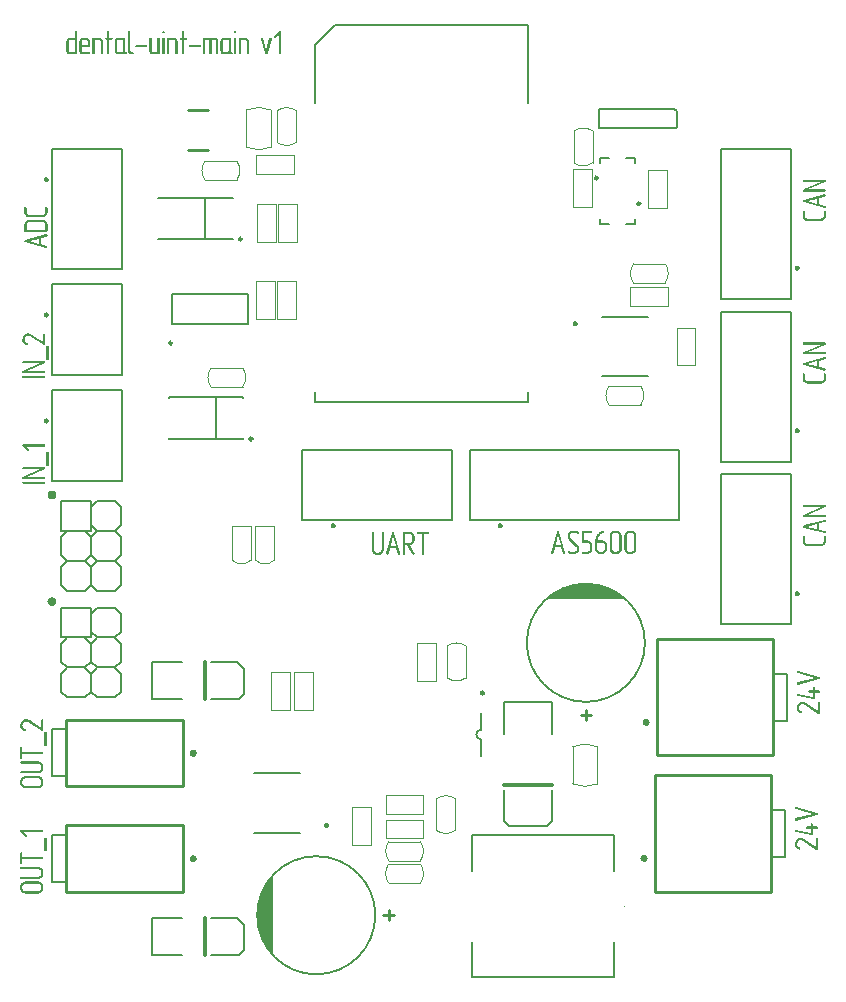
<source format=gto>
G04*
G04 #@! TF.GenerationSoftware,Altium Limited,Altium Designer,21.8.1 (53)*
G04*
G04 Layer_Color=65535*
%FSLAX44Y44*%
%MOMM*%
G71*
G04*
G04 #@! TF.SameCoordinates,D16A5DDD-09C7-43D5-B036-B9B5DCE20735*
G04*
G04*
G04 #@! TF.FilePolarity,Positive*
G04*
G01*
G75*
%ADD10C,0.2500*%
%ADD11C,0.4000*%
%ADD12C,0.1000*%
%ADD13C,0.2000*%
%ADD14C,0.3000*%
%ADD15C,0.2540*%
%ADD16C,0.1270*%
%ADD17C,0.2032*%
%ADD18C,0.1500*%
G36*
X-126251Y-598570D02*
X-126251Y-531538D01*
X-127672Y-533323D01*
X-130251Y-537088D01*
X-132552Y-541029D01*
X-134564Y-545125D01*
X-136276Y-549355D01*
X-137679Y-553698D01*
X-138766Y-558130D01*
X-139531Y-562629D01*
X-139751Y-564900D01*
X-139751D01*
X-139694Y-567217D01*
X-139168Y-571822D01*
X-138234Y-576362D01*
X-136899Y-580801D01*
X-135174Y-585103D01*
X-133073Y-589235D01*
X-130611Y-593162D01*
X-127810Y-596856D01*
X-126251Y-598570D01*
D01*
D02*
G37*
G36*
X105330Y-297250D02*
X172362Y-297250D01*
X170577Y-295829D01*
X166812Y-293250D01*
X162871Y-290949D01*
X158775Y-288937D01*
X154544Y-287225D01*
X150202Y-285822D01*
X145770Y-284735D01*
X141271Y-283970D01*
X139000Y-283750D01*
X136683Y-283807D01*
X132078Y-284333D01*
X127538Y-285267D01*
X123099Y-286602D01*
X118797Y-288327D01*
X114665Y-290428D01*
X110737Y-292889D01*
X107044Y-295691D01*
X105330Y-297250D01*
Y-297250D01*
D02*
G37*
G36*
X-32839Y-240067D02*
X-32617Y-240150D01*
X-32394Y-240317D01*
X-32367D01*
X-32339Y-240372D01*
X-32228Y-240483D01*
X-32117Y-240705D01*
X-32061Y-240844D01*
Y-241010D01*
Y-255391D01*
Y-255419D01*
Y-255475D01*
Y-255558D01*
X-32089Y-255697D01*
Y-255835D01*
X-32117Y-256030D01*
X-32228Y-256446D01*
X-32367Y-256918D01*
X-32617Y-257446D01*
X-32922Y-257973D01*
X-33144Y-258223D01*
X-33366Y-258473D01*
X-33394D01*
X-33422Y-258528D01*
X-33505Y-258584D01*
X-33588Y-258667D01*
X-33866Y-258889D01*
X-34227Y-259111D01*
X-34699Y-259334D01*
X-35226Y-259556D01*
X-35837Y-259694D01*
X-36170Y-259722D01*
X-36503Y-259750D01*
X-38030D01*
X-38141Y-259722D01*
X-38308D01*
X-38474Y-259694D01*
X-38891Y-259583D01*
X-39363Y-259445D01*
X-39862Y-259223D01*
X-40390Y-258917D01*
X-40668Y-258723D01*
X-40917Y-258501D01*
X-40945Y-258473D01*
X-40973Y-258445D01*
X-41028Y-258362D01*
X-41112Y-258279D01*
X-41334Y-258001D01*
X-41584Y-257640D01*
X-41834Y-257168D01*
X-42028Y-256641D01*
X-42194Y-256058D01*
X-42222Y-255725D01*
X-42250Y-255391D01*
Y-241010D01*
Y-240983D01*
Y-240955D01*
X-42222Y-240816D01*
X-42139Y-240594D01*
X-41972Y-240372D01*
Y-240344D01*
X-41917Y-240317D01*
X-41778Y-240205D01*
X-41584Y-240094D01*
X-41445Y-240039D01*
X-41251D01*
X-41084Y-240067D01*
X-40862Y-240150D01*
X-40640Y-240317D01*
X-40612D01*
X-40584Y-240372D01*
X-40473Y-240483D01*
X-40362Y-240705D01*
X-40307Y-240844D01*
Y-241010D01*
Y-255391D01*
Y-255447D01*
Y-255558D01*
X-40279Y-255752D01*
X-40223Y-255974D01*
X-40140Y-256252D01*
X-40001Y-256530D01*
X-39835Y-256835D01*
X-39585Y-257113D01*
X-39557Y-257140D01*
X-39446Y-257224D01*
X-39307Y-257335D01*
X-39085Y-257474D01*
X-38835Y-257612D01*
X-38530Y-257723D01*
X-38224Y-257807D01*
X-37864Y-257834D01*
X-36337D01*
X-36142Y-257807D01*
X-35920Y-257751D01*
X-35643Y-257668D01*
X-35337Y-257529D01*
X-35032Y-257362D01*
X-34754Y-257140D01*
X-34726Y-257113D01*
X-34643Y-257001D01*
X-34504Y-256863D01*
X-34365Y-256668D01*
X-34255Y-256418D01*
X-34116Y-256113D01*
X-34032Y-255780D01*
X-34005Y-255391D01*
Y-241010D01*
Y-240983D01*
Y-240955D01*
X-33977Y-240816D01*
X-33894Y-240594D01*
X-33727Y-240372D01*
Y-240344D01*
X-33672Y-240317D01*
X-33533Y-240205D01*
X-33338Y-240094D01*
X-33200Y-240039D01*
X-33005D01*
X-32839Y-240067D01*
D02*
G37*
G36*
X5556D02*
X5779Y-240178D01*
X5917Y-240233D01*
X6029Y-240344D01*
X6056D01*
X6084Y-240400D01*
X6195Y-240539D01*
X6278Y-240761D01*
X6334Y-240872D01*
Y-241010D01*
Y-241038D01*
Y-241066D01*
X6306Y-241205D01*
X6223Y-241427D01*
X6056Y-241649D01*
X6001Y-241705D01*
X5862Y-241788D01*
X5640Y-241899D01*
X5501Y-241927D01*
X5334Y-241954D01*
X2225D01*
Y-258806D01*
Y-258834D01*
Y-258889D01*
X2197Y-259056D01*
X2114Y-259278D01*
X1947Y-259500D01*
X1892Y-259528D01*
X1753Y-259611D01*
X1503Y-259722D01*
X1226Y-259750D01*
X1198D01*
X1087Y-259722D01*
X892Y-259667D01*
X615Y-259583D01*
X559Y-259528D01*
X448Y-259389D01*
X337Y-259139D01*
X309Y-258973D01*
X282Y-258806D01*
Y-241954D01*
X-2966D01*
X-3133Y-241927D01*
X-3355Y-241843D01*
X-3577Y-241705D01*
Y-241677D01*
X-3605Y-241649D01*
X-3688Y-241510D01*
X-3799Y-241288D01*
X-3827Y-241010D01*
Y-240983D01*
X-3799Y-240844D01*
X-3744Y-240677D01*
X-3605Y-240427D01*
Y-240400D01*
X-3550Y-240372D01*
X-3438Y-240233D01*
X-3216Y-240094D01*
X-3050Y-240067D01*
X-2883Y-240039D01*
X5390D01*
X5556Y-240067D01*
D02*
G37*
G36*
X-10129D02*
X-9963D01*
X-9796Y-240094D01*
X-9380Y-240205D01*
X-8880Y-240344D01*
X-8352Y-240594D01*
X-7825Y-240900D01*
X-7575Y-241122D01*
X-7325Y-241344D01*
X-7297Y-241371D01*
X-7270Y-241399D01*
X-7103Y-241566D01*
X-6909Y-241843D01*
X-6659Y-242204D01*
X-6409Y-242649D01*
X-6187Y-243176D01*
X-6048Y-243787D01*
X-6020Y-244092D01*
X-5993Y-244425D01*
Y-247174D01*
Y-247201D01*
Y-247257D01*
Y-247340D01*
X-6020Y-247479D01*
Y-247618D01*
X-6048Y-247812D01*
X-6159Y-248229D01*
X-6298Y-248728D01*
X-6548Y-249228D01*
X-6853Y-249756D01*
X-7075Y-250005D01*
X-7297Y-250255D01*
X-7325D01*
X-7353Y-250311D01*
X-7436Y-250366D01*
X-7520Y-250450D01*
X-7797Y-250672D01*
X-8158Y-250894D01*
X-8630Y-251116D01*
X-9158Y-251338D01*
X-9768Y-251477D01*
X-10101Y-251505D01*
X-10434Y-251532D01*
X-10296D01*
X-6104Y-258390D01*
X-6076Y-258417D01*
X-6048Y-258501D01*
X-6020Y-258640D01*
X-5993Y-258834D01*
Y-258862D01*
Y-258889D01*
X-6020Y-259056D01*
X-6131Y-259278D01*
X-6215Y-259389D01*
X-6326Y-259528D01*
X-6381Y-259556D01*
X-6520Y-259639D01*
X-6742Y-259722D01*
X-7020Y-259750D01*
X-7159D01*
X-7325Y-259722D01*
X-7492Y-259667D01*
X-7520Y-259639D01*
X-7603Y-259556D01*
X-7714Y-259445D01*
X-7853Y-259250D01*
X-12350Y-251532D01*
X-14238D01*
Y-258806D01*
Y-258834D01*
Y-258889D01*
X-14266Y-259056D01*
X-14349Y-259278D01*
X-14516Y-259500D01*
X-14571Y-259528D01*
X-14710Y-259611D01*
X-14960Y-259722D01*
X-15237Y-259750D01*
X-15265D01*
X-15376Y-259722D01*
X-15570Y-259667D01*
X-15848Y-259583D01*
X-15904Y-259528D01*
X-16015Y-259389D01*
X-16126Y-259139D01*
X-16154Y-258973D01*
X-16181Y-258806D01*
Y-241010D01*
Y-240955D01*
X-16154Y-240844D01*
X-16126Y-240705D01*
X-16070Y-240511D01*
X-15959Y-240344D01*
X-15793Y-240178D01*
X-15543Y-240067D01*
X-15237Y-240039D01*
X-10268D01*
X-10129Y-240067D01*
D02*
G37*
G36*
X-23927Y-240094D02*
X-23788Y-240178D01*
X-23622Y-240261D01*
X-23483Y-240400D01*
X-23344Y-240594D01*
X-23233Y-240872D01*
X-18430Y-258584D01*
X-18402Y-258806D01*
Y-258834D01*
Y-258862D01*
X-18430Y-259028D01*
X-18541Y-259250D01*
X-18597Y-259361D01*
X-18708Y-259500D01*
X-18763Y-259528D01*
X-18902Y-259611D01*
X-19124Y-259722D01*
X-19402Y-259750D01*
X-19457D01*
X-19596Y-259722D01*
X-19763Y-259667D01*
X-19957Y-259583D01*
X-19985Y-259556D01*
X-20096Y-259472D01*
X-20207Y-259334D01*
X-20290Y-259139D01*
X-21595Y-254281D01*
X-26731D01*
X-28008Y-258973D01*
Y-259000D01*
Y-259028D01*
X-28063Y-259195D01*
X-28175Y-259389D01*
X-28341Y-259556D01*
X-28397Y-259583D01*
X-28508Y-259639D01*
X-28702Y-259722D01*
X-28952Y-259750D01*
X-29007D01*
X-29174Y-259722D01*
X-29396Y-259639D01*
X-29646Y-259500D01*
X-29701Y-259445D01*
X-29785Y-259306D01*
X-29868Y-259056D01*
X-29924Y-258751D01*
X-29896Y-258584D01*
X-25093Y-240872D01*
Y-240844D01*
X-25037Y-240733D01*
X-24982Y-240622D01*
X-24899Y-240455D01*
X-24760Y-240317D01*
X-24621Y-240178D01*
X-24427Y-240094D01*
X-24177Y-240067D01*
X-24066D01*
X-23927Y-240094D01*
D02*
G37*
G36*
X130352Y-239317D02*
X130602Y-239344D01*
X130880Y-239400D01*
X131185Y-239483D01*
X131518Y-239566D01*
X131574D01*
X131685Y-239622D01*
X131852Y-239678D01*
X132074Y-239761D01*
X132324Y-239844D01*
X132601Y-239983D01*
X133156Y-240288D01*
X133184Y-240316D01*
X133240Y-240344D01*
X133323Y-240427D01*
X133406Y-240538D01*
X133434Y-240566D01*
X133490Y-240677D01*
X133573Y-240844D01*
X133628Y-241066D01*
Y-241093D01*
Y-241121D01*
X133601Y-241288D01*
X133490Y-241538D01*
X133434Y-241649D01*
X133323Y-241787D01*
X133267Y-241843D01*
X133129Y-241926D01*
X132879Y-242037D01*
X132740Y-242065D01*
X132573Y-242093D01*
X132101Y-241926D01*
X132046Y-241898D01*
X131935Y-241815D01*
X131713Y-241704D01*
X131435Y-241565D01*
X131102Y-241427D01*
X130713Y-241315D01*
X130297Y-241232D01*
X129853Y-241204D01*
X127660D01*
X127465Y-241232D01*
X127215Y-241288D01*
X126938Y-241399D01*
X126632Y-241510D01*
X126355Y-241704D01*
X126077Y-241954D01*
X126049Y-241982D01*
X125966Y-242093D01*
X125855Y-242232D01*
X125744Y-242454D01*
X125633Y-242704D01*
X125522Y-243009D01*
X125439Y-243342D01*
X125411Y-243731D01*
X125439Y-244175D01*
X125494Y-244425D01*
X125550Y-244619D01*
Y-244647D01*
X125577Y-244675D01*
X125688Y-244841D01*
X125855Y-245091D01*
X126133Y-245424D01*
X132324Y-251726D01*
X132351Y-251754D01*
X132407Y-251810D01*
X132518Y-251921D01*
X132657Y-252059D01*
X132796Y-252254D01*
X132934Y-252476D01*
X133073Y-252726D01*
X133212Y-253003D01*
X133323Y-253309D01*
X133490Y-253892D01*
X133545Y-254225D01*
Y-254641D01*
Y-254669D01*
Y-254725D01*
Y-254808D01*
X133517Y-254947D01*
X133490Y-255086D01*
X133462Y-255252D01*
X133379Y-255696D01*
X133212Y-256168D01*
X132962Y-256696D01*
X132796Y-256946D01*
X132601Y-257223D01*
X132379Y-257501D01*
X132129Y-257751D01*
X132074Y-257806D01*
X131935Y-257945D01*
X131685Y-258139D01*
X131352Y-258361D01*
X130935Y-258611D01*
X130408Y-258806D01*
X129825Y-258944D01*
X129492Y-258972D01*
X129131Y-259000D01*
X126966D01*
X126827Y-258972D01*
X126660D01*
X126494Y-258944D01*
X126049Y-258861D01*
X125550Y-258750D01*
X124994Y-258556D01*
X124411Y-258306D01*
X123856Y-257973D01*
X123551Y-257640D01*
X123468Y-257251D01*
Y-257223D01*
Y-257195D01*
X123495Y-257029D01*
X123579Y-256835D01*
X123717Y-256585D01*
Y-256557D01*
X123773Y-256529D01*
X123912Y-256390D01*
X124134Y-256279D01*
X124273Y-256252D01*
X124411Y-256224D01*
X124883Y-256390D01*
X124939Y-256418D01*
X125078Y-256501D01*
X125272Y-256612D01*
X125550Y-256723D01*
X125883Y-256862D01*
X126271Y-256973D01*
X126688Y-257057D01*
X127104Y-257084D01*
X129270D01*
X129464Y-257057D01*
X129686Y-257001D01*
X129964Y-256918D01*
X130269Y-256779D01*
X130575Y-256612D01*
X130852Y-256363D01*
X130880Y-256335D01*
X130963Y-256224D01*
X131102Y-256085D01*
X131241Y-255863D01*
X131352Y-255613D01*
X131491Y-255308D01*
X131574Y-255002D01*
X131602Y-254641D01*
X131546Y-254197D01*
Y-254169D01*
Y-254142D01*
X131491Y-254003D01*
Y-253975D01*
X131463Y-253920D01*
X131407Y-253781D01*
Y-253753D01*
X131380Y-253697D01*
X131352Y-253614D01*
X131296Y-253503D01*
X131102Y-253225D01*
X130852Y-252892D01*
X124745Y-246785D01*
X124717Y-246757D01*
X124661Y-246701D01*
X124550Y-246562D01*
X124439Y-246424D01*
X124300Y-246202D01*
X124134Y-245952D01*
X123939Y-245674D01*
X123773Y-245341D01*
Y-245313D01*
X123717Y-245202D01*
X123690Y-245036D01*
X123634Y-244841D01*
X123579Y-244591D01*
X123523Y-244314D01*
X123495Y-244008D01*
X123468Y-243675D01*
Y-243647D01*
Y-243592D01*
Y-243509D01*
X123495Y-243370D01*
X123523Y-243231D01*
X123551Y-243037D01*
X123634Y-242620D01*
X123801Y-242148D01*
X124078Y-241621D01*
X124217Y-241371D01*
X124411Y-241093D01*
X124634Y-240816D01*
X124883Y-240566D01*
Y-240538D01*
X124939Y-240510D01*
X125078Y-240372D01*
X125328Y-240149D01*
X125661Y-239927D01*
X126077Y-239705D01*
X126577Y-239483D01*
X127188Y-239344D01*
X127493Y-239289D01*
X130130D01*
X130352Y-239317D01*
D02*
G37*
G36*
X177576D02*
X177743D01*
X177909Y-239344D01*
X178326Y-239455D01*
X178825Y-239594D01*
X179353Y-239844D01*
X179880Y-240149D01*
X180130Y-240372D01*
X180380Y-240594D01*
X180408Y-240621D01*
X180436Y-240649D01*
X180602Y-240816D01*
X180796Y-241093D01*
X181046Y-241454D01*
X181296Y-241898D01*
X181518Y-242426D01*
X181657Y-243037D01*
X181685Y-243342D01*
X181713Y-243675D01*
Y-254641D01*
Y-254669D01*
Y-254725D01*
Y-254808D01*
X181685Y-254947D01*
Y-255086D01*
X181657Y-255280D01*
X181546Y-255696D01*
X181407Y-256168D01*
X181157Y-256696D01*
X180852Y-257223D01*
X180630Y-257473D01*
X180408Y-257723D01*
X180380D01*
X180352Y-257778D01*
X180269Y-257834D01*
X180186Y-257917D01*
X179908Y-258139D01*
X179547Y-258361D01*
X179075Y-258584D01*
X178548Y-258806D01*
X177937Y-258944D01*
X177604Y-258972D01*
X177271Y-259000D01*
X175744D01*
X175633Y-258972D01*
X175466D01*
X175299Y-258944D01*
X174883Y-258833D01*
X174411Y-258695D01*
X173911Y-258472D01*
X173384Y-258167D01*
X173106Y-257973D01*
X172856Y-257751D01*
X172829Y-257723D01*
X172801Y-257695D01*
X172745Y-257612D01*
X172662Y-257529D01*
X172440Y-257251D01*
X172190Y-256890D01*
X171940Y-256418D01*
X171746Y-255891D01*
X171579Y-255308D01*
X171552Y-254974D01*
X171524Y-254641D01*
Y-243675D01*
Y-243647D01*
Y-243592D01*
Y-243509D01*
X171552Y-243370D01*
Y-243231D01*
X171579Y-243064D01*
X171690Y-242648D01*
X171829Y-242148D01*
X172051Y-241649D01*
X172357Y-241121D01*
X172551Y-240871D01*
X172773Y-240621D01*
X172801Y-240594D01*
X172829Y-240566D01*
X172912Y-240510D01*
X172995Y-240399D01*
X173273Y-240205D01*
X173634Y-239955D01*
X174106Y-239705D01*
X174633Y-239483D01*
X175244Y-239344D01*
X175577Y-239317D01*
X175910Y-239289D01*
X177437D01*
X177576Y-239317D01*
D02*
G37*
G36*
X165222D02*
X165388D01*
X165555Y-239344D01*
X165971Y-239455D01*
X166471Y-239594D01*
X166999Y-239844D01*
X167526Y-240149D01*
X167776Y-240372D01*
X168026Y-240594D01*
X168054Y-240621D01*
X168081Y-240649D01*
X168248Y-240816D01*
X168442Y-241093D01*
X168692Y-241454D01*
X168942Y-241898D01*
X169164Y-242426D01*
X169303Y-243037D01*
X169331Y-243342D01*
X169358Y-243675D01*
Y-254641D01*
Y-254669D01*
Y-254725D01*
Y-254808D01*
X169331Y-254947D01*
Y-255086D01*
X169303Y-255280D01*
X169192Y-255696D01*
X169053Y-256168D01*
X168803Y-256696D01*
X168498Y-257223D01*
X168276Y-257473D01*
X168054Y-257723D01*
X168026D01*
X167998Y-257778D01*
X167915Y-257834D01*
X167831Y-257917D01*
X167554Y-258139D01*
X167193Y-258361D01*
X166721Y-258584D01*
X166194Y-258806D01*
X165583Y-258944D01*
X165250Y-258972D01*
X164916Y-259000D01*
X163389D01*
X163279Y-258972D01*
X163112D01*
X162945Y-258944D01*
X162529Y-258833D01*
X162057Y-258695D01*
X161557Y-258472D01*
X161030Y-258167D01*
X160752Y-257973D01*
X160502Y-257751D01*
X160474Y-257723D01*
X160447Y-257695D01*
X160391Y-257612D01*
X160308Y-257529D01*
X160086Y-257251D01*
X159836Y-256890D01*
X159586Y-256418D01*
X159392Y-255891D01*
X159225Y-255308D01*
X159197Y-254974D01*
X159170Y-254641D01*
Y-243675D01*
Y-243647D01*
Y-243592D01*
Y-243509D01*
X159197Y-243370D01*
Y-243231D01*
X159225Y-243064D01*
X159336Y-242648D01*
X159475Y-242148D01*
X159697Y-241649D01*
X160002Y-241121D01*
X160197Y-240871D01*
X160419Y-240621D01*
X160447Y-240594D01*
X160474Y-240566D01*
X160558Y-240510D01*
X160641Y-240399D01*
X160919Y-240205D01*
X161280Y-239955D01*
X161751Y-239705D01*
X162279Y-239483D01*
X162890Y-239344D01*
X163223Y-239317D01*
X163556Y-239289D01*
X165083D01*
X165222Y-239317D01*
D02*
G37*
G36*
X153534D02*
X153728Y-239428D01*
X153839Y-239511D01*
X153950Y-239622D01*
X154006Y-239678D01*
X154089Y-239816D01*
X154172Y-240038D01*
X154228Y-240288D01*
Y-240316D01*
X154200Y-240427D01*
X154172Y-240594D01*
X154089Y-240760D01*
X154061Y-240788D01*
X153978Y-240871D01*
X153839Y-241010D01*
X153617Y-241177D01*
X153340Y-241260D01*
X153034Y-241399D01*
X152535Y-241676D01*
X152507D01*
X152451Y-241732D01*
X152340Y-241787D01*
X152201Y-241871D01*
X151868Y-242121D01*
X151507Y-242398D01*
X151480Y-242426D01*
X151369Y-242509D01*
X151202Y-242648D01*
X151008Y-242842D01*
X150758Y-243120D01*
X150508Y-243425D01*
X150230Y-243786D01*
X149925Y-244203D01*
X149897Y-244230D01*
X149842Y-244342D01*
X149758Y-244480D01*
X149647Y-244702D01*
X149536Y-244952D01*
X149397Y-245258D01*
X149259Y-245591D01*
X149120Y-245952D01*
X149092Y-246007D01*
X149064Y-246118D01*
X149009Y-246285D01*
X148953Y-246507D01*
X148814Y-247007D01*
X148787Y-247257D01*
X148759Y-247479D01*
X152729D01*
X152840Y-247506D01*
X153006D01*
X153201Y-247534D01*
X153617Y-247645D01*
X154117Y-247784D01*
X154644Y-248034D01*
X155172Y-248339D01*
X155422Y-248561D01*
X155672Y-248783D01*
X155699Y-248811D01*
X155727Y-248839D01*
X155783Y-248922D01*
X155866Y-249006D01*
X156088Y-249283D01*
X156338Y-249644D01*
X156560Y-250116D01*
X156782Y-250644D01*
X156921Y-251227D01*
X156976Y-251560D01*
Y-251893D01*
Y-254614D01*
Y-254641D01*
Y-254697D01*
Y-254780D01*
X156949Y-254919D01*
Y-255086D01*
X156921Y-255252D01*
X156810Y-255696D01*
X156671Y-256168D01*
X156421Y-256696D01*
X156116Y-257223D01*
X155894Y-257473D01*
X155672Y-257723D01*
X155644D01*
X155616Y-257778D01*
X155533Y-257834D01*
X155449Y-257917D01*
X155172Y-258139D01*
X154811Y-258361D01*
X154339Y-258584D01*
X153812Y-258806D01*
X153229Y-258944D01*
X152895Y-258972D01*
X152562Y-259000D01*
X151008D01*
X150897Y-258972D01*
X150563Y-258944D01*
X150175Y-258833D01*
X149703Y-258695D01*
X149203Y-258472D01*
X148675Y-258167D01*
X148398Y-257973D01*
X148148Y-257751D01*
X148120Y-257723D01*
X148092Y-257695D01*
X148037Y-257612D01*
X147954Y-257529D01*
X147732Y-257251D01*
X147482Y-256890D01*
X147232Y-256418D01*
X147038Y-255891D01*
X146871Y-255308D01*
X146843Y-254974D01*
X146816Y-254641D01*
Y-248561D01*
Y-248534D01*
Y-248423D01*
Y-248284D01*
X146843Y-248062D01*
X146871Y-247812D01*
X146899Y-247506D01*
X146954Y-247146D01*
X147010Y-246785D01*
X147093Y-246368D01*
X147176Y-245952D01*
X147454Y-245036D01*
X147621Y-244591D01*
X147815Y-244119D01*
X148065Y-243647D01*
X148315Y-243176D01*
X148342Y-243148D01*
X148398Y-243064D01*
X148481Y-242926D01*
X148620Y-242731D01*
X148787Y-242537D01*
X148981Y-242287D01*
X149231Y-242010D01*
X149508Y-241704D01*
X149814Y-241399D01*
X150147Y-241093D01*
X150536Y-240760D01*
X150952Y-240455D01*
X151369Y-240149D01*
X151868Y-239872D01*
X152368Y-239594D01*
X152895Y-239372D01*
X153284Y-239289D01*
X153367D01*
X153534Y-239317D01*
D02*
G37*
G36*
X143845D02*
X144067Y-239428D01*
X144178Y-239483D01*
X144289Y-239594D01*
X144317D01*
X144345Y-239650D01*
X144456Y-239788D01*
X144567Y-240011D01*
X144622Y-240122D01*
Y-240261D01*
Y-240288D01*
Y-240316D01*
X144594Y-240455D01*
X144511Y-240677D01*
X144345Y-240899D01*
X144289Y-240955D01*
X144150Y-241038D01*
X143928Y-241149D01*
X143789Y-241177D01*
X143623Y-241204D01*
X137765D01*
Y-247534D01*
X140375D01*
X140513Y-247562D01*
X140680D01*
X140847Y-247590D01*
X141263Y-247701D01*
X141763Y-247840D01*
X142290Y-248089D01*
X142818Y-248395D01*
X143068Y-248617D01*
X143317Y-248839D01*
X143345Y-248867D01*
X143373Y-248895D01*
X143512Y-249061D01*
X143734Y-249339D01*
X143984Y-249700D01*
X144206Y-250144D01*
X144428Y-250671D01*
X144567Y-251282D01*
X144622Y-251588D01*
Y-251921D01*
Y-254641D01*
Y-254669D01*
Y-254725D01*
Y-254808D01*
X144594Y-254947D01*
Y-255086D01*
X144567Y-255280D01*
X144456Y-255696D01*
X144317Y-256168D01*
X144067Y-256696D01*
X143762Y-257223D01*
X143539Y-257473D01*
X143317Y-257723D01*
X143290D01*
X143262Y-257778D01*
X143179Y-257834D01*
X143095Y-257917D01*
X142818Y-258139D01*
X142457Y-258361D01*
X141985Y-258584D01*
X141457Y-258806D01*
X140874Y-258944D01*
X140541Y-258972D01*
X140208Y-259000D01*
X136682D01*
X136516Y-258972D01*
X136294Y-258889D01*
X136072Y-258750D01*
Y-258722D01*
X136044Y-258695D01*
X135961Y-258556D01*
X135849Y-258334D01*
X135822Y-258056D01*
Y-258028D01*
X135849Y-257889D01*
X135905Y-257723D01*
X136044Y-257473D01*
Y-257445D01*
X136099Y-257418D01*
X136210Y-257279D01*
X136432Y-257140D01*
X136599Y-257112D01*
X136766Y-257084D01*
X140375D01*
X140569Y-257057D01*
X140819Y-257001D01*
X141096Y-256918D01*
X141374Y-256779D01*
X141679Y-256612D01*
X141957Y-256390D01*
X141985Y-256363D01*
X142068Y-256252D01*
X142179Y-256113D01*
X142318Y-255891D01*
X142457Y-255641D01*
X142568Y-255335D01*
X142651Y-255002D01*
X142679Y-254641D01*
Y-251893D01*
Y-251837D01*
Y-251726D01*
X142651Y-251532D01*
X142596Y-251310D01*
X142512Y-251032D01*
X142374Y-250755D01*
X142207Y-250449D01*
X141957Y-250172D01*
X141929Y-250144D01*
X141818Y-250061D01*
X141679Y-249949D01*
X141457Y-249811D01*
X141208Y-249672D01*
X140902Y-249561D01*
X140569Y-249478D01*
X140208Y-249450D01*
X136738D01*
X136627Y-249422D01*
X136460Y-249394D01*
X136294Y-249339D01*
X136127Y-249228D01*
X135961Y-249061D01*
X135849Y-248811D01*
X135822Y-248506D01*
Y-240261D01*
Y-240205D01*
X135849Y-240094D01*
X135877Y-239955D01*
X135933Y-239761D01*
X136044Y-239594D01*
X136210Y-239428D01*
X136460Y-239317D01*
X136766Y-239289D01*
X143678D01*
X143845Y-239317D01*
D02*
G37*
G36*
X115722Y-239344D02*
X115861Y-239428D01*
X116027Y-239511D01*
X116166Y-239650D01*
X116305Y-239844D01*
X116416Y-240122D01*
X121219Y-257834D01*
X121247Y-258056D01*
Y-258084D01*
Y-258112D01*
X121219Y-258278D01*
X121108Y-258500D01*
X121052Y-258611D01*
X120941Y-258750D01*
X120886Y-258778D01*
X120747Y-258861D01*
X120525Y-258972D01*
X120247Y-259000D01*
X120191D01*
X120053Y-258972D01*
X119886Y-258917D01*
X119692Y-258833D01*
X119664Y-258806D01*
X119553Y-258722D01*
X119442Y-258584D01*
X119359Y-258389D01*
X118054Y-253531D01*
X112918D01*
X111641Y-258223D01*
Y-258250D01*
Y-258278D01*
X111585Y-258445D01*
X111474Y-258639D01*
X111308Y-258806D01*
X111252Y-258833D01*
X111141Y-258889D01*
X110947Y-258972D01*
X110697Y-259000D01*
X110641D01*
X110475Y-258972D01*
X110253Y-258889D01*
X110003Y-258750D01*
X109947Y-258695D01*
X109864Y-258556D01*
X109781Y-258306D01*
X109725Y-258001D01*
X109753Y-257834D01*
X114556Y-240122D01*
Y-240094D01*
X114611Y-239983D01*
X114667Y-239872D01*
X114750Y-239705D01*
X114889Y-239566D01*
X115028Y-239428D01*
X115222Y-239344D01*
X115472Y-239317D01*
X115583D01*
X115722Y-239344D01*
D02*
G37*
G36*
X190407Y-398387D02*
X190667Y-398451D01*
X191315Y-398646D01*
X191639Y-398905D01*
X192027Y-399164D01*
X192092Y-399229D01*
X192157Y-399294D01*
X192351Y-399488D01*
X192481Y-399747D01*
X192675Y-400071D01*
X192870Y-400460D01*
X192934Y-400914D01*
X192999Y-401432D01*
Y-401691D01*
X192934Y-401950D01*
X192870Y-402210D01*
X192675Y-402987D01*
X192481Y-403311D01*
X192222Y-403635D01*
X192157Y-403700D01*
X192027Y-403765D01*
X191833Y-403894D01*
X191574Y-404024D01*
X190861Y-404348D01*
X190472Y-404413D01*
X190019Y-404477D01*
X189954D01*
X189889D01*
X189500Y-404413D01*
X188917Y-404154D01*
X188528Y-404024D01*
X188140Y-403765D01*
X188075Y-403700D01*
X187945Y-403635D01*
X187751Y-403441D01*
X187556Y-403181D01*
X187362Y-402858D01*
X187168Y-402469D01*
X187038Y-401950D01*
X186973Y-401432D01*
Y-401238D01*
X187038Y-400979D01*
X187103Y-400719D01*
X187232Y-400395D01*
X187362Y-400007D01*
X187621Y-399683D01*
X187945Y-399294D01*
X188010Y-399229D01*
X188075Y-399164D01*
X188269Y-398970D01*
X188528Y-398775D01*
X189176Y-398451D01*
X189565Y-398387D01*
X190019Y-398322D01*
X190084D01*
X190213D01*
X190407Y-398387D01*
D02*
G37*
G36*
X188657Y-513637D02*
X188917Y-513702D01*
X189565Y-513896D01*
X189889Y-514155D01*
X190277Y-514414D01*
X190342Y-514479D01*
X190407Y-514544D01*
X190601Y-514738D01*
X190731Y-514997D01*
X190925Y-515321D01*
X191120Y-515710D01*
X191185Y-516164D01*
X191249Y-516682D01*
Y-516941D01*
X191185Y-517200D01*
X191120Y-517460D01*
X190925Y-518237D01*
X190731Y-518561D01*
X190472Y-518885D01*
X190407Y-518950D01*
X190277Y-519015D01*
X190083Y-519144D01*
X189824Y-519274D01*
X189111Y-519598D01*
X188722Y-519663D01*
X188269Y-519728D01*
X188204D01*
X188139D01*
X187750Y-519663D01*
X187167Y-519403D01*
X186778Y-519274D01*
X186390Y-519015D01*
X186325Y-518950D01*
X186195Y-518885D01*
X186001Y-518691D01*
X185807Y-518432D01*
X185612Y-518108D01*
X185418Y-517719D01*
X185288Y-517200D01*
X185223Y-516682D01*
Y-516488D01*
X185288Y-516228D01*
X185353Y-515969D01*
X185483Y-515645D01*
X185612Y-515257D01*
X185871Y-514933D01*
X186195Y-514544D01*
X186260Y-514479D01*
X186325Y-514414D01*
X186519Y-514220D01*
X186778Y-514025D01*
X187426Y-513702D01*
X187815Y-513637D01*
X188269Y-513572D01*
X188333D01*
X188463D01*
X188657Y-513637D01*
D02*
G37*
G36*
X316983Y-473354D02*
X334695Y-478157D01*
X334723D01*
X334806Y-478212D01*
X334945Y-478268D01*
X335084Y-478351D01*
X335250Y-478490D01*
X335361Y-478656D01*
X335472Y-478851D01*
X335500Y-479100D01*
Y-479212D01*
X335444Y-479323D01*
X335389Y-479461D01*
X335306Y-479628D01*
X335167Y-479767D01*
X334972Y-479906D01*
X334695Y-480017D01*
X316983Y-484819D01*
X316761Y-484847D01*
X316733D01*
X316705D01*
X316538Y-484819D01*
X316316Y-484736D01*
X316094Y-484570D01*
X316066D01*
X316039Y-484514D01*
X315928Y-484375D01*
X315844Y-484153D01*
X315789Y-484014D01*
Y-483820D01*
X315817Y-483709D01*
X315844Y-483570D01*
X315955Y-483404D01*
X315983Y-483348D01*
X316066Y-483265D01*
X316233Y-483098D01*
X316344Y-483043D01*
X316483Y-482959D01*
X331530Y-479073D01*
X316566Y-475242D01*
X316538D01*
X316511D01*
X316372Y-475186D01*
X316205Y-475075D01*
X316039Y-474936D01*
X316011Y-474881D01*
X315928Y-474770D01*
X315844Y-474575D01*
X315789Y-474325D01*
Y-474270D01*
X315817Y-474103D01*
X315900Y-473881D01*
X316066Y-473631D01*
Y-473604D01*
X316122Y-473576D01*
X316233Y-473465D01*
X316455Y-473381D01*
X316594Y-473326D01*
X316761D01*
X316983Y-473354D01*
D02*
G37*
G36*
X330642Y-487013D02*
X330864Y-487096D01*
X331086Y-487262D01*
X331141Y-487318D01*
X331225Y-487457D01*
X331336Y-487679D01*
X331363Y-487818D01*
X331391Y-487984D01*
Y-489733D01*
X334556D01*
X334584D01*
X334639D01*
X334806Y-489761D01*
X335028Y-489844D01*
X335250Y-490011D01*
X335278Y-490066D01*
X335361Y-490205D01*
X335472Y-490455D01*
X335500Y-490733D01*
Y-490760D01*
X335472Y-490872D01*
X335417Y-491066D01*
X335333Y-491343D01*
X335278Y-491399D01*
X335139Y-491510D01*
X334889Y-491621D01*
X334723Y-491649D01*
X334556Y-491677D01*
X331391D01*
Y-496285D01*
X331363Y-496480D01*
X331280Y-496702D01*
X331141Y-496924D01*
X331086Y-496951D01*
X330947Y-497035D01*
X330725Y-497146D01*
X330447Y-497174D01*
X330281D01*
X316622Y-494425D01*
X316594D01*
X316538Y-494397D01*
X316372Y-494370D01*
X316178Y-494259D01*
X315983Y-494064D01*
X315789Y-493537D01*
Y-493370D01*
X315817Y-493287D01*
X315900Y-493037D01*
X316066Y-492787D01*
Y-492759D01*
X316122Y-492732D01*
X316261Y-492621D01*
X316455Y-492537D01*
X316594Y-492482D01*
X316733D01*
X316927Y-492510D01*
X329476Y-495064D01*
Y-491677D01*
X326339D01*
X326311D01*
X326283D01*
X326144Y-491649D01*
X325922Y-491566D01*
X325700Y-491399D01*
X325672D01*
X325644Y-491343D01*
X325533Y-491205D01*
X325422Y-491010D01*
X325367Y-490872D01*
Y-490677D01*
X325395Y-490511D01*
X325478Y-490289D01*
X325644Y-490066D01*
Y-490039D01*
X325700Y-490011D01*
X325811Y-489900D01*
X326033Y-489789D01*
X326172Y-489733D01*
X326339D01*
X329476D01*
Y-487929D01*
X329503Y-487762D01*
X329614Y-487540D01*
X329670Y-487401D01*
X329781Y-487290D01*
Y-487262D01*
X329837Y-487235D01*
X329975Y-487124D01*
X330197Y-487040D01*
X330308Y-486985D01*
X330447D01*
X330475D01*
X330503D01*
X330642Y-487013D01*
D02*
G37*
G36*
X321230Y-499283D02*
X321425Y-499311D01*
X321674Y-499339D01*
X322174Y-499478D01*
X322202D01*
X322285Y-499533D01*
X322452Y-499589D01*
X322618Y-499644D01*
X322868Y-499756D01*
X323118Y-499894D01*
X323423Y-500061D01*
X323729Y-500255D01*
X333584Y-506974D01*
Y-500339D01*
X333612Y-500172D01*
X333723Y-499950D01*
X333779Y-499811D01*
X333890Y-499700D01*
Y-499672D01*
X333945Y-499644D01*
X334084Y-499533D01*
X334306Y-499450D01*
X334417Y-499395D01*
X334556D01*
X334584D01*
X334612D01*
X334750Y-499422D01*
X334972Y-499506D01*
X335195Y-499644D01*
X335250Y-499700D01*
X335333Y-499839D01*
X335444Y-500061D01*
X335472Y-500227D01*
X335500Y-500394D01*
Y-508639D01*
X335472Y-508778D01*
X335361Y-509000D01*
X335306Y-509111D01*
X335195Y-509250D01*
X335167D01*
X335139Y-509306D01*
X335000Y-509389D01*
X334778Y-509472D01*
X334501Y-509528D01*
X334445D01*
X334334Y-509500D01*
X334195Y-509472D01*
X334056Y-509389D01*
X322674Y-501893D01*
X322146Y-501616D01*
X321702Y-501421D01*
X321674D01*
X321619Y-501394D01*
X321536Y-501366D01*
X321425Y-501338D01*
X321119Y-501282D01*
X320786Y-501255D01*
X320758D01*
X320731D01*
X320564Y-501282D01*
X320342Y-501310D01*
X320036Y-501394D01*
X319703Y-501505D01*
X319342Y-501699D01*
X318981Y-501949D01*
X318648Y-502282D01*
X318621Y-502310D01*
X318565Y-502365D01*
X318510Y-502476D01*
X318398Y-502587D01*
X318315Y-502754D01*
X318204Y-502948D01*
X317982Y-503392D01*
Y-503420D01*
X317954Y-503503D01*
X317899Y-503614D01*
X317843Y-503781D01*
X317815Y-503948D01*
X317760Y-504170D01*
X317732Y-504614D01*
Y-504753D01*
X317760Y-504919D01*
X317788Y-505141D01*
X317843Y-505391D01*
X317954Y-505669D01*
X318065Y-505947D01*
X318232Y-506224D01*
X318260Y-506252D01*
X318315Y-506335D01*
X318454Y-506474D01*
X318621Y-506641D01*
X318843Y-506835D01*
X319120Y-507029D01*
X319453Y-507224D01*
X319870Y-507418D01*
X319925Y-507446D01*
X320036Y-507501D01*
X320203Y-507612D01*
X320342Y-507779D01*
X320370Y-507807D01*
X320397Y-507918D01*
X320453Y-508056D01*
X320508Y-508251D01*
Y-508334D01*
X320481Y-508417D01*
Y-508501D01*
X320397Y-508750D01*
X320258Y-509000D01*
X320203Y-509056D01*
X320064Y-509139D01*
X319814Y-509250D01*
X319676Y-509278D01*
X319509Y-509306D01*
X319259Y-509250D01*
X319231D01*
X319176Y-509222D01*
X319093Y-509195D01*
X318954Y-509139D01*
X318648Y-509000D01*
X318260Y-508778D01*
X317815Y-508528D01*
X317371Y-508195D01*
X316955Y-507807D01*
X316594Y-507362D01*
X316566Y-507307D01*
X316455Y-507168D01*
X316344Y-506918D01*
X316178Y-506585D01*
X316039Y-506196D01*
X315900Y-505752D01*
X315817Y-505252D01*
X315789Y-504697D01*
Y-504503D01*
X315817Y-504336D01*
X315844Y-504170D01*
X315900Y-503948D01*
X316039Y-503448D01*
X316122Y-503143D01*
X316261Y-502865D01*
X316400Y-502532D01*
X316594Y-502226D01*
X316816Y-501893D01*
X317066Y-501560D01*
X317371Y-501227D01*
X317704Y-500894D01*
Y-500866D01*
X317760Y-500811D01*
X317815Y-500755D01*
X317899Y-500644D01*
X318121Y-500366D01*
X318454Y-500061D01*
X318898Y-499783D01*
X319426Y-499506D01*
X319731Y-499395D01*
X320064Y-499339D01*
X320397Y-499283D01*
X320786Y-499256D01*
X320814D01*
X320897D01*
X321036D01*
X321230Y-499283D01*
D02*
G37*
G36*
X318733Y-358104D02*
X336445Y-362906D01*
X336473D01*
X336556Y-362962D01*
X336695Y-363018D01*
X336833Y-363101D01*
X337000Y-363240D01*
X337111Y-363406D01*
X337222Y-363601D01*
X337250Y-363850D01*
Y-363961D01*
X337194Y-364072D01*
X337139Y-364211D01*
X337056Y-364378D01*
X336917Y-364517D01*
X336722Y-364655D01*
X336445Y-364767D01*
X318733Y-369569D01*
X318510Y-369597D01*
X318483D01*
X318455D01*
X318288Y-369569D01*
X318066Y-369486D01*
X317844Y-369320D01*
X317816D01*
X317789Y-369264D01*
X317678Y-369125D01*
X317594Y-368903D01*
X317539Y-368764D01*
Y-368570D01*
X317567Y-368459D01*
X317594Y-368320D01*
X317705Y-368153D01*
X317733Y-368098D01*
X317816Y-368015D01*
X317983Y-367848D01*
X318094Y-367793D01*
X318233Y-367709D01*
X333280Y-363823D01*
X318316Y-359991D01*
X318288D01*
X318261D01*
X318122Y-359936D01*
X317955Y-359825D01*
X317789Y-359686D01*
X317761Y-359631D01*
X317678Y-359520D01*
X317594Y-359325D01*
X317539Y-359075D01*
Y-359020D01*
X317567Y-358853D01*
X317650Y-358631D01*
X317816Y-358381D01*
Y-358354D01*
X317872Y-358326D01*
X317983Y-358215D01*
X318205Y-358131D01*
X318344Y-358076D01*
X318510D01*
X318733Y-358104D01*
D02*
G37*
G36*
X332392Y-371763D02*
X332614Y-371846D01*
X332836Y-372012D01*
X332891Y-372068D01*
X332975Y-372207D01*
X333086Y-372429D01*
X333113Y-372568D01*
X333141Y-372734D01*
Y-374483D01*
X336306D01*
X336334D01*
X336389D01*
X336556Y-374511D01*
X336778Y-374594D01*
X337000Y-374761D01*
X337028Y-374817D01*
X337111Y-374955D01*
X337222Y-375205D01*
X337250Y-375483D01*
Y-375510D01*
X337222Y-375622D01*
X337167Y-375816D01*
X337083Y-376093D01*
X337028Y-376149D01*
X336889Y-376260D01*
X336639Y-376371D01*
X336473Y-376399D01*
X336306Y-376427D01*
X333141D01*
Y-381035D01*
X333113Y-381230D01*
X333030Y-381452D01*
X332891Y-381674D01*
X332836Y-381702D01*
X332697Y-381785D01*
X332475Y-381896D01*
X332197Y-381924D01*
X332031D01*
X318372Y-379175D01*
X318344D01*
X318288Y-379147D01*
X318122Y-379120D01*
X317927Y-379009D01*
X317733Y-378814D01*
X317539Y-378287D01*
Y-378120D01*
X317567Y-378037D01*
X317650Y-377787D01*
X317816Y-377537D01*
Y-377509D01*
X317872Y-377482D01*
X318011Y-377371D01*
X318205Y-377287D01*
X318344Y-377232D01*
X318483D01*
X318677Y-377259D01*
X331226Y-379814D01*
Y-376427D01*
X328088D01*
X328061D01*
X328033D01*
X327894Y-376399D01*
X327672Y-376316D01*
X327450Y-376149D01*
X327422D01*
X327394Y-376093D01*
X327283Y-375955D01*
X327172Y-375760D01*
X327117Y-375622D01*
Y-375427D01*
X327145Y-375261D01*
X327228Y-375039D01*
X327394Y-374817D01*
Y-374789D01*
X327450Y-374761D01*
X327561Y-374650D01*
X327783Y-374539D01*
X327922Y-374483D01*
X328088D01*
X331226D01*
Y-372679D01*
X331253Y-372512D01*
X331364Y-372290D01*
X331420Y-372151D01*
X331531Y-372040D01*
Y-372012D01*
X331586Y-371985D01*
X331725Y-371874D01*
X331947Y-371790D01*
X332058Y-371735D01*
X332197D01*
X332225D01*
X332253D01*
X332392Y-371763D01*
D02*
G37*
G36*
X322980Y-384034D02*
X323175Y-384061D01*
X323424Y-384089D01*
X323924Y-384228D01*
X323952D01*
X324035Y-384283D01*
X324202Y-384339D01*
X324368Y-384394D01*
X324618Y-384506D01*
X324868Y-384644D01*
X325173Y-384811D01*
X325479Y-385005D01*
X335334Y-391724D01*
Y-385089D01*
X335362Y-384922D01*
X335473Y-384700D01*
X335529Y-384561D01*
X335640Y-384450D01*
Y-384422D01*
X335695Y-384394D01*
X335834Y-384283D01*
X336056Y-384200D01*
X336167Y-384145D01*
X336306D01*
X336334D01*
X336362D01*
X336500Y-384172D01*
X336722Y-384256D01*
X336945Y-384394D01*
X337000Y-384450D01*
X337083Y-384589D01*
X337194Y-384811D01*
X337222Y-384977D01*
X337250Y-385144D01*
Y-393389D01*
X337222Y-393528D01*
X337111Y-393750D01*
X337056Y-393861D01*
X336945Y-394000D01*
X336917D01*
X336889Y-394056D01*
X336750Y-394139D01*
X336528Y-394222D01*
X336250Y-394278D01*
X336195D01*
X336084Y-394250D01*
X335945Y-394222D01*
X335806Y-394139D01*
X324424Y-386643D01*
X323896Y-386366D01*
X323452Y-386171D01*
X323424D01*
X323369Y-386143D01*
X323286Y-386116D01*
X323175Y-386088D01*
X322869Y-386032D01*
X322536Y-386005D01*
X322508D01*
X322481D01*
X322314Y-386032D01*
X322092Y-386060D01*
X321786Y-386143D01*
X321453Y-386255D01*
X321092Y-386449D01*
X320732Y-386699D01*
X320398Y-387032D01*
X320371Y-387060D01*
X320315Y-387115D01*
X320260Y-387226D01*
X320149Y-387337D01*
X320065Y-387504D01*
X319954Y-387698D01*
X319732Y-388142D01*
Y-388170D01*
X319704Y-388253D01*
X319649Y-388364D01*
X319593Y-388531D01*
X319566Y-388698D01*
X319510Y-388920D01*
X319482Y-389364D01*
Y-389503D01*
X319510Y-389669D01*
X319538Y-389891D01*
X319593Y-390141D01*
X319704Y-390419D01*
X319815Y-390696D01*
X319982Y-390974D01*
X320010Y-391002D01*
X320065Y-391085D01*
X320204Y-391224D01*
X320371Y-391390D01*
X320593Y-391585D01*
X320870Y-391779D01*
X321203Y-391973D01*
X321620Y-392168D01*
X321675Y-392196D01*
X321786Y-392251D01*
X321953Y-392362D01*
X322092Y-392529D01*
X322120Y-392556D01*
X322147Y-392668D01*
X322203Y-392806D01*
X322258Y-393001D01*
Y-393084D01*
X322231Y-393167D01*
Y-393251D01*
X322147Y-393500D01*
X322009Y-393750D01*
X321953Y-393806D01*
X321814Y-393889D01*
X321564Y-394000D01*
X321426Y-394028D01*
X321259Y-394056D01*
X321009Y-394000D01*
X320981D01*
X320926Y-393972D01*
X320843Y-393945D01*
X320704Y-393889D01*
X320398Y-393750D01*
X320010Y-393528D01*
X319566Y-393278D01*
X319121Y-392945D01*
X318705Y-392556D01*
X318344Y-392112D01*
X318316Y-392057D01*
X318205Y-391918D01*
X318094Y-391668D01*
X317927Y-391335D01*
X317789Y-390946D01*
X317650Y-390502D01*
X317567Y-390002D01*
X317539Y-389447D01*
Y-389253D01*
X317567Y-389086D01*
X317594Y-388920D01*
X317650Y-388698D01*
X317789Y-388198D01*
X317872Y-387892D01*
X318011Y-387615D01*
X318150Y-387282D01*
X318344Y-386976D01*
X318566Y-386643D01*
X318816Y-386310D01*
X319121Y-385977D01*
X319454Y-385644D01*
Y-385616D01*
X319510Y-385560D01*
X319566Y-385505D01*
X319649Y-385394D01*
X319871Y-385116D01*
X320204Y-384811D01*
X320648Y-384533D01*
X321176Y-384256D01*
X321481Y-384145D01*
X321814Y-384089D01*
X322147Y-384034D01*
X322536Y-384006D01*
X322564D01*
X322647D01*
X322786D01*
X322980Y-384034D01*
D02*
G37*
G36*
X341473Y-217656D02*
X341695Y-217739D01*
X341972Y-217905D01*
Y-217933D01*
X342028Y-217961D01*
X342111Y-218127D01*
X342195Y-218377D01*
X342250Y-218683D01*
X342167Y-219127D01*
X341750Y-219488D01*
X326898Y-225873D01*
X341306D01*
X341334D01*
X341389D01*
X341556Y-225901D01*
X341778Y-225984D01*
X342000Y-226151D01*
X342028Y-226206D01*
X342111Y-226345D01*
X342222Y-226595D01*
X342250Y-226873D01*
Y-226900D01*
X342222Y-227011D01*
X342167Y-227206D01*
X342056Y-227483D01*
X342000Y-227539D01*
X341861Y-227650D01*
X341639Y-227761D01*
X341473Y-227789D01*
X341306Y-227817D01*
X323511D01*
X323483D01*
X323455D01*
X323316Y-227789D01*
X323094Y-227705D01*
X322872Y-227539D01*
X322844D01*
X322816Y-227483D01*
X322705Y-227344D01*
X322594Y-227150D01*
X322539Y-227011D01*
Y-226817D01*
X322567Y-226706D01*
X322594Y-226567D01*
X322678Y-226373D01*
X322705Y-226317D01*
X322733Y-226290D01*
X322816Y-226234D01*
X322900Y-226151D01*
X323038Y-226095D01*
X323205Y-226012D01*
X323427Y-225956D01*
X337891Y-219571D01*
X323511D01*
X323483D01*
X323455D01*
X323316Y-219543D01*
X323094Y-219460D01*
X322872Y-219293D01*
X322844D01*
X322816Y-219238D01*
X322705Y-219099D01*
X322594Y-218905D01*
X322539Y-218766D01*
Y-218572D01*
X322567Y-218405D01*
X322650Y-218183D01*
X322816Y-217961D01*
Y-217933D01*
X322872Y-217905D01*
X322983Y-217794D01*
X323205Y-217683D01*
X323344Y-217628D01*
X323511D01*
X341306D01*
X341362D01*
X341473Y-217656D01*
D02*
G37*
G36*
X341528Y-230065D02*
X341750Y-230176D01*
X341861Y-230232D01*
X342000Y-230343D01*
X342028Y-230398D01*
X342111Y-230537D01*
X342222Y-230759D01*
X342250Y-231037D01*
Y-231092D01*
X342222Y-231231D01*
X342167Y-231398D01*
X342083Y-231592D01*
X342056Y-231620D01*
X341972Y-231731D01*
X341834Y-231842D01*
X341639Y-231925D01*
X336781Y-233230D01*
Y-238366D01*
X341473Y-239643D01*
X341500D01*
X341528D01*
X341695Y-239699D01*
X341889Y-239810D01*
X342056Y-239976D01*
X342083Y-240032D01*
X342139Y-240143D01*
X342222Y-240337D01*
X342250Y-240587D01*
Y-240643D01*
X342222Y-240809D01*
X342139Y-241031D01*
X342000Y-241281D01*
X341945Y-241337D01*
X341806Y-241420D01*
X341556Y-241503D01*
X341250Y-241559D01*
X341084Y-241531D01*
X323372Y-236728D01*
X323344D01*
X323233Y-236673D01*
X323122Y-236617D01*
X322955Y-236534D01*
X322816Y-236395D01*
X322678Y-236256D01*
X322594Y-236062D01*
X322567Y-235812D01*
Y-235701D01*
X322594Y-235562D01*
X322678Y-235423D01*
X322761Y-235257D01*
X322900Y-235118D01*
X323094Y-234979D01*
X323372Y-234868D01*
X341084Y-230065D01*
X341306Y-230037D01*
X341334D01*
X341362D01*
X341528Y-230065D01*
D02*
G37*
G36*
X341500Y-243752D02*
X341722Y-243835D01*
X341945Y-244002D01*
X342000Y-244057D01*
X342083Y-244196D01*
X342195Y-244418D01*
X342222Y-244557D01*
X342250Y-244724D01*
Y-248305D01*
X342222Y-248416D01*
Y-248583D01*
X342195Y-248749D01*
X342083Y-249166D01*
X341945Y-249638D01*
X341722Y-250165D01*
X341417Y-250665D01*
X341223Y-250942D01*
X341001Y-251192D01*
X340973Y-251220D01*
X340945Y-251248D01*
X340862Y-251303D01*
X340779Y-251387D01*
X340501Y-251609D01*
X340140Y-251859D01*
X339668Y-252108D01*
X339141Y-252303D01*
X338558Y-252469D01*
X338224Y-252497D01*
X337891Y-252525D01*
X326925D01*
X326898D01*
X326842D01*
X326759D01*
X326620Y-252497D01*
X326481D01*
X326315Y-252469D01*
X325898Y-252358D01*
X325398Y-252219D01*
X324899Y-251997D01*
X324371Y-251692D01*
X324121Y-251498D01*
X323871Y-251276D01*
X323844Y-251248D01*
X323816Y-251220D01*
X323760Y-251137D01*
X323649Y-251053D01*
X323455Y-250776D01*
X323205Y-250415D01*
X322955Y-249943D01*
X322733Y-249415D01*
X322594Y-248805D01*
X322567Y-248472D01*
X322539Y-248138D01*
Y-244668D01*
X322567Y-244501D01*
X322678Y-244279D01*
X322733Y-244141D01*
X322844Y-244030D01*
Y-244002D01*
X322900Y-243974D01*
X323038Y-243863D01*
X323261Y-243780D01*
X323372Y-243724D01*
X323511D01*
X323538D01*
X323566D01*
X323705Y-243752D01*
X323927Y-243835D01*
X324149Y-244002D01*
X324205Y-244057D01*
X324288Y-244196D01*
X324399Y-244418D01*
X324427Y-244557D01*
X324454Y-244724D01*
Y-248305D01*
X324482Y-248499D01*
X324538Y-248721D01*
X324621Y-248999D01*
X324760Y-249277D01*
X324926Y-249582D01*
X325176Y-249860D01*
X325204Y-249887D01*
X325287Y-249971D01*
X325454Y-250082D01*
X325648Y-250221D01*
X325898Y-250359D01*
X326203Y-250470D01*
X326537Y-250554D01*
X326925Y-250581D01*
X337891D01*
X337947D01*
X338058D01*
X338252Y-250554D01*
X338502Y-250498D01*
X338780Y-250415D01*
X339057Y-250276D01*
X339363Y-250110D01*
X339640Y-249860D01*
X339668Y-249832D01*
X339751Y-249721D01*
X339862Y-249582D01*
X339973Y-249360D01*
X340112Y-249110D01*
X340223Y-248832D01*
X340307Y-248499D01*
X340334Y-248138D01*
Y-244668D01*
X340362Y-244501D01*
X340473Y-244279D01*
X340529Y-244141D01*
X340640Y-244030D01*
Y-244002D01*
X340695Y-243974D01*
X340834Y-243863D01*
X341056Y-243780D01*
X341167Y-243724D01*
X341306D01*
X341334D01*
X341362D01*
X341500Y-243752D01*
D02*
G37*
G36*
X341473Y-79893D02*
X341695Y-79976D01*
X341972Y-80143D01*
Y-80171D01*
X342028Y-80198D01*
X342111Y-80365D01*
X342195Y-80615D01*
X342250Y-80920D01*
X342167Y-81364D01*
X341750Y-81725D01*
X326898Y-88111D01*
X341306D01*
X341334D01*
X341389D01*
X341556Y-88139D01*
X341778Y-88222D01*
X342000Y-88388D01*
X342028Y-88444D01*
X342111Y-88583D01*
X342222Y-88833D01*
X342250Y-89110D01*
Y-89138D01*
X342222Y-89249D01*
X342167Y-89443D01*
X342056Y-89721D01*
X342000Y-89776D01*
X341861Y-89888D01*
X341639Y-89999D01*
X341473Y-90026D01*
X341306Y-90054D01*
X323511D01*
X323483D01*
X323455D01*
X323316Y-90026D01*
X323094Y-89943D01*
X322872Y-89776D01*
X322844D01*
X322816Y-89721D01*
X322705Y-89582D01*
X322594Y-89388D01*
X322539Y-89249D01*
Y-89055D01*
X322567Y-88944D01*
X322594Y-88805D01*
X322678Y-88610D01*
X322705Y-88555D01*
X322733Y-88527D01*
X322816Y-88472D01*
X322900Y-88388D01*
X323038Y-88333D01*
X323205Y-88250D01*
X323427Y-88194D01*
X337891Y-81809D01*
X323511D01*
X323483D01*
X323455D01*
X323316Y-81781D01*
X323094Y-81698D01*
X322872Y-81531D01*
X322844D01*
X322816Y-81475D01*
X322705Y-81337D01*
X322594Y-81142D01*
X322539Y-81004D01*
Y-80809D01*
X322567Y-80643D01*
X322650Y-80421D01*
X322816Y-80198D01*
Y-80171D01*
X322872Y-80143D01*
X322983Y-80032D01*
X323205Y-79921D01*
X323344Y-79865D01*
X323511D01*
X341306D01*
X341362D01*
X341473Y-79893D01*
D02*
G37*
G36*
X341528Y-92303D02*
X341750Y-92414D01*
X341861Y-92469D01*
X342000Y-92580D01*
X342028Y-92636D01*
X342111Y-92775D01*
X342222Y-92997D01*
X342250Y-93274D01*
Y-93330D01*
X342222Y-93469D01*
X342167Y-93635D01*
X342083Y-93830D01*
X342056Y-93857D01*
X341972Y-93968D01*
X341834Y-94080D01*
X341639Y-94163D01*
X336781Y-95468D01*
Y-100604D01*
X341473Y-101881D01*
X341500D01*
X341528D01*
X341695Y-101936D01*
X341889Y-102047D01*
X342056Y-102214D01*
X342083Y-102269D01*
X342139Y-102381D01*
X342222Y-102575D01*
X342250Y-102825D01*
Y-102880D01*
X342222Y-103047D01*
X342139Y-103269D01*
X342000Y-103519D01*
X341945Y-103574D01*
X341806Y-103658D01*
X341556Y-103741D01*
X341250Y-103796D01*
X341084Y-103769D01*
X323372Y-98966D01*
X323344D01*
X323233Y-98910D01*
X323122Y-98855D01*
X322955Y-98771D01*
X322816Y-98633D01*
X322678Y-98494D01*
X322594Y-98299D01*
X322567Y-98050D01*
Y-97938D01*
X322594Y-97800D01*
X322678Y-97661D01*
X322761Y-97494D01*
X322900Y-97355D01*
X323094Y-97217D01*
X323372Y-97106D01*
X341084Y-92303D01*
X341306Y-92275D01*
X341334D01*
X341362D01*
X341528Y-92303D01*
D02*
G37*
G36*
X341500Y-105990D02*
X341722Y-106073D01*
X341945Y-106239D01*
X342000Y-106295D01*
X342083Y-106434D01*
X342195Y-106656D01*
X342222Y-106795D01*
X342250Y-106961D01*
Y-110543D01*
X342222Y-110654D01*
Y-110820D01*
X342195Y-110987D01*
X342083Y-111403D01*
X341945Y-111875D01*
X341722Y-112403D01*
X341417Y-112902D01*
X341223Y-113180D01*
X341001Y-113430D01*
X340973Y-113458D01*
X340945Y-113485D01*
X340862Y-113541D01*
X340779Y-113624D01*
X340501Y-113846D01*
X340140Y-114096D01*
X339668Y-114346D01*
X339141Y-114540D01*
X338558Y-114707D01*
X338224Y-114735D01*
X337891Y-114762D01*
X326925D01*
X326898D01*
X326842D01*
X326759D01*
X326620Y-114735D01*
X326481D01*
X326315Y-114707D01*
X325898Y-114596D01*
X325398Y-114457D01*
X324899Y-114235D01*
X324371Y-113930D01*
X324121Y-113735D01*
X323871Y-113513D01*
X323844Y-113485D01*
X323816Y-113458D01*
X323760Y-113374D01*
X323649Y-113291D01*
X323455Y-113013D01*
X323205Y-112653D01*
X322955Y-112181D01*
X322733Y-111653D01*
X322594Y-111042D01*
X322567Y-110709D01*
X322539Y-110376D01*
Y-106906D01*
X322567Y-106739D01*
X322678Y-106517D01*
X322733Y-106378D01*
X322844Y-106267D01*
Y-106239D01*
X322900Y-106212D01*
X323038Y-106101D01*
X323261Y-106017D01*
X323372Y-105962D01*
X323511D01*
X323538D01*
X323566D01*
X323705Y-105990D01*
X323927Y-106073D01*
X324149Y-106239D01*
X324205Y-106295D01*
X324288Y-106434D01*
X324399Y-106656D01*
X324427Y-106795D01*
X324454Y-106961D01*
Y-110543D01*
X324482Y-110737D01*
X324538Y-110959D01*
X324621Y-111237D01*
X324760Y-111514D01*
X324926Y-111820D01*
X325176Y-112097D01*
X325204Y-112125D01*
X325287Y-112208D01*
X325454Y-112319D01*
X325648Y-112458D01*
X325898Y-112597D01*
X326203Y-112708D01*
X326537Y-112791D01*
X326925Y-112819D01*
X337891D01*
X337947D01*
X338058D01*
X338252Y-112791D01*
X338502Y-112736D01*
X338780Y-112653D01*
X339057Y-112514D01*
X339363Y-112347D01*
X339640Y-112097D01*
X339668Y-112070D01*
X339751Y-111958D01*
X339862Y-111820D01*
X339973Y-111597D01*
X340112Y-111348D01*
X340223Y-111070D01*
X340307Y-110737D01*
X340334Y-110376D01*
Y-106906D01*
X340362Y-106739D01*
X340473Y-106517D01*
X340529Y-106378D01*
X340640Y-106267D01*
Y-106239D01*
X340695Y-106212D01*
X340834Y-106101D01*
X341056Y-106017D01*
X341167Y-105962D01*
X341306D01*
X341334D01*
X341362D01*
X341500Y-105990D01*
D02*
G37*
G36*
X341473Y57869D02*
X341695Y57786D01*
X341972Y57620D01*
Y57592D01*
X342028Y57564D01*
X342111Y57397D01*
X342195Y57147D01*
X342250Y56842D01*
X342167Y56398D01*
X341750Y56037D01*
X326898Y49652D01*
X341306D01*
X341334D01*
X341389D01*
X341556Y49624D01*
X341778Y49541D01*
X342000Y49374D01*
X342028Y49319D01*
X342111Y49180D01*
X342222Y48930D01*
X342250Y48652D01*
Y48625D01*
X342222Y48513D01*
X342167Y48319D01*
X342056Y48042D01*
X342000Y47986D01*
X341861Y47875D01*
X341639Y47764D01*
X341473Y47736D01*
X341306Y47708D01*
X323511D01*
X323483D01*
X323455D01*
X323316Y47736D01*
X323094Y47819D01*
X322872Y47986D01*
X322844D01*
X322816Y48042D01*
X322705Y48180D01*
X322594Y48375D01*
X322539Y48513D01*
Y48708D01*
X322567Y48819D01*
X322594Y48958D01*
X322678Y49152D01*
X322705Y49208D01*
X322733Y49235D01*
X322816Y49291D01*
X322900Y49374D01*
X323038Y49430D01*
X323205Y49513D01*
X323427Y49568D01*
X337891Y55954D01*
X323511D01*
X323483D01*
X323455D01*
X323316Y55981D01*
X323094Y56065D01*
X322872Y56231D01*
X322844D01*
X322816Y56287D01*
X322705Y56426D01*
X322594Y56620D01*
X322539Y56759D01*
Y56953D01*
X322567Y57120D01*
X322650Y57342D01*
X322816Y57564D01*
Y57592D01*
X322872Y57620D01*
X322983Y57730D01*
X323205Y57842D01*
X323344Y57897D01*
X323511D01*
X341306D01*
X341362D01*
X341473Y57869D01*
D02*
G37*
G36*
X341528Y45460D02*
X341750Y45349D01*
X341861Y45293D01*
X342000Y45182D01*
X342028Y45127D01*
X342111Y44988D01*
X342222Y44766D01*
X342250Y44488D01*
Y44432D01*
X342222Y44294D01*
X342167Y44127D01*
X342083Y43933D01*
X342056Y43905D01*
X341972Y43794D01*
X341834Y43683D01*
X341639Y43600D01*
X336781Y42295D01*
Y37159D01*
X341473Y35882D01*
X341500D01*
X341528D01*
X341695Y35826D01*
X341889Y35715D01*
X342056Y35549D01*
X342083Y35493D01*
X342139Y35382D01*
X342222Y35188D01*
X342250Y34938D01*
Y34882D01*
X342222Y34716D01*
X342139Y34494D01*
X342000Y34244D01*
X341945Y34188D01*
X341806Y34105D01*
X341556Y34022D01*
X341250Y33966D01*
X341084Y33994D01*
X323372Y38797D01*
X323344D01*
X323233Y38852D01*
X323122Y38908D01*
X322955Y38991D01*
X322816Y39130D01*
X322678Y39269D01*
X322594Y39463D01*
X322567Y39713D01*
Y39824D01*
X322594Y39963D01*
X322678Y40101D01*
X322761Y40268D01*
X322900Y40407D01*
X323094Y40546D01*
X323372Y40657D01*
X341084Y45460D01*
X341306Y45487D01*
X341334D01*
X341362D01*
X341528Y45460D01*
D02*
G37*
G36*
X341500Y31773D02*
X341722Y31690D01*
X341945Y31523D01*
X342000Y31467D01*
X342083Y31329D01*
X342195Y31107D01*
X342222Y30968D01*
X342250Y30801D01*
Y27220D01*
X342222Y27109D01*
Y26942D01*
X342195Y26776D01*
X342083Y26359D01*
X341945Y25887D01*
X341722Y25360D01*
X341417Y24860D01*
X341223Y24583D01*
X341001Y24333D01*
X340973Y24305D01*
X340945Y24277D01*
X340862Y24221D01*
X340779Y24138D01*
X340501Y23916D01*
X340140Y23666D01*
X339668Y23416D01*
X339141Y23222D01*
X338558Y23056D01*
X338224Y23028D01*
X337891Y23000D01*
X326925D01*
X326898D01*
X326842D01*
X326759D01*
X326620Y23028D01*
X326481D01*
X326315Y23056D01*
X325898Y23167D01*
X325398Y23305D01*
X324899Y23528D01*
X324371Y23833D01*
X324121Y24027D01*
X323871Y24249D01*
X323844Y24277D01*
X323816Y24305D01*
X323760Y24388D01*
X323649Y24471D01*
X323455Y24749D01*
X323205Y25110D01*
X322955Y25582D01*
X322733Y26109D01*
X322594Y26720D01*
X322567Y27053D01*
X322539Y27386D01*
Y30857D01*
X322567Y31023D01*
X322678Y31245D01*
X322733Y31384D01*
X322844Y31495D01*
Y31523D01*
X322900Y31551D01*
X323038Y31662D01*
X323261Y31745D01*
X323372Y31801D01*
X323511D01*
X323538D01*
X323566D01*
X323705Y31773D01*
X323927Y31690D01*
X324149Y31523D01*
X324205Y31467D01*
X324288Y31329D01*
X324399Y31107D01*
X324427Y30968D01*
X324454Y30801D01*
Y27220D01*
X324482Y27025D01*
X324538Y26803D01*
X324621Y26526D01*
X324760Y26248D01*
X324926Y25943D01*
X325176Y25665D01*
X325204Y25637D01*
X325287Y25554D01*
X325454Y25443D01*
X325648Y25304D01*
X325898Y25166D01*
X326203Y25054D01*
X326537Y24971D01*
X326925Y24943D01*
X337891D01*
X337947D01*
X338058D01*
X338252Y24971D01*
X338502Y25027D01*
X338780Y25110D01*
X339057Y25249D01*
X339363Y25415D01*
X339640Y25665D01*
X339668Y25693D01*
X339751Y25804D01*
X339862Y25943D01*
X339973Y26165D01*
X340112Y26415D01*
X340223Y26692D01*
X340307Y27025D01*
X340334Y27386D01*
Y30857D01*
X340362Y31023D01*
X340473Y31245D01*
X340529Y31384D01*
X340640Y31495D01*
Y31523D01*
X340695Y31551D01*
X340834Y31662D01*
X341056Y31745D01*
X341167Y31801D01*
X341306D01*
X341334D01*
X341362D01*
X341500Y31773D01*
D02*
G37*
G36*
X-320944Y-492392D02*
X-320722Y-492475D01*
X-320500Y-492641D01*
X-320472Y-492697D01*
X-320389Y-492836D01*
X-320278Y-493086D01*
X-320250Y-493363D01*
Y-493391D01*
X-320278Y-493502D01*
X-320333Y-493696D01*
X-320417Y-493974D01*
X-320472Y-494029D01*
X-320611Y-494141D01*
X-320861Y-494252D01*
X-321027Y-494279D01*
X-321194Y-494307D01*
X-337074D01*
X-334214Y-496778D01*
X-334159Y-496833D01*
X-334076Y-496972D01*
X-333992Y-497167D01*
X-333937Y-497444D01*
Y-497500D01*
X-333965Y-497694D01*
X-334048Y-497916D01*
X-334214Y-498138D01*
X-334270Y-498194D01*
X-334409Y-498277D01*
X-334631Y-498360D01*
X-334908Y-498416D01*
X-334936D01*
X-335047Y-498388D01*
X-335242Y-498305D01*
X-335380Y-498249D01*
X-335547Y-498166D01*
X-339683Y-494057D01*
X-339739Y-494002D01*
X-339822Y-493863D01*
X-339906Y-493669D01*
X-339961Y-493391D01*
Y-493308D01*
X-339933Y-493141D01*
X-339850Y-492919D01*
X-339683Y-492669D01*
Y-492641D01*
X-339628Y-492614D01*
X-339517Y-492503D01*
X-339295Y-492419D01*
X-339156Y-492364D01*
X-339017D01*
X-321194D01*
X-321166D01*
X-321111D01*
X-320944Y-492392D01*
D02*
G37*
G36*
X-317529Y-510798D02*
X-319445D01*
Y-499277D01*
X-317529D01*
Y-510798D01*
D02*
G37*
G36*
X-338795Y-511658D02*
X-338573Y-511742D01*
X-338351Y-511908D01*
X-338295Y-511964D01*
X-338212Y-512103D01*
X-338101Y-512325D01*
X-338073Y-512463D01*
X-338046Y-512630D01*
Y-515740D01*
X-321194D01*
X-321166D01*
X-321111D01*
X-320944Y-515767D01*
X-320722Y-515850D01*
X-320500Y-516017D01*
X-320472Y-516073D01*
X-320389Y-516211D01*
X-320278Y-516461D01*
X-320250Y-516739D01*
Y-516767D01*
X-320278Y-516878D01*
X-320333Y-517072D01*
X-320417Y-517350D01*
X-320472Y-517405D01*
X-320611Y-517516D01*
X-320861Y-517627D01*
X-321027Y-517655D01*
X-321194Y-517683D01*
X-338046D01*
Y-520931D01*
X-338073Y-521098D01*
X-338157Y-521320D01*
X-338295Y-521542D01*
X-338323D01*
X-338351Y-521570D01*
X-338490Y-521653D01*
X-338712Y-521764D01*
X-338989Y-521792D01*
X-339017D01*
X-339156Y-521764D01*
X-339323Y-521708D01*
X-339572Y-521570D01*
X-339600D01*
X-339628Y-521514D01*
X-339767Y-521403D01*
X-339906Y-521181D01*
X-339933Y-521014D01*
X-339961Y-520848D01*
Y-512575D01*
X-339933Y-512408D01*
X-339822Y-512186D01*
X-339767Y-512047D01*
X-339656Y-511936D01*
Y-511908D01*
X-339600Y-511880D01*
X-339461Y-511769D01*
X-339239Y-511686D01*
X-339128Y-511631D01*
X-338989D01*
X-338962D01*
X-338934D01*
X-338795Y-511658D01*
D02*
G37*
G36*
X-324303Y-523985D02*
X-324165D01*
X-323970Y-524013D01*
X-323554Y-524124D01*
X-323082Y-524263D01*
X-322554Y-524512D01*
X-322027Y-524818D01*
X-321777Y-525040D01*
X-321527Y-525262D01*
Y-525290D01*
X-321471Y-525317D01*
X-321416Y-525401D01*
X-321333Y-525484D01*
X-321111Y-525762D01*
X-320888Y-526123D01*
X-320666Y-526595D01*
X-320444Y-527122D01*
X-320305Y-527733D01*
X-320278Y-528066D01*
X-320250Y-528399D01*
Y-529926D01*
X-320278Y-530037D01*
Y-530204D01*
X-320305Y-530370D01*
X-320417Y-530787D01*
X-320555Y-531259D01*
X-320778Y-531758D01*
X-321083Y-532286D01*
X-321277Y-532563D01*
X-321499Y-532813D01*
X-321527Y-532841D01*
X-321555Y-532869D01*
X-321638Y-532924D01*
X-321721Y-533008D01*
X-321999Y-533230D01*
X-322360Y-533479D01*
X-322832Y-533729D01*
X-323359Y-533924D01*
X-323942Y-534090D01*
X-324276Y-534118D01*
X-324609Y-534146D01*
X-338989D01*
X-339017D01*
X-339045D01*
X-339184Y-534118D01*
X-339406Y-534035D01*
X-339628Y-533868D01*
X-339656D01*
X-339683Y-533813D01*
X-339795Y-533674D01*
X-339906Y-533479D01*
X-339961Y-533341D01*
Y-533146D01*
X-339933Y-532980D01*
X-339850Y-532758D01*
X-339683Y-532536D01*
Y-532508D01*
X-339628Y-532480D01*
X-339517Y-532369D01*
X-339295Y-532258D01*
X-339156Y-532202D01*
X-338989D01*
X-324609D01*
X-324553D01*
X-324442D01*
X-324248Y-532175D01*
X-324026Y-532119D01*
X-323748Y-532036D01*
X-323470Y-531897D01*
X-323165Y-531730D01*
X-322887Y-531481D01*
X-322860Y-531453D01*
X-322776Y-531342D01*
X-322665Y-531203D01*
X-322527Y-530981D01*
X-322388Y-530731D01*
X-322277Y-530426D01*
X-322193Y-530120D01*
X-322166Y-529759D01*
Y-528232D01*
X-322193Y-528038D01*
X-322249Y-527816D01*
X-322332Y-527538D01*
X-322471Y-527233D01*
X-322638Y-526928D01*
X-322860Y-526650D01*
X-322887Y-526622D01*
X-322999Y-526539D01*
X-323137Y-526400D01*
X-323332Y-526261D01*
X-323582Y-526150D01*
X-323887Y-526012D01*
X-324220Y-525928D01*
X-324609Y-525900D01*
X-338989D01*
X-339017D01*
X-339045D01*
X-339184Y-525873D01*
X-339406Y-525789D01*
X-339628Y-525623D01*
X-339656D01*
X-339683Y-525567D01*
X-339795Y-525429D01*
X-339906Y-525234D01*
X-339961Y-525095D01*
Y-524901D01*
X-339933Y-524734D01*
X-339850Y-524512D01*
X-339683Y-524290D01*
Y-524263D01*
X-339628Y-524235D01*
X-339517Y-524124D01*
X-339295Y-524013D01*
X-339156Y-523957D01*
X-338989D01*
X-324609D01*
X-324581D01*
X-324525D01*
X-324442D01*
X-324303Y-523985D01*
D02*
G37*
G36*
Y-536339D02*
X-324165D01*
X-323970Y-536367D01*
X-323554Y-536478D01*
X-323082Y-536617D01*
X-322554Y-536866D01*
X-322027Y-537172D01*
X-321777Y-537394D01*
X-321527Y-537616D01*
Y-537644D01*
X-321471Y-537672D01*
X-321416Y-537755D01*
X-321333Y-537838D01*
X-321111Y-538116D01*
X-320888Y-538477D01*
X-320666Y-538949D01*
X-320444Y-539476D01*
X-320305Y-540087D01*
X-320278Y-540420D01*
X-320250Y-540753D01*
Y-542280D01*
X-320278Y-542391D01*
Y-542558D01*
X-320305Y-542724D01*
X-320417Y-543141D01*
X-320555Y-543613D01*
X-320778Y-544112D01*
X-321083Y-544640D01*
X-321277Y-544918D01*
X-321499Y-545167D01*
X-321527Y-545195D01*
X-321555Y-545223D01*
X-321638Y-545279D01*
X-321721Y-545362D01*
X-321999Y-545584D01*
X-322360Y-545834D01*
X-322832Y-546084D01*
X-323359Y-546278D01*
X-323942Y-546445D01*
X-324276Y-546472D01*
X-324609Y-546500D01*
X-335575D01*
X-335602D01*
X-335658D01*
X-335741D01*
X-335880Y-546472D01*
X-336019D01*
X-336185Y-546445D01*
X-336602Y-546333D01*
X-337102Y-546195D01*
X-337601Y-545973D01*
X-338129Y-545667D01*
X-338379Y-545473D01*
X-338629Y-545251D01*
X-338656Y-545223D01*
X-338684Y-545195D01*
X-338740Y-545112D01*
X-338851Y-545029D01*
X-339045Y-544751D01*
X-339295Y-544390D01*
X-339545Y-543918D01*
X-339767Y-543391D01*
X-339906Y-542780D01*
X-339933Y-542447D01*
X-339961Y-542114D01*
Y-540587D01*
X-339933Y-540448D01*
Y-540281D01*
X-339906Y-540115D01*
X-339795Y-539698D01*
X-339656Y-539198D01*
X-339406Y-538671D01*
X-339100Y-538144D01*
X-338878Y-537894D01*
X-338656Y-537644D01*
X-338629Y-537616D01*
X-338601Y-537588D01*
X-338434Y-537422D01*
X-338157Y-537227D01*
X-337796Y-536978D01*
X-337351Y-536728D01*
X-336824Y-536506D01*
X-336213Y-536367D01*
X-335908Y-536339D01*
X-335575Y-536311D01*
X-324609D01*
X-324581D01*
X-324525D01*
X-324442D01*
X-324303Y-536339D01*
D02*
G37*
G36*
X-334520Y-398949D02*
X-334325Y-398977D01*
X-334076Y-399005D01*
X-333576Y-399144D01*
X-333548D01*
X-333465Y-399199D01*
X-333298Y-399255D01*
X-333132Y-399310D01*
X-332882Y-399421D01*
X-332632Y-399560D01*
X-332327Y-399727D01*
X-332021Y-399921D01*
X-322166Y-406640D01*
Y-400004D01*
X-322138Y-399838D01*
X-322027Y-399616D01*
X-321971Y-399477D01*
X-321860Y-399366D01*
Y-399338D01*
X-321805Y-399310D01*
X-321666Y-399199D01*
X-321444Y-399116D01*
X-321333Y-399060D01*
X-321194D01*
X-321166D01*
X-321138D01*
X-321000Y-399088D01*
X-320778Y-399171D01*
X-320555Y-399310D01*
X-320500Y-399366D01*
X-320417Y-399505D01*
X-320305Y-399727D01*
X-320278Y-399893D01*
X-320250Y-400060D01*
Y-408305D01*
X-320278Y-408444D01*
X-320389Y-408666D01*
X-320444Y-408777D01*
X-320555Y-408916D01*
X-320583D01*
X-320611Y-408971D01*
X-320750Y-409055D01*
X-320972Y-409138D01*
X-321249Y-409194D01*
X-321305D01*
X-321416Y-409166D01*
X-321555Y-409138D01*
X-321694Y-409055D01*
X-333076Y-401559D01*
X-333604Y-401281D01*
X-334048Y-401087D01*
X-334076D01*
X-334131Y-401059D01*
X-334214Y-401031D01*
X-334325Y-401004D01*
X-334631Y-400948D01*
X-334964Y-400920D01*
X-334992D01*
X-335019D01*
X-335186Y-400948D01*
X-335408Y-400976D01*
X-335714Y-401059D01*
X-336047Y-401170D01*
X-336408Y-401365D01*
X-336768Y-401614D01*
X-337102Y-401948D01*
X-337129Y-401975D01*
X-337185Y-402031D01*
X-337240Y-402142D01*
X-337351Y-402253D01*
X-337435Y-402420D01*
X-337546Y-402614D01*
X-337768Y-403058D01*
Y-403086D01*
X-337796Y-403169D01*
X-337851Y-403280D01*
X-337907Y-403447D01*
X-337934Y-403613D01*
X-337990Y-403835D01*
X-338018Y-404280D01*
Y-404418D01*
X-337990Y-404585D01*
X-337962Y-404807D01*
X-337907Y-405057D01*
X-337796Y-405335D01*
X-337685Y-405612D01*
X-337518Y-405890D01*
X-337490Y-405918D01*
X-337435Y-406001D01*
X-337296Y-406140D01*
X-337129Y-406306D01*
X-336907Y-406501D01*
X-336630Y-406695D01*
X-336297Y-406889D01*
X-335880Y-407084D01*
X-335825Y-407112D01*
X-335714Y-407167D01*
X-335547Y-407278D01*
X-335408Y-407445D01*
X-335380Y-407472D01*
X-335353Y-407583D01*
X-335297Y-407722D01*
X-335242Y-407917D01*
Y-408000D01*
X-335269Y-408083D01*
Y-408166D01*
X-335353Y-408416D01*
X-335491Y-408666D01*
X-335547Y-408722D01*
X-335686Y-408805D01*
X-335936Y-408916D01*
X-336074Y-408944D01*
X-336241Y-408971D01*
X-336491Y-408916D01*
X-336519D01*
X-336574Y-408888D01*
X-336657Y-408861D01*
X-336796Y-408805D01*
X-337102Y-408666D01*
X-337490Y-408444D01*
X-337934Y-408194D01*
X-338379Y-407861D01*
X-338795Y-407472D01*
X-339156Y-407028D01*
X-339184Y-406973D01*
X-339295Y-406834D01*
X-339406Y-406584D01*
X-339572Y-406251D01*
X-339711Y-405862D01*
X-339850Y-405418D01*
X-339933Y-404918D01*
X-339961Y-404363D01*
Y-404169D01*
X-339933Y-404002D01*
X-339906Y-403835D01*
X-339850Y-403613D01*
X-339711Y-403114D01*
X-339628Y-402808D01*
X-339489Y-402531D01*
X-339350Y-402197D01*
X-339156Y-401892D01*
X-338934Y-401559D01*
X-338684Y-401226D01*
X-338379Y-400893D01*
X-338046Y-400560D01*
Y-400532D01*
X-337990Y-400476D01*
X-337934Y-400421D01*
X-337851Y-400310D01*
X-337629Y-400032D01*
X-337296Y-399727D01*
X-336852Y-399449D01*
X-336324Y-399171D01*
X-336019Y-399060D01*
X-335686Y-399005D01*
X-335353Y-398949D01*
X-334964Y-398922D01*
X-334936D01*
X-334853D01*
X-334714D01*
X-334520Y-398949D01*
D02*
G37*
G36*
X-317529Y-421548D02*
X-319445D01*
Y-410027D01*
X-317529D01*
Y-421548D01*
D02*
G37*
G36*
X-338795Y-422408D02*
X-338573Y-422492D01*
X-338351Y-422658D01*
X-338295Y-422714D01*
X-338212Y-422853D01*
X-338101Y-423075D01*
X-338073Y-423214D01*
X-338046Y-423380D01*
Y-426489D01*
X-321194D01*
X-321166D01*
X-321111D01*
X-320944Y-426517D01*
X-320722Y-426600D01*
X-320500Y-426767D01*
X-320472Y-426823D01*
X-320389Y-426961D01*
X-320278Y-427211D01*
X-320250Y-427489D01*
Y-427517D01*
X-320278Y-427628D01*
X-320333Y-427822D01*
X-320417Y-428100D01*
X-320472Y-428155D01*
X-320611Y-428266D01*
X-320861Y-428377D01*
X-321027Y-428405D01*
X-321194Y-428433D01*
X-338046D01*
Y-431681D01*
X-338073Y-431848D01*
X-338157Y-432070D01*
X-338295Y-432292D01*
X-338323D01*
X-338351Y-432319D01*
X-338490Y-432403D01*
X-338712Y-432514D01*
X-338989Y-432542D01*
X-339017D01*
X-339156Y-432514D01*
X-339323Y-432458D01*
X-339572Y-432319D01*
X-339600D01*
X-339628Y-432264D01*
X-339767Y-432153D01*
X-339906Y-431931D01*
X-339933Y-431764D01*
X-339961Y-431598D01*
Y-423325D01*
X-339933Y-423158D01*
X-339822Y-422936D01*
X-339767Y-422797D01*
X-339656Y-422686D01*
Y-422658D01*
X-339600Y-422631D01*
X-339461Y-422519D01*
X-339239Y-422436D01*
X-339128Y-422381D01*
X-338989D01*
X-338962D01*
X-338934D01*
X-338795Y-422408D01*
D02*
G37*
G36*
X-324303Y-434735D02*
X-324165D01*
X-323970Y-434763D01*
X-323554Y-434874D01*
X-323082Y-435013D01*
X-322554Y-435262D01*
X-322027Y-435568D01*
X-321777Y-435790D01*
X-321527Y-436012D01*
Y-436040D01*
X-321471Y-436067D01*
X-321416Y-436151D01*
X-321333Y-436234D01*
X-321111Y-436512D01*
X-320888Y-436872D01*
X-320666Y-437345D01*
X-320444Y-437872D01*
X-320305Y-438483D01*
X-320278Y-438816D01*
X-320250Y-439149D01*
Y-440676D01*
X-320278Y-440787D01*
Y-440954D01*
X-320305Y-441120D01*
X-320417Y-441537D01*
X-320555Y-442009D01*
X-320778Y-442508D01*
X-321083Y-443036D01*
X-321277Y-443313D01*
X-321499Y-443563D01*
X-321527Y-443591D01*
X-321555Y-443619D01*
X-321638Y-443674D01*
X-321721Y-443758D01*
X-321999Y-443980D01*
X-322360Y-444230D01*
X-322832Y-444479D01*
X-323359Y-444674D01*
X-323942Y-444840D01*
X-324276Y-444868D01*
X-324609Y-444896D01*
X-338989D01*
X-339017D01*
X-339045D01*
X-339184Y-444868D01*
X-339406Y-444785D01*
X-339628Y-444618D01*
X-339656D01*
X-339683Y-444563D01*
X-339795Y-444424D01*
X-339906Y-444230D01*
X-339961Y-444091D01*
Y-443896D01*
X-339933Y-443730D01*
X-339850Y-443508D01*
X-339683Y-443286D01*
Y-443258D01*
X-339628Y-443230D01*
X-339517Y-443119D01*
X-339295Y-443008D01*
X-339156Y-442952D01*
X-338989D01*
X-324609D01*
X-324553D01*
X-324442D01*
X-324248Y-442925D01*
X-324026Y-442869D01*
X-323748Y-442786D01*
X-323470Y-442647D01*
X-323165Y-442481D01*
X-322887Y-442231D01*
X-322860Y-442203D01*
X-322776Y-442092D01*
X-322665Y-441953D01*
X-322527Y-441731D01*
X-322388Y-441481D01*
X-322277Y-441176D01*
X-322193Y-440870D01*
X-322166Y-440509D01*
Y-438983D01*
X-322193Y-438788D01*
X-322249Y-438566D01*
X-322332Y-438288D01*
X-322471Y-437983D01*
X-322638Y-437678D01*
X-322860Y-437400D01*
X-322887Y-437372D01*
X-322999Y-437289D01*
X-323137Y-437150D01*
X-323332Y-437011D01*
X-323582Y-436900D01*
X-323887Y-436762D01*
X-324220Y-436678D01*
X-324609Y-436650D01*
X-338989D01*
X-339017D01*
X-339045D01*
X-339184Y-436623D01*
X-339406Y-436539D01*
X-339628Y-436373D01*
X-339656D01*
X-339683Y-436317D01*
X-339795Y-436179D01*
X-339906Y-435984D01*
X-339961Y-435845D01*
Y-435651D01*
X-339933Y-435484D01*
X-339850Y-435262D01*
X-339683Y-435040D01*
Y-435013D01*
X-339628Y-434985D01*
X-339517Y-434874D01*
X-339295Y-434763D01*
X-339156Y-434707D01*
X-338989D01*
X-324609D01*
X-324581D01*
X-324525D01*
X-324442D01*
X-324303Y-434735D01*
D02*
G37*
G36*
Y-447089D02*
X-324165D01*
X-323970Y-447117D01*
X-323554Y-447228D01*
X-323082Y-447367D01*
X-322554Y-447617D01*
X-322027Y-447922D01*
X-321777Y-448144D01*
X-321527Y-448366D01*
Y-448394D01*
X-321471Y-448422D01*
X-321416Y-448505D01*
X-321333Y-448588D01*
X-321111Y-448866D01*
X-320888Y-449227D01*
X-320666Y-449699D01*
X-320444Y-450226D01*
X-320305Y-450837D01*
X-320278Y-451170D01*
X-320250Y-451503D01*
Y-453030D01*
X-320278Y-453141D01*
Y-453308D01*
X-320305Y-453474D01*
X-320417Y-453891D01*
X-320555Y-454363D01*
X-320778Y-454862D01*
X-321083Y-455390D01*
X-321277Y-455667D01*
X-321499Y-455917D01*
X-321527Y-455945D01*
X-321555Y-455973D01*
X-321638Y-456029D01*
X-321721Y-456112D01*
X-321999Y-456334D01*
X-322360Y-456584D01*
X-322832Y-456834D01*
X-323359Y-457028D01*
X-323942Y-457195D01*
X-324276Y-457222D01*
X-324609Y-457250D01*
X-335575D01*
X-335602D01*
X-335658D01*
X-335741D01*
X-335880Y-457222D01*
X-336019D01*
X-336185Y-457195D01*
X-336602Y-457083D01*
X-337102Y-456945D01*
X-337601Y-456722D01*
X-338129Y-456417D01*
X-338379Y-456223D01*
X-338629Y-456001D01*
X-338656Y-455973D01*
X-338684Y-455945D01*
X-338740Y-455862D01*
X-338851Y-455779D01*
X-339045Y-455501D01*
X-339295Y-455140D01*
X-339545Y-454668D01*
X-339767Y-454141D01*
X-339906Y-453530D01*
X-339933Y-453197D01*
X-339961Y-452864D01*
Y-451337D01*
X-339933Y-451198D01*
Y-451031D01*
X-339906Y-450865D01*
X-339795Y-450448D01*
X-339656Y-449949D01*
X-339406Y-449421D01*
X-339100Y-448894D01*
X-338878Y-448644D01*
X-338656Y-448394D01*
X-338629Y-448366D01*
X-338601Y-448338D01*
X-338434Y-448172D01*
X-338157Y-447977D01*
X-337796Y-447728D01*
X-337351Y-447478D01*
X-336824Y-447256D01*
X-336213Y-447117D01*
X-335908Y-447089D01*
X-335575Y-447061D01*
X-324609D01*
X-324581D01*
X-324525D01*
X-324442D01*
X-324303Y-447089D01*
D02*
G37*
G36*
X-319194Y-166151D02*
X-318972Y-166234D01*
X-318750Y-166401D01*
X-318722Y-166456D01*
X-318639Y-166595D01*
X-318528Y-166845D01*
X-318500Y-167122D01*
Y-167150D01*
X-318528Y-167261D01*
X-318583Y-167456D01*
X-318667Y-167733D01*
X-318722Y-167789D01*
X-318861Y-167900D01*
X-319111Y-168011D01*
X-319277Y-168039D01*
X-319444Y-168066D01*
X-335324D01*
X-332464Y-170537D01*
X-332409Y-170593D01*
X-332326Y-170732D01*
X-332242Y-170926D01*
X-332187Y-171203D01*
Y-171259D01*
X-332215Y-171453D01*
X-332298Y-171675D01*
X-332464Y-171898D01*
X-332520Y-171953D01*
X-332659Y-172036D01*
X-332881Y-172120D01*
X-333158Y-172175D01*
X-333186D01*
X-333297Y-172147D01*
X-333492Y-172064D01*
X-333630Y-172009D01*
X-333797Y-171925D01*
X-337934Y-167817D01*
X-337989Y-167761D01*
X-338072Y-167622D01*
X-338156Y-167428D01*
X-338211Y-167150D01*
Y-167067D01*
X-338183Y-166900D01*
X-338100Y-166678D01*
X-337934Y-166428D01*
Y-166401D01*
X-337878Y-166373D01*
X-337767Y-166262D01*
X-337545Y-166178D01*
X-337406Y-166123D01*
X-337267D01*
X-319444D01*
X-319416D01*
X-319361D01*
X-319194Y-166151D01*
D02*
G37*
G36*
X-315779Y-184557D02*
X-317695D01*
Y-173036D01*
X-315779D01*
Y-184557D01*
D02*
G37*
G36*
X-319277Y-185390D02*
X-319055Y-185473D01*
X-318778Y-185640D01*
Y-185668D01*
X-318722Y-185695D01*
X-318639Y-185862D01*
X-318556Y-186112D01*
X-318500Y-186417D01*
X-318583Y-186861D01*
X-319000Y-187222D01*
X-333853Y-193608D01*
X-319444D01*
X-319416D01*
X-319361D01*
X-319194Y-193635D01*
X-318972Y-193719D01*
X-318750Y-193885D01*
X-318722Y-193941D01*
X-318639Y-194079D01*
X-318528Y-194329D01*
X-318500Y-194607D01*
Y-194635D01*
X-318528Y-194746D01*
X-318583Y-194940D01*
X-318694Y-195218D01*
X-318750Y-195273D01*
X-318889Y-195384D01*
X-319111Y-195495D01*
X-319277Y-195523D01*
X-319444Y-195551D01*
X-337239D01*
X-337267D01*
X-337295D01*
X-337434Y-195523D01*
X-337656Y-195440D01*
X-337878Y-195273D01*
X-337906D01*
X-337934Y-195218D01*
X-338045Y-195079D01*
X-338156Y-194885D01*
X-338211Y-194746D01*
Y-194552D01*
X-338183Y-194440D01*
X-338156Y-194302D01*
X-338072Y-194107D01*
X-338045Y-194052D01*
X-338017Y-194024D01*
X-337934Y-193969D01*
X-337850Y-193885D01*
X-337711Y-193830D01*
X-337545Y-193746D01*
X-337323Y-193691D01*
X-322859Y-187306D01*
X-337239D01*
X-337267D01*
X-337295D01*
X-337434Y-187278D01*
X-337656Y-187194D01*
X-337878Y-187028D01*
X-337906D01*
X-337934Y-186972D01*
X-338045Y-186834D01*
X-338156Y-186639D01*
X-338211Y-186500D01*
Y-186306D01*
X-338183Y-186140D01*
X-338100Y-185917D01*
X-337934Y-185695D01*
Y-185668D01*
X-337878Y-185640D01*
X-337767Y-185529D01*
X-337545Y-185418D01*
X-337406Y-185362D01*
X-337239D01*
X-319444D01*
X-319388D01*
X-319277Y-185390D01*
D02*
G37*
G36*
X-319194Y-197772D02*
X-318972Y-197855D01*
X-318750Y-198022D01*
X-318722Y-198077D01*
X-318639Y-198216D01*
X-318528Y-198466D01*
X-318500Y-198744D01*
Y-198771D01*
X-318528Y-198882D01*
X-318583Y-199077D01*
X-318667Y-199354D01*
X-318722Y-199410D01*
X-318861Y-199521D01*
X-319111Y-199632D01*
X-319277Y-199660D01*
X-319444Y-199688D01*
X-337239D01*
X-337267D01*
X-337295D01*
X-337434Y-199660D01*
X-337656Y-199576D01*
X-337878Y-199410D01*
X-337906D01*
X-337934Y-199354D01*
X-338045Y-199216D01*
X-338156Y-199021D01*
X-338211Y-198882D01*
Y-198688D01*
X-338183Y-198521D01*
X-338100Y-198299D01*
X-337934Y-198077D01*
Y-198050D01*
X-337878Y-198022D01*
X-337767Y-197911D01*
X-337545Y-197800D01*
X-337406Y-197744D01*
X-337239D01*
X-319444D01*
X-319416D01*
X-319361D01*
X-319194Y-197772D01*
D02*
G37*
G36*
X-317500Y34869D02*
X-317278Y34786D01*
X-317055Y34620D01*
X-317000Y34564D01*
X-316917Y34425D01*
X-316805Y34203D01*
X-316778Y34064D01*
X-316750Y33898D01*
Y30316D01*
X-316778Y30205D01*
Y30039D01*
X-316805Y29872D01*
X-316917Y29456D01*
X-317055Y28984D01*
X-317278Y28456D01*
X-317583Y27957D01*
X-317777Y27679D01*
X-317999Y27429D01*
X-318027Y27401D01*
X-318055Y27373D01*
X-318138Y27318D01*
X-318221Y27235D01*
X-318499Y27013D01*
X-318860Y26763D01*
X-319332Y26513D01*
X-319859Y26319D01*
X-320442Y26152D01*
X-320775Y26124D01*
X-321109Y26096D01*
X-332075D01*
X-332103D01*
X-332158D01*
X-332241D01*
X-332380Y26124D01*
X-332519D01*
X-332686Y26152D01*
X-333102Y26263D01*
X-333602Y26402D01*
X-334101Y26624D01*
X-334629Y26929D01*
X-334879Y27124D01*
X-335129Y27346D01*
X-335156Y27373D01*
X-335184Y27401D01*
X-335240Y27485D01*
X-335351Y27568D01*
X-335545Y27845D01*
X-335795Y28206D01*
X-336045Y28678D01*
X-336267Y29206D01*
X-336406Y29817D01*
X-336433Y30150D01*
X-336461Y30483D01*
Y33953D01*
X-336433Y34120D01*
X-336322Y34342D01*
X-336267Y34481D01*
X-336156Y34592D01*
Y34620D01*
X-336100Y34647D01*
X-335961Y34758D01*
X-335739Y34842D01*
X-335628Y34897D01*
X-335490D01*
X-335462D01*
X-335434D01*
X-335295Y34869D01*
X-335073Y34786D01*
X-334851Y34620D01*
X-334795Y34564D01*
X-334712Y34425D01*
X-334601Y34203D01*
X-334573Y34064D01*
X-334546Y33898D01*
Y30316D01*
X-334518Y30122D01*
X-334462Y29900D01*
X-334379Y29622D01*
X-334240Y29345D01*
X-334074Y29039D01*
X-333824Y28762D01*
X-333796Y28734D01*
X-333713Y28651D01*
X-333546Y28540D01*
X-333352Y28401D01*
X-333102Y28262D01*
X-332797Y28151D01*
X-332463Y28068D01*
X-332075Y28040D01*
X-321109D01*
X-321053D01*
X-320942D01*
X-320748Y28068D01*
X-320498Y28123D01*
X-320220Y28206D01*
X-319943Y28345D01*
X-319637Y28512D01*
X-319360Y28762D01*
X-319332Y28789D01*
X-319249Y28900D01*
X-319138Y29039D01*
X-319027Y29261D01*
X-318888Y29511D01*
X-318777Y29789D01*
X-318693Y30122D01*
X-318666Y30483D01*
Y33953D01*
X-318638Y34120D01*
X-318527Y34342D01*
X-318471Y34481D01*
X-318360Y34592D01*
Y34620D01*
X-318305Y34647D01*
X-318166Y34758D01*
X-317944Y34842D01*
X-317833Y34897D01*
X-317694D01*
X-317666D01*
X-317638D01*
X-317500Y34869D01*
D02*
G37*
G36*
X-320803Y23903D02*
X-320664D01*
X-320470Y23876D01*
X-320054Y23764D01*
X-319582Y23626D01*
X-319054Y23376D01*
X-318527Y23070D01*
X-318277Y22848D01*
X-318027Y22626D01*
Y22598D01*
X-317972Y22571D01*
X-317916Y22487D01*
X-317833Y22404D01*
X-317611Y22127D01*
X-317388Y21766D01*
X-317166Y21294D01*
X-316944Y20766D01*
X-316805Y20155D01*
X-316778Y19822D01*
X-316750Y19489D01*
Y14658D01*
X-316778Y14547D01*
X-316805Y14381D01*
X-316861Y14214D01*
X-316972Y14048D01*
X-317139Y13881D01*
X-317388Y13770D01*
X-317694Y13742D01*
X-335490D01*
X-335545D01*
X-335656Y13770D01*
X-335795Y13798D01*
X-335989Y13853D01*
X-336156Y13964D01*
X-336322Y14131D01*
X-336433Y14381D01*
X-336461Y14686D01*
Y19656D01*
X-336433Y19794D01*
Y19961D01*
X-336406Y20128D01*
X-336295Y20544D01*
X-336156Y21044D01*
X-335906Y21571D01*
X-335601Y22099D01*
X-335378Y22349D01*
X-335156Y22598D01*
X-335129Y22626D01*
X-335101Y22654D01*
X-334934Y22820D01*
X-334657Y23015D01*
X-334296Y23265D01*
X-333852Y23515D01*
X-333324Y23737D01*
X-332713Y23876D01*
X-332408Y23903D01*
X-332075Y23931D01*
X-321109D01*
X-321081D01*
X-321025D01*
X-320942D01*
X-320803Y23903D01*
D02*
G37*
G36*
X-317472Y11494D02*
X-317250Y11382D01*
X-317139Y11327D01*
X-317000Y11216D01*
X-316972Y11160D01*
X-316889Y11022D01*
X-316778Y10799D01*
X-316750Y10522D01*
Y10466D01*
X-316778Y10328D01*
X-316833Y10161D01*
X-316917Y9967D01*
X-316944Y9939D01*
X-317028Y9828D01*
X-317166Y9717D01*
X-317361Y9633D01*
X-322219Y8329D01*
Y3193D01*
X-317527Y1916D01*
X-317500D01*
X-317472D01*
X-317305Y1860D01*
X-317111Y1749D01*
X-316944Y1582D01*
X-316917Y1527D01*
X-316861Y1416D01*
X-316778Y1221D01*
X-316750Y972D01*
Y916D01*
X-316778Y750D01*
X-316861Y527D01*
X-317000Y278D01*
X-317055Y222D01*
X-317194Y139D01*
X-317444Y55D01*
X-317750Y0D01*
X-317916Y28D01*
X-335628Y4831D01*
X-335656D01*
X-335767Y4886D01*
X-335878Y4942D01*
X-336045Y5025D01*
X-336184Y5164D01*
X-336322Y5303D01*
X-336406Y5497D01*
X-336433Y5747D01*
Y5858D01*
X-336406Y5997D01*
X-336322Y6135D01*
X-336239Y6302D01*
X-336100Y6441D01*
X-335906Y6580D01*
X-335628Y6691D01*
X-317916Y11494D01*
X-317694Y11521D01*
X-317666D01*
X-317638D01*
X-317472Y11494D01*
D02*
G37*
G36*
X-332770Y-72271D02*
X-332575Y-72299D01*
X-332326Y-72327D01*
X-331826Y-72466D01*
X-331798D01*
X-331715Y-72521D01*
X-331548Y-72577D01*
X-331382Y-72632D01*
X-331132Y-72743D01*
X-330882Y-72882D01*
X-330577Y-73049D01*
X-330271Y-73243D01*
X-320416Y-79961D01*
Y-73326D01*
X-320388Y-73160D01*
X-320277Y-72937D01*
X-320221Y-72799D01*
X-320110Y-72688D01*
Y-72660D01*
X-320055Y-72632D01*
X-319916Y-72521D01*
X-319694Y-72438D01*
X-319583Y-72382D01*
X-319444D01*
X-319416D01*
X-319388D01*
X-319250Y-72410D01*
X-319028Y-72493D01*
X-318805Y-72632D01*
X-318750Y-72688D01*
X-318667Y-72826D01*
X-318556Y-73049D01*
X-318528Y-73215D01*
X-318500Y-73382D01*
Y-81627D01*
X-318528Y-81766D01*
X-318639Y-81988D01*
X-318694Y-82099D01*
X-318805Y-82238D01*
X-318833D01*
X-318861Y-82293D01*
X-319000Y-82377D01*
X-319222Y-82460D01*
X-319499Y-82515D01*
X-319555D01*
X-319666Y-82488D01*
X-319805Y-82460D01*
X-319944Y-82377D01*
X-331326Y-74881D01*
X-331854Y-74603D01*
X-332298Y-74409D01*
X-332326D01*
X-332381Y-74381D01*
X-332464Y-74353D01*
X-332575Y-74326D01*
X-332881Y-74270D01*
X-333214Y-74242D01*
X-333242D01*
X-333270D01*
X-333436Y-74270D01*
X-333658Y-74298D01*
X-333964Y-74381D01*
X-334297Y-74492D01*
X-334658Y-74686D01*
X-335019Y-74936D01*
X-335352Y-75269D01*
X-335379Y-75297D01*
X-335435Y-75353D01*
X-335490Y-75464D01*
X-335602Y-75575D01*
X-335685Y-75742D01*
X-335796Y-75936D01*
X-336018Y-76380D01*
Y-76408D01*
X-336046Y-76491D01*
X-336101Y-76602D01*
X-336157Y-76769D01*
X-336185Y-76935D01*
X-336240Y-77157D01*
X-336268Y-77601D01*
Y-77740D01*
X-336240Y-77907D01*
X-336212Y-78129D01*
X-336157Y-78379D01*
X-336046Y-78657D01*
X-335935Y-78934D01*
X-335768Y-79212D01*
X-335740Y-79240D01*
X-335685Y-79323D01*
X-335546Y-79462D01*
X-335379Y-79628D01*
X-335157Y-79823D01*
X-334880Y-80017D01*
X-334547Y-80211D01*
X-334130Y-80406D01*
X-334075Y-80433D01*
X-333964Y-80489D01*
X-333797Y-80600D01*
X-333658Y-80766D01*
X-333630Y-80794D01*
X-333603Y-80905D01*
X-333547Y-81044D01*
X-333492Y-81238D01*
Y-81322D01*
X-333519Y-81405D01*
Y-81488D01*
X-333603Y-81738D01*
X-333741Y-81988D01*
X-333797Y-82044D01*
X-333936Y-82127D01*
X-334186Y-82238D01*
X-334324Y-82266D01*
X-334491Y-82293D01*
X-334741Y-82238D01*
X-334769D01*
X-334824Y-82210D01*
X-334907Y-82182D01*
X-335046Y-82127D01*
X-335352Y-81988D01*
X-335740Y-81766D01*
X-336185Y-81516D01*
X-336629Y-81183D01*
X-337045Y-80794D01*
X-337406Y-80350D01*
X-337434Y-80295D01*
X-337545Y-80156D01*
X-337656Y-79906D01*
X-337822Y-79573D01*
X-337961Y-79184D01*
X-338100Y-78740D01*
X-338183Y-78240D01*
X-338211Y-77685D01*
Y-77491D01*
X-338183Y-77324D01*
X-338156Y-77157D01*
X-338100Y-76935D01*
X-337961Y-76435D01*
X-337878Y-76130D01*
X-337739Y-75852D01*
X-337600Y-75519D01*
X-337406Y-75214D01*
X-337184Y-74881D01*
X-336934Y-74548D01*
X-336629Y-74215D01*
X-336296Y-73881D01*
Y-73854D01*
X-336240Y-73798D01*
X-336185Y-73743D01*
X-336101Y-73632D01*
X-335879Y-73354D01*
X-335546Y-73049D01*
X-335102Y-72771D01*
X-334574Y-72493D01*
X-334269Y-72382D01*
X-333936Y-72327D01*
X-333603Y-72271D01*
X-333214Y-72243D01*
X-333186D01*
X-333103D01*
X-332964D01*
X-332770Y-72271D01*
D02*
G37*
G36*
X-315779Y-94870D02*
X-317695D01*
Y-83348D01*
X-315779D01*
Y-94870D01*
D02*
G37*
G36*
X-319277Y-95702D02*
X-319055Y-95786D01*
X-318778Y-95952D01*
Y-95980D01*
X-318722Y-96008D01*
X-318639Y-96174D01*
X-318556Y-96424D01*
X-318500Y-96730D01*
X-318583Y-97174D01*
X-319000Y-97535D01*
X-333853Y-103920D01*
X-319444D01*
X-319416D01*
X-319361D01*
X-319194Y-103948D01*
X-318972Y-104031D01*
X-318750Y-104198D01*
X-318722Y-104253D01*
X-318639Y-104392D01*
X-318528Y-104642D01*
X-318500Y-104920D01*
Y-104947D01*
X-318528Y-105058D01*
X-318583Y-105253D01*
X-318694Y-105530D01*
X-318750Y-105586D01*
X-318889Y-105697D01*
X-319111Y-105808D01*
X-319277Y-105836D01*
X-319444Y-105863D01*
X-337239D01*
X-337267D01*
X-337295D01*
X-337434Y-105836D01*
X-337656Y-105752D01*
X-337878Y-105586D01*
X-337906D01*
X-337934Y-105530D01*
X-338045Y-105392D01*
X-338156Y-105197D01*
X-338211Y-105058D01*
Y-104864D01*
X-338183Y-104753D01*
X-338156Y-104614D01*
X-338072Y-104420D01*
X-338045Y-104364D01*
X-338017Y-104337D01*
X-337934Y-104281D01*
X-337850Y-104198D01*
X-337711Y-104142D01*
X-337545Y-104059D01*
X-337323Y-104003D01*
X-322859Y-97618D01*
X-337239D01*
X-337267D01*
X-337295D01*
X-337434Y-97590D01*
X-337656Y-97507D01*
X-337878Y-97340D01*
X-337906D01*
X-337934Y-97285D01*
X-338045Y-97146D01*
X-338156Y-96952D01*
X-338211Y-96813D01*
Y-96619D01*
X-338183Y-96452D01*
X-338100Y-96230D01*
X-337934Y-96008D01*
Y-95980D01*
X-337878Y-95952D01*
X-337767Y-95841D01*
X-337545Y-95730D01*
X-337406Y-95675D01*
X-337239D01*
X-319444D01*
X-319388D01*
X-319277Y-95702D01*
D02*
G37*
G36*
X-319194Y-108084D02*
X-318972Y-108168D01*
X-318750Y-108334D01*
X-318722Y-108390D01*
X-318639Y-108529D01*
X-318528Y-108778D01*
X-318500Y-109056D01*
Y-109084D01*
X-318528Y-109195D01*
X-318583Y-109389D01*
X-318667Y-109667D01*
X-318722Y-109722D01*
X-318861Y-109833D01*
X-319111Y-109944D01*
X-319277Y-109972D01*
X-319444Y-110000D01*
X-337239D01*
X-337267D01*
X-337295D01*
X-337434Y-109972D01*
X-337656Y-109889D01*
X-337878Y-109722D01*
X-337906D01*
X-337934Y-109667D01*
X-338045Y-109528D01*
X-338156Y-109334D01*
X-338211Y-109195D01*
Y-109001D01*
X-338183Y-108834D01*
X-338100Y-108612D01*
X-337934Y-108390D01*
Y-108362D01*
X-337878Y-108334D01*
X-337767Y-108223D01*
X-337545Y-108112D01*
X-337406Y-108057D01*
X-337239D01*
X-319444D01*
X-319416D01*
X-319361D01*
X-319194Y-108084D01*
D02*
G37*
G36*
X-158052Y183683D02*
X-157858Y183600D01*
X-157608Y183434D01*
X-157580D01*
X-157553Y183378D01*
X-157414Y183239D01*
X-157303Y183017D01*
X-157275Y182878D01*
X-157247Y182740D01*
Y182712D01*
Y182684D01*
X-157275Y182545D01*
X-157358Y182323D01*
X-157497Y182101D01*
X-157553Y182045D01*
X-157691Y181962D01*
X-157914Y181851D01*
X-158080Y181823D01*
X-158247Y181796D01*
X-158330D01*
X-158413Y181823D01*
X-158524D01*
X-158746Y181907D01*
X-158968Y182073D01*
X-158996Y182129D01*
X-159080Y182268D01*
X-159163Y182462D01*
X-159191Y182740D01*
Y182767D01*
X-159163Y182906D01*
X-159107Y183073D01*
X-158968Y183323D01*
Y183350D01*
X-158913Y183378D01*
X-158802Y183517D01*
X-158580Y183656D01*
X-158413Y183683D01*
X-158247Y183711D01*
X-158191D01*
X-158052Y183683D01*
D02*
G37*
G36*
X-218491D02*
X-218296Y183600D01*
X-218046Y183434D01*
X-218019D01*
X-217991Y183378D01*
X-217852Y183239D01*
X-217741Y183017D01*
X-217713Y182878D01*
X-217686Y182740D01*
Y182712D01*
Y182684D01*
X-217713Y182545D01*
X-217796Y182323D01*
X-217935Y182101D01*
X-217991Y182045D01*
X-218130Y181962D01*
X-218352Y181851D01*
X-218518Y181823D01*
X-218685Y181796D01*
X-218768D01*
X-218852Y181823D01*
X-218963D01*
X-219185Y181907D01*
X-219407Y182073D01*
X-219435Y182129D01*
X-219518Y182268D01*
X-219601Y182462D01*
X-219629Y182740D01*
Y182767D01*
X-219601Y182906D01*
X-219546Y183073D01*
X-219407Y183323D01*
Y183350D01*
X-219351Y183378D01*
X-219240Y183517D01*
X-219018Y183656D01*
X-218852Y183683D01*
X-218685Y183711D01*
X-218629D01*
X-218491Y183683D01*
D02*
G37*
G36*
X-187591Y172051D02*
X-187369Y171940D01*
X-187258Y171884D01*
X-187147Y171773D01*
X-187119D01*
X-187092Y171718D01*
X-186980Y171579D01*
X-186897Y171357D01*
X-186842Y171246D01*
Y171107D01*
Y171079D01*
Y171052D01*
X-186870Y170913D01*
X-186953Y170691D01*
X-187092Y170469D01*
X-187147Y170413D01*
X-187286Y170330D01*
X-187508Y170219D01*
X-187647Y170191D01*
X-187813Y170163D01*
X-196114D01*
X-196281Y170191D01*
X-196531Y170274D01*
X-196753Y170413D01*
Y170441D01*
X-196781Y170469D01*
X-196864Y170607D01*
X-196975Y170830D01*
X-197003Y171107D01*
Y171135D01*
X-196975Y171274D01*
X-196919Y171440D01*
X-196781Y171690D01*
Y171718D01*
X-196725Y171746D01*
X-196586Y171884D01*
X-196364Y172023D01*
X-196198Y172051D01*
X-196031Y172079D01*
X-187758D01*
X-187591Y172051D01*
D02*
G37*
G36*
X-232955Y172051D02*
X-232733Y171940D01*
X-232622Y171884D01*
X-232511Y171773D01*
X-232483D01*
X-232455Y171718D01*
X-232344Y171579D01*
X-232261Y171357D01*
X-232205Y171246D01*
Y171107D01*
Y171079D01*
Y171052D01*
X-232233Y170913D01*
X-232316Y170691D01*
X-232455Y170469D01*
X-232511Y170413D01*
X-232649Y170330D01*
X-232871Y170219D01*
X-233010Y170191D01*
X-233177Y170163D01*
X-241478D01*
X-241644Y170191D01*
X-241894Y170274D01*
X-242116Y170413D01*
Y170441D01*
X-242144Y170469D01*
X-242227Y170607D01*
X-242338Y170830D01*
X-242366Y171107D01*
Y171135D01*
X-242338Y171274D01*
X-242283Y171440D01*
X-242144Y171690D01*
Y171718D01*
X-242089Y171746D01*
X-241950Y171884D01*
X-241728Y172023D01*
X-241561Y172051D01*
X-241394Y172079D01*
X-233121D01*
X-232955Y172051D01*
D02*
G37*
G36*
X-127819Y178214D02*
X-127569Y178131D01*
X-127347Y177964D01*
X-127319D01*
X-127292Y177909D01*
X-127181Y177798D01*
X-127097Y177576D01*
X-127042Y177437D01*
Y177298D01*
Y177243D01*
Y177159D01*
X-127070Y177020D01*
X-127097Y176937D01*
X-130512Y164777D01*
Y164750D01*
X-130568Y164666D01*
X-130623Y164527D01*
X-130707Y164389D01*
X-130845Y164250D01*
X-131012Y164111D01*
X-131206Y164028D01*
X-131456Y164000D01*
X-131512D01*
X-131650Y164028D01*
X-131817Y164083D01*
X-132011Y164167D01*
X-132039Y164194D01*
X-132150Y164305D01*
X-132261Y164500D01*
X-132400Y164777D01*
X-135815Y177020D01*
X-135843Y177270D01*
Y177298D01*
Y177326D01*
X-135815Y177465D01*
X-135731Y177659D01*
X-135565Y177909D01*
Y177937D01*
X-135509Y177964D01*
X-135371Y178076D01*
X-135148Y178186D01*
X-135010Y178242D01*
X-134815D01*
X-134704Y178214D01*
X-134565Y178186D01*
X-134399Y178076D01*
X-134343Y178048D01*
X-134232Y177964D01*
X-134094Y177798D01*
X-134010Y177659D01*
X-133927Y177520D01*
X-131456Y167887D01*
X-128985Y177493D01*
X-128958Y177548D01*
X-128902Y177659D01*
X-128819Y177826D01*
X-128680Y177992D01*
X-128624Y178020D01*
X-128513Y178103D01*
X-128319Y178186D01*
X-128069Y178242D01*
X-127986D01*
X-127819Y178214D01*
D02*
G37*
G36*
X-222627D02*
X-222405Y178131D01*
X-222183Y177964D01*
X-222155D01*
X-222127Y177909D01*
X-222016Y177798D01*
X-221905Y177576D01*
X-221850Y177437D01*
Y177270D01*
Y164944D01*
Y164916D01*
X-221878Y164805D01*
X-221905Y164639D01*
X-221961Y164472D01*
X-222100Y164305D01*
X-222266Y164139D01*
X-222516Y164028D01*
X-222849Y164000D01*
X-227708D01*
X-227874Y164028D01*
X-228096Y164056D01*
X-228402Y164111D01*
X-228735Y164222D01*
X-229096Y164361D01*
X-229457Y164583D01*
X-229790Y164861D01*
X-229818Y164888D01*
X-229929Y165027D01*
X-230067Y165194D01*
X-230206Y165444D01*
X-230373Y165749D01*
X-230512Y166138D01*
X-230623Y166554D01*
X-230650Y166998D01*
Y177270D01*
Y177298D01*
Y177326D01*
X-230623Y177465D01*
X-230539Y177687D01*
X-230373Y177909D01*
Y177937D01*
X-230317Y177964D01*
X-230179Y178075D01*
X-229984Y178186D01*
X-229845Y178242D01*
X-229651D01*
X-229484Y178214D01*
X-229262Y178131D01*
X-229040Y177964D01*
X-229013D01*
X-228985Y177909D01*
X-228874Y177798D01*
X-228763Y177576D01*
X-228707Y177437D01*
Y177270D01*
Y166998D01*
Y166971D01*
Y166915D01*
X-228679Y166832D01*
Y166721D01*
X-228568Y166471D01*
X-228513Y166332D01*
X-228402Y166221D01*
X-228374D01*
X-228346Y166166D01*
X-228180Y166082D01*
X-227957Y165971D01*
X-227819Y165943D01*
X-227652Y165916D01*
X-223793D01*
Y177270D01*
Y177298D01*
Y177326D01*
X-223765Y177465D01*
X-223682Y177687D01*
X-223516Y177909D01*
Y177937D01*
X-223460Y177964D01*
X-223321Y178076D01*
X-223127Y178186D01*
X-222988Y178242D01*
X-222794D01*
X-222627Y178214D01*
D02*
G37*
G36*
X-119546Y183683D02*
X-119324Y183600D01*
X-119074Y183434D01*
X-119046D01*
X-119019Y183378D01*
X-118908Y183267D01*
X-118824Y183045D01*
X-118769Y182906D01*
Y182767D01*
Y164944D01*
Y164916D01*
Y164861D01*
X-118797Y164694D01*
X-118880Y164472D01*
X-119046Y164250D01*
X-119102Y164222D01*
X-119241Y164139D01*
X-119491Y164028D01*
X-119768Y164000D01*
X-119796D01*
X-119907Y164028D01*
X-120101Y164083D01*
X-120379Y164167D01*
X-120435Y164222D01*
X-120546Y164361D01*
X-120657Y164611D01*
X-120684Y164777D01*
X-120712Y164944D01*
Y180824D01*
X-123183Y177964D01*
X-123238Y177909D01*
X-123377Y177826D01*
X-123572Y177742D01*
X-123849Y177687D01*
X-123905D01*
X-124099Y177715D01*
X-124321Y177798D01*
X-124543Y177964D01*
X-124599Y178020D01*
X-124682Y178159D01*
X-124765Y178381D01*
X-124821Y178659D01*
Y178686D01*
X-124793Y178797D01*
X-124710Y178992D01*
X-124654Y179130D01*
X-124571Y179297D01*
X-120462Y183434D01*
X-120407Y183489D01*
X-120268Y183572D01*
X-120074Y183656D01*
X-119796Y183711D01*
X-119713D01*
X-119546Y183683D01*
D02*
G37*
G36*
X-148891Y178186D02*
X-148585Y178131D01*
X-148252Y178020D01*
X-147891Y177881D01*
X-147530Y177659D01*
X-147197Y177354D01*
X-147170Y177326D01*
X-147058Y177187D01*
X-146920Y177020D01*
X-146725Y176743D01*
X-146559Y176437D01*
X-146420Y176077D01*
X-146309Y175660D01*
X-146281Y175216D01*
Y164944D01*
Y164916D01*
Y164861D01*
X-146309Y164694D01*
X-146392Y164472D01*
X-146559Y164250D01*
X-146614Y164222D01*
X-146753Y164139D01*
X-147003Y164028D01*
X-147281Y164000D01*
X-147308D01*
X-147419Y164028D01*
X-147614Y164083D01*
X-147891Y164194D01*
X-147947Y164250D01*
X-148058Y164389D01*
X-148169Y164611D01*
X-148197Y164777D01*
X-148224Y164944D01*
Y175216D01*
Y175244D01*
Y175299D01*
X-148252Y175382D01*
Y175494D01*
X-148363Y175743D01*
X-148447Y175882D01*
X-148558Y175993D01*
X-148585Y176021D01*
X-148613Y176049D01*
X-148780Y176160D01*
X-149030Y176271D01*
X-149168Y176326D01*
X-153138D01*
Y164944D01*
Y164916D01*
Y164861D01*
X-153166Y164694D01*
X-153249Y164472D01*
X-153416Y164250D01*
X-153471Y164222D01*
X-153610Y164139D01*
X-153860Y164028D01*
X-154138Y164000D01*
X-154166D01*
X-154277Y164028D01*
X-154471Y164083D01*
X-154749Y164194D01*
X-154804Y164250D01*
X-154915Y164389D01*
X-155026Y164611D01*
X-155054Y164777D01*
X-155082Y164944D01*
Y177270D01*
Y177326D01*
X-155054Y177437D01*
X-155026Y177576D01*
X-154971Y177770D01*
X-154860Y177937D01*
X-154693Y178103D01*
X-154443Y178214D01*
X-154138Y178242D01*
X-149113D01*
X-148891Y178186D01*
D02*
G37*
G36*
X-158025Y178214D02*
X-157802Y178131D01*
X-157580Y177992D01*
X-157553D01*
X-157525Y177937D01*
X-157414Y177826D01*
X-157303Y177603D01*
X-157247Y177465D01*
Y177298D01*
Y164944D01*
Y164888D01*
X-157275Y164750D01*
X-157358Y164527D01*
X-157525Y164250D01*
X-157553D01*
X-157580Y164222D01*
X-157747Y164139D01*
X-157969Y164028D01*
X-158247Y164000D01*
X-158274D01*
X-158385Y164028D01*
X-158580Y164083D01*
X-158857Y164167D01*
X-158913Y164222D01*
X-159024Y164361D01*
X-159135Y164611D01*
X-159163Y164777D01*
X-159191Y164944D01*
Y177298D01*
Y177354D01*
X-159163Y177493D01*
X-159080Y177687D01*
X-158913Y177909D01*
Y177937D01*
X-158857Y177964D01*
X-158719Y178076D01*
X-158524Y178186D01*
X-158385Y178242D01*
X-158191D01*
X-158025Y178214D01*
D02*
G37*
G36*
X-175015Y178186D02*
X-174710Y178131D01*
X-174377Y178020D01*
X-174016Y177881D01*
X-173655Y177659D01*
X-173321Y177354D01*
X-173294Y177326D01*
X-173183Y177187D01*
X-173044Y177020D01*
X-172850Y176743D01*
X-172683Y176437D01*
X-172544Y176077D01*
X-172433Y175660D01*
X-172405Y175216D01*
Y164944D01*
Y164916D01*
Y164861D01*
X-172433Y164694D01*
X-172516Y164472D01*
X-172683Y164250D01*
X-172738Y164222D01*
X-172877Y164139D01*
X-173127Y164028D01*
X-173405Y164000D01*
X-173433D01*
X-173544Y164028D01*
X-173738Y164083D01*
X-174016Y164194D01*
X-174071Y164250D01*
X-174182Y164389D01*
X-174293Y164611D01*
X-174321Y164777D01*
X-174349Y164944D01*
Y175216D01*
Y175244D01*
Y175299D01*
X-174377Y175382D01*
Y175494D01*
X-174487Y175743D01*
X-174571Y175882D01*
X-174682Y175993D01*
Y176021D01*
X-174737Y176049D01*
X-174904Y176160D01*
X-175126Y176271D01*
X-175293Y176326D01*
X-177875D01*
Y164944D01*
Y164916D01*
Y164861D01*
X-177902Y164694D01*
X-177985Y164472D01*
X-178152Y164250D01*
X-178208Y164222D01*
X-178347Y164139D01*
X-178596Y164028D01*
X-178874Y164000D01*
X-178902D01*
X-179013Y164028D01*
X-179207Y164083D01*
X-179485Y164194D01*
X-179540Y164250D01*
X-179651Y164389D01*
X-179762Y164611D01*
X-179790Y164777D01*
X-179818Y164944D01*
Y176326D01*
X-183344D01*
Y164944D01*
Y164916D01*
Y164861D01*
X-183371Y164694D01*
X-183455Y164472D01*
X-183621Y164250D01*
X-183677Y164222D01*
X-183816Y164139D01*
X-184065Y164028D01*
X-184343Y164000D01*
X-184371D01*
X-184482Y164028D01*
X-184676Y164083D01*
X-184954Y164194D01*
X-185009Y164250D01*
X-185120Y164389D01*
X-185231Y164611D01*
X-185259Y164777D01*
X-185287Y164944D01*
Y177270D01*
Y177326D01*
X-185259Y177437D01*
X-185231Y177576D01*
X-185176Y177770D01*
X-185065Y177937D01*
X-184898Y178103D01*
X-184648Y178214D01*
X-184343Y178242D01*
X-175237D01*
X-175015Y178186D01*
D02*
G37*
G36*
X-202000Y183683D02*
X-201778Y183600D01*
X-201556Y183434D01*
X-201528D01*
X-201500Y183378D01*
X-201389Y183267D01*
X-201278Y183045D01*
X-201222Y182906D01*
Y182740D01*
Y178242D01*
X-199390D01*
X-199224Y178214D01*
X-199002Y178103D01*
X-198890Y178020D01*
X-198779Y177909D01*
X-198752D01*
X-198724Y177853D01*
X-198613Y177715D01*
X-198502Y177520D01*
X-198446Y177381D01*
Y177270D01*
Y177243D01*
Y177215D01*
X-198474Y177076D01*
X-198557Y176854D01*
X-198724Y176632D01*
X-198779Y176576D01*
X-198918Y176493D01*
X-199140Y176382D01*
X-199279Y176354D01*
X-199446Y176326D01*
X-201222D01*
Y164944D01*
Y164916D01*
Y164861D01*
X-201250Y164694D01*
X-201334Y164472D01*
X-201500Y164250D01*
X-201556Y164222D01*
X-201695Y164139D01*
X-201944Y164028D01*
X-202222Y164000D01*
X-202250D01*
X-202361Y164028D01*
X-202555Y164083D01*
X-202833Y164167D01*
X-202888Y164222D01*
X-202999Y164361D01*
X-203110Y164611D01*
X-203138Y164777D01*
X-203166Y164944D01*
Y176326D01*
X-203638D01*
X-203804Y176354D01*
X-204027Y176437D01*
X-204249Y176576D01*
Y176604D01*
X-204276Y176632D01*
X-204360Y176798D01*
X-204471Y177020D01*
X-204498Y177270D01*
Y177298D01*
X-204471Y177437D01*
X-204415Y177603D01*
X-204276Y177853D01*
Y177881D01*
X-204221Y177909D01*
X-204110Y178048D01*
X-203888Y178186D01*
X-203721Y178214D01*
X-203554Y178242D01*
X-203166D01*
Y182740D01*
Y182767D01*
Y182795D01*
X-203138Y182934D01*
X-203055Y183156D01*
X-202888Y183378D01*
Y183406D01*
X-202833Y183434D01*
X-202694Y183545D01*
X-202500Y183656D01*
X-202361Y183711D01*
X-202166D01*
X-202000Y183683D01*
D02*
G37*
G36*
X-209329Y178186D02*
X-209024Y178131D01*
X-208690Y178020D01*
X-208330Y177881D01*
X-207969Y177659D01*
X-207636Y177354D01*
X-207608Y177326D01*
X-207497Y177187D01*
X-207358Y177020D01*
X-207164Y176743D01*
X-206997Y176437D01*
X-206858Y176077D01*
X-206747Y175660D01*
X-206719Y175216D01*
Y164944D01*
Y164916D01*
Y164861D01*
X-206747Y164694D01*
X-206831Y164472D01*
X-206997Y164250D01*
X-207053Y164222D01*
X-207191Y164139D01*
X-207441Y164028D01*
X-207719Y164000D01*
X-207747D01*
X-207858Y164028D01*
X-208052Y164083D01*
X-208330Y164194D01*
X-208385Y164250D01*
X-208496Y164389D01*
X-208607Y164611D01*
X-208635Y164777D01*
X-208663Y164944D01*
Y175216D01*
Y175244D01*
Y175299D01*
X-208690Y175382D01*
Y175494D01*
X-208802Y175743D01*
X-208885Y175882D01*
X-208996Y175993D01*
X-209024Y176021D01*
X-209051Y176049D01*
X-209218Y176160D01*
X-209468Y176271D01*
X-209607Y176326D01*
X-213577D01*
Y164944D01*
Y164916D01*
Y164861D01*
X-213604Y164694D01*
X-213688Y164472D01*
X-213854Y164250D01*
X-213910Y164222D01*
X-214049Y164139D01*
X-214298Y164028D01*
X-214576Y164000D01*
X-214604D01*
X-214715Y164028D01*
X-214909Y164083D01*
X-215187Y164194D01*
X-215242Y164250D01*
X-215354Y164389D01*
X-215464Y164611D01*
X-215492Y164777D01*
X-215520Y164944D01*
Y177270D01*
Y177326D01*
X-215492Y177437D01*
X-215464Y177576D01*
X-215409Y177770D01*
X-215298Y177937D01*
X-215131Y178103D01*
X-214881Y178214D01*
X-214576Y178242D01*
X-209551D01*
X-209329Y178186D01*
D02*
G37*
G36*
X-218463Y178214D02*
X-218241Y178131D01*
X-218019Y177992D01*
X-217991D01*
X-217963Y177937D01*
X-217852Y177826D01*
X-217741Y177603D01*
X-217686Y177465D01*
Y177298D01*
Y164944D01*
Y164888D01*
X-217713Y164750D01*
X-217796Y164527D01*
X-217963Y164250D01*
X-217991D01*
X-218019Y164222D01*
X-218185Y164139D01*
X-218407Y164028D01*
X-218685Y164000D01*
X-218713D01*
X-218824Y164028D01*
X-219018Y164083D01*
X-219296Y164167D01*
X-219351Y164222D01*
X-219462Y164361D01*
X-219573Y164611D01*
X-219601Y164777D01*
X-219629Y164944D01*
Y177298D01*
Y177354D01*
X-219601Y177493D01*
X-219518Y177687D01*
X-219351Y177909D01*
Y177937D01*
X-219296Y177964D01*
X-219157Y178076D01*
X-218963Y178186D01*
X-218824Y178242D01*
X-218629D01*
X-218463Y178214D01*
D02*
G37*
G36*
X-247363Y183683D02*
X-247141Y183600D01*
X-246919Y183433D01*
X-246891D01*
X-246864Y183378D01*
X-246752Y183267D01*
X-246642Y183045D01*
X-246586Y182906D01*
Y182740D01*
Y166998D01*
Y166971D01*
Y166915D01*
X-246558Y166832D01*
Y166721D01*
X-246447Y166471D01*
X-246392Y166332D01*
X-246281Y166221D01*
X-246253D01*
X-246225Y166166D01*
X-246059Y166082D01*
X-245836Y165971D01*
X-245698Y165943D01*
X-245531Y165916D01*
X-244781D01*
X-244615Y165888D01*
X-244393Y165777D01*
X-244254Y165693D01*
X-244143Y165582D01*
X-244115D01*
X-244087Y165527D01*
X-243976Y165388D01*
X-243893Y165194D01*
X-243838Y165055D01*
Y164944D01*
Y164916D01*
Y164888D01*
X-243865Y164750D01*
X-243948Y164527D01*
X-244087Y164305D01*
X-244143Y164250D01*
X-244282Y164167D01*
X-244504Y164056D01*
X-244643Y164028D01*
X-244809Y164000D01*
X-245586D01*
X-245725Y164028D01*
X-245975Y164056D01*
X-246253Y164111D01*
X-246586Y164222D01*
X-246947Y164389D01*
X-247308Y164583D01*
X-247641Y164888D01*
X-247669Y164944D01*
X-247780Y165055D01*
X-247918Y165249D01*
X-248085Y165499D01*
X-248252Y165805D01*
X-248391Y166166D01*
X-248501Y166554D01*
X-248529Y166998D01*
Y182740D01*
Y182767D01*
Y182795D01*
X-248501Y182934D01*
X-248418Y183156D01*
X-248252Y183378D01*
Y183406D01*
X-248196Y183433D01*
X-248057Y183545D01*
X-247863Y183656D01*
X-247724Y183711D01*
X-247530D01*
X-247363Y183683D01*
D02*
G37*
G36*
X-265242D02*
X-265020Y183600D01*
X-264798Y183433D01*
X-264770D01*
X-264742Y183378D01*
X-264631Y183267D01*
X-264520Y183045D01*
X-264465Y182906D01*
Y182740D01*
Y178242D01*
X-262633D01*
X-262466Y178214D01*
X-262244Y178103D01*
X-262133Y178020D01*
X-262022Y177909D01*
X-261994D01*
X-261966Y177853D01*
X-261855Y177715D01*
X-261744Y177520D01*
X-261689Y177381D01*
Y177270D01*
Y177243D01*
Y177215D01*
X-261716Y177076D01*
X-261800Y176854D01*
X-261966Y176632D01*
X-262022Y176576D01*
X-262160Y176493D01*
X-262383Y176382D01*
X-262521Y176354D01*
X-262688Y176326D01*
X-264465D01*
Y164944D01*
Y164916D01*
Y164861D01*
X-264493Y164694D01*
X-264576Y164472D01*
X-264742Y164250D01*
X-264798Y164222D01*
X-264937Y164139D01*
X-265187Y164028D01*
X-265464Y164000D01*
X-265492D01*
X-265603Y164028D01*
X-265797Y164083D01*
X-266075Y164167D01*
X-266131Y164222D01*
X-266242Y164361D01*
X-266353Y164611D01*
X-266380Y164777D01*
X-266408Y164944D01*
Y176326D01*
X-266880D01*
X-267047Y176354D01*
X-267269Y176437D01*
X-267491Y176576D01*
Y176604D01*
X-267519Y176632D01*
X-267602Y176798D01*
X-267713Y177020D01*
X-267741Y177270D01*
Y177298D01*
X-267713Y177437D01*
X-267658Y177603D01*
X-267519Y177853D01*
Y177881D01*
X-267463Y177909D01*
X-267352Y178048D01*
X-267130Y178186D01*
X-266963Y178214D01*
X-266797Y178242D01*
X-266408D01*
Y182740D01*
Y182767D01*
Y182795D01*
X-266380Y182934D01*
X-266297Y183156D01*
X-266131Y183378D01*
Y183406D01*
X-266075Y183433D01*
X-265936Y183545D01*
X-265742Y183656D01*
X-265603Y183711D01*
X-265409D01*
X-265242Y183683D01*
D02*
G37*
G36*
X-272571Y178186D02*
X-272266Y178131D01*
X-271933Y178020D01*
X-271572Y177881D01*
X-271211Y177659D01*
X-270878Y177354D01*
X-270850Y177326D01*
X-270739Y177187D01*
X-270600Y177020D01*
X-270406Y176743D01*
X-270239Y176437D01*
X-270100Y176077D01*
X-269989Y175660D01*
X-269962Y175216D01*
Y164944D01*
Y164916D01*
Y164861D01*
X-269989Y164694D01*
X-270073Y164472D01*
X-270239Y164250D01*
X-270295Y164222D01*
X-270434Y164139D01*
X-270683Y164028D01*
X-270961Y164000D01*
X-270989D01*
X-271100Y164028D01*
X-271294Y164083D01*
X-271572Y164194D01*
X-271627Y164250D01*
X-271738Y164389D01*
X-271849Y164611D01*
X-271877Y164777D01*
X-271905Y164944D01*
Y175216D01*
Y175244D01*
Y175299D01*
X-271933Y175382D01*
Y175494D01*
X-272044Y175743D01*
X-272127Y175882D01*
X-272238Y175993D01*
X-272266Y176021D01*
X-272294Y176049D01*
X-272460Y176160D01*
X-272710Y176271D01*
X-272849Y176326D01*
X-276819D01*
Y164944D01*
Y164916D01*
Y164861D01*
X-276847Y164694D01*
X-276930Y164472D01*
X-277097Y164250D01*
X-277152Y164222D01*
X-277291Y164139D01*
X-277541Y164028D01*
X-277818Y164000D01*
X-277846D01*
X-277957Y164028D01*
X-278152Y164083D01*
X-278429Y164194D01*
X-278485Y164250D01*
X-278596Y164389D01*
X-278707Y164611D01*
X-278735Y164777D01*
X-278762Y164944D01*
Y177270D01*
Y177326D01*
X-278735Y177437D01*
X-278707Y177576D01*
X-278651Y177770D01*
X-278540Y177937D01*
X-278374Y178103D01*
X-278124Y178214D01*
X-277818Y178242D01*
X-272794D01*
X-272571Y178186D01*
D02*
G37*
G36*
X-283565D02*
X-283260Y178131D01*
X-282927Y178020D01*
X-282566Y177881D01*
X-282205Y177659D01*
X-281844Y177354D01*
X-281816Y177326D01*
X-281705Y177187D01*
X-281566Y177020D01*
X-281400Y176743D01*
X-281233Y176437D01*
X-281094Y176077D01*
X-280983Y175660D01*
X-280956Y175216D01*
Y171107D01*
Y171079D01*
X-280983Y170968D01*
X-281011Y170802D01*
X-281094Y170635D01*
X-281205Y170469D01*
X-281400Y170302D01*
X-281650Y170191D01*
X-281983Y170163D01*
X-287813D01*
Y166998D01*
Y166971D01*
Y166915D01*
X-287785Y166832D01*
Y166721D01*
X-287674Y166471D01*
X-287619Y166332D01*
X-287507Y166221D01*
X-287480D01*
X-287452Y166166D01*
X-287285Y166082D01*
X-287063Y165971D01*
X-286924Y165943D01*
X-286758Y165916D01*
X-281900D01*
X-281733Y165888D01*
X-281511Y165777D01*
X-281400Y165721D01*
X-281289Y165610D01*
X-281261D01*
X-281233Y165555D01*
X-281122Y165416D01*
X-281011Y165194D01*
X-280956Y165083D01*
Y164944D01*
Y164916D01*
Y164888D01*
X-280983Y164750D01*
X-281067Y164527D01*
X-281233Y164305D01*
X-281289Y164250D01*
X-281427Y164167D01*
X-281650Y164056D01*
X-281788Y164028D01*
X-281955Y164000D01*
X-286813D01*
X-286980Y164028D01*
X-287202Y164056D01*
X-287507Y164111D01*
X-287841Y164222D01*
X-288202Y164361D01*
X-288562Y164583D01*
X-288895Y164861D01*
X-288923Y164888D01*
X-289034Y165027D01*
X-289173Y165194D01*
X-289312Y165444D01*
X-289478Y165749D01*
X-289617Y166138D01*
X-289728Y166554D01*
X-289756Y166998D01*
Y175216D01*
Y175271D01*
X-289728Y175410D01*
X-289701Y175632D01*
X-289645Y175910D01*
X-289562Y176215D01*
X-289395Y176576D01*
X-289201Y176937D01*
X-288923Y177298D01*
X-288895Y177326D01*
X-288757Y177437D01*
X-288590Y177603D01*
X-288340Y177770D01*
X-288007Y177937D01*
X-287646Y178103D01*
X-287230Y178214D01*
X-286758Y178242D01*
X-283787D01*
X-283565Y178186D01*
D02*
G37*
G36*
X-292727Y183683D02*
X-292505Y183600D01*
X-292283Y183433D01*
X-292255D01*
X-292227Y183378D01*
X-292116Y183267D01*
X-292005Y183045D01*
X-291949Y182906D01*
Y182740D01*
Y164944D01*
Y164916D01*
X-291977Y164805D01*
X-292005Y164639D01*
X-292060Y164472D01*
X-292199Y164305D01*
X-292366Y164139D01*
X-292616Y164028D01*
X-292949Y164000D01*
X-297779D01*
X-297946Y164028D01*
X-298168Y164056D01*
X-298473Y164111D01*
X-298807Y164222D01*
X-299167Y164361D01*
X-299529Y164583D01*
X-299889Y164861D01*
X-299917Y164888D01*
X-300028Y165027D01*
X-300167Y165222D01*
X-300306Y165471D01*
X-300472Y165777D01*
X-300611Y166138D01*
X-300722Y166554D01*
X-300750Y166998D01*
Y175216D01*
Y175244D01*
Y175271D01*
X-300722Y175438D01*
X-300695Y175660D01*
X-300639Y175965D01*
X-300528Y176299D01*
X-300389Y176660D01*
X-300167Y177020D01*
X-299889Y177354D01*
X-299862Y177381D01*
X-299723Y177492D01*
X-299529Y177631D01*
X-299279Y177798D01*
X-298973Y177964D01*
X-298612Y178103D01*
X-298196Y178214D01*
X-297724Y178242D01*
X-293893D01*
Y182740D01*
Y182767D01*
Y182795D01*
X-293865Y182934D01*
X-293782Y183156D01*
X-293615Y183378D01*
Y183406D01*
X-293560Y183433D01*
X-293421Y183545D01*
X-293226Y183656D01*
X-293088Y183711D01*
X-292893D01*
X-292727Y183683D01*
D02*
G37*
G36*
X-162383Y178214D02*
X-162244Y178186D01*
X-162050Y178131D01*
X-161856Y177992D01*
X-161717Y177826D01*
X-161606Y177603D01*
X-161550Y177270D01*
Y166998D01*
Y166971D01*
Y166943D01*
X-161523Y166776D01*
X-161467Y166554D01*
X-161328Y166249D01*
X-161301Y166221D01*
X-161217Y166110D01*
X-161051Y165971D01*
X-160828Y165832D01*
X-160801D01*
X-160718Y165777D01*
X-160606Y165721D01*
X-160468Y165638D01*
X-160357Y165527D01*
X-160245Y165360D01*
X-160162Y165166D01*
X-160135Y164944D01*
Y164916D01*
Y164888D01*
X-160162Y164722D01*
X-160245Y164500D01*
X-160412Y164250D01*
X-160468Y164194D01*
X-160606Y164111D01*
X-160828Y164028D01*
X-161134Y163972D01*
X-161384Y164000D01*
X-161411D01*
X-161439Y164028D01*
X-161634Y164083D01*
X-161884Y164222D01*
X-162161Y164417D01*
X-162189Y164444D01*
X-162272Y164500D01*
X-162383Y164666D01*
X-162467Y164777D01*
X-162550Y164916D01*
X-162577Y164888D01*
X-162661Y164777D01*
X-162827Y164639D01*
X-163050Y164472D01*
X-163355Y164278D01*
X-163688Y164139D01*
X-164104Y164028D01*
X-164604Y164000D01*
X-167408D01*
X-167575Y164028D01*
X-167797Y164056D01*
X-168102Y164111D01*
X-168435Y164222D01*
X-168796Y164361D01*
X-169157Y164583D01*
X-169490Y164861D01*
X-169518Y164888D01*
X-169629Y165027D01*
X-169768Y165194D01*
X-169907Y165444D01*
X-170073Y165749D01*
X-170212Y166138D01*
X-170323Y166554D01*
X-170351Y166998D01*
Y175216D01*
Y175271D01*
X-170323Y175410D01*
X-170295Y175632D01*
X-170240Y175910D01*
X-170157Y176215D01*
X-169990Y176576D01*
X-169796Y176937D01*
X-169518Y177298D01*
X-169490Y177326D01*
X-169352Y177437D01*
X-169185Y177603D01*
X-168935Y177770D01*
X-168602Y177937D01*
X-168241Y178103D01*
X-167825Y178214D01*
X-167353Y178242D01*
X-162494D01*
X-162383Y178214D01*
D02*
G37*
G36*
X-251694Y178214D02*
X-251555Y178186D01*
X-251361Y178131D01*
X-251167Y177992D01*
X-251028Y177826D01*
X-250917Y177603D01*
X-250861Y177270D01*
Y166998D01*
Y166971D01*
Y166943D01*
X-250834Y166776D01*
X-250778Y166554D01*
X-250639Y166249D01*
X-250611Y166221D01*
X-250528Y166110D01*
X-250362Y165971D01*
X-250140Y165832D01*
X-250112D01*
X-250028Y165777D01*
X-249917Y165721D01*
X-249779Y165638D01*
X-249667Y165527D01*
X-249557Y165360D01*
X-249473Y165166D01*
X-249445Y164944D01*
Y164916D01*
Y164888D01*
X-249473Y164722D01*
X-249557Y164500D01*
X-249723Y164250D01*
X-249779Y164194D01*
X-249917Y164111D01*
X-250140Y164028D01*
X-250445Y163972D01*
X-250695Y164000D01*
X-250723D01*
X-250750Y164028D01*
X-250945Y164083D01*
X-251194Y164222D01*
X-251472Y164416D01*
X-251500Y164444D01*
X-251583Y164500D01*
X-251694Y164666D01*
X-251777Y164777D01*
X-251861Y164916D01*
X-251889Y164888D01*
X-251972Y164777D01*
X-252138Y164639D01*
X-252360Y164472D01*
X-252666Y164278D01*
X-252999Y164139D01*
X-253415Y164028D01*
X-253915Y164000D01*
X-256719D01*
X-256886Y164028D01*
X-257108Y164056D01*
X-257413Y164111D01*
X-257746Y164222D01*
X-258107Y164361D01*
X-258468Y164583D01*
X-258801Y164861D01*
X-258829Y164888D01*
X-258940Y165027D01*
X-259079Y165194D01*
X-259218Y165444D01*
X-259384Y165749D01*
X-259523Y166138D01*
X-259634Y166554D01*
X-259662Y166998D01*
Y175216D01*
Y175271D01*
X-259634Y175410D01*
X-259606Y175632D01*
X-259551Y175910D01*
X-259468Y176215D01*
X-259301Y176576D01*
X-259107Y176937D01*
X-258829Y177298D01*
X-258801Y177326D01*
X-258662Y177437D01*
X-258496Y177603D01*
X-258246Y177770D01*
X-257913Y177937D01*
X-257552Y178103D01*
X-257136Y178214D01*
X-256664Y178242D01*
X-251805D01*
X-251694Y178214D01*
D02*
G37*
G36*
X318149Y-290373D02*
X318334Y-290419D01*
X318797Y-290558D01*
X319028Y-290743D01*
X319306Y-290928D01*
X319352Y-290975D01*
X319398Y-291021D01*
X319537Y-291160D01*
X319630Y-291345D01*
X319769Y-291576D01*
X319907Y-291854D01*
X319954Y-292178D01*
X320000Y-292548D01*
Y-292733D01*
X319954Y-292918D01*
X319907Y-293103D01*
X319769Y-293659D01*
X319630Y-293890D01*
X319445Y-294121D01*
X319398Y-294168D01*
X319306Y-294214D01*
X319167Y-294307D01*
X318982Y-294399D01*
X318473Y-294631D01*
X318195Y-294677D01*
X317871Y-294723D01*
X317825D01*
X317779D01*
X317501Y-294677D01*
X317084Y-294492D01*
X316807Y-294399D01*
X316529Y-294214D01*
X316483Y-294168D01*
X316390Y-294121D01*
X316251Y-293983D01*
X316113Y-293797D01*
X315974Y-293566D01*
X315835Y-293288D01*
X315742Y-292918D01*
X315696Y-292548D01*
Y-292409D01*
X315742Y-292224D01*
X315789Y-292039D01*
X315881Y-291807D01*
X315974Y-291530D01*
X316159Y-291298D01*
X316390Y-291021D01*
X316437Y-290975D01*
X316483Y-290928D01*
X316622Y-290789D01*
X316807Y-290651D01*
X317269Y-290419D01*
X317547Y-290373D01*
X317871Y-290327D01*
X317917D01*
X318010D01*
X318149Y-290373D01*
D02*
G37*
G36*
X-317501Y60127D02*
X-317085Y59942D01*
X-316807Y59850D01*
X-316529Y59664D01*
X-316483Y59618D01*
X-316390Y59572D01*
X-316251Y59433D01*
X-316113Y59248D01*
X-315974Y59016D01*
X-315835Y58739D01*
X-315742Y58369D01*
X-315696Y57998D01*
Y57860D01*
X-315742Y57674D01*
X-315789Y57489D01*
X-315881Y57258D01*
X-315974Y56980D01*
X-316159Y56749D01*
X-316390Y56471D01*
X-316437Y56425D01*
X-316483Y56379D01*
X-316622Y56240D01*
X-316807Y56101D01*
X-317270Y55869D01*
X-317547Y55823D01*
X-317871Y55777D01*
X-317917D01*
X-318010D01*
X-318149Y55823D01*
X-318334Y55869D01*
X-318797Y56008D01*
X-319028Y56193D01*
X-319306Y56379D01*
X-319352Y56425D01*
X-319398Y56471D01*
X-319537Y56610D01*
X-319630Y56795D01*
X-319769Y57027D01*
X-319907Y57304D01*
X-319954Y57628D01*
X-320000Y57998D01*
Y58183D01*
X-319954Y58369D01*
X-319907Y58554D01*
X-319769Y59109D01*
X-319630Y59340D01*
X-319445Y59572D01*
X-319398Y59618D01*
X-319306Y59664D01*
X-319167Y59757D01*
X-318982Y59850D01*
X-318473Y60081D01*
X-318195Y60127D01*
X-317871Y60173D01*
X-317825D01*
X-317779D01*
X-317501Y60127D01*
D02*
G37*
G36*
Y-144248D02*
X-317085Y-144433D01*
X-316807Y-144525D01*
X-316529Y-144711D01*
X-316483Y-144757D01*
X-316390Y-144803D01*
X-316251Y-144942D01*
X-316113Y-145127D01*
X-315974Y-145359D01*
X-315835Y-145636D01*
X-315742Y-146006D01*
X-315696Y-146377D01*
Y-146516D01*
X-315742Y-146701D01*
X-315789Y-146886D01*
X-315881Y-147117D01*
X-315974Y-147395D01*
X-316159Y-147626D01*
X-316390Y-147904D01*
X-316437Y-147950D01*
X-316483Y-147997D01*
X-316622Y-148135D01*
X-316807Y-148274D01*
X-317270Y-148505D01*
X-317547Y-148552D01*
X-317871Y-148598D01*
X-317917D01*
X-318010D01*
X-318149Y-148552D01*
X-318334Y-148505D01*
X-318797Y-148367D01*
X-319028Y-148182D01*
X-319306Y-147997D01*
X-319352Y-147950D01*
X-319398Y-147904D01*
X-319537Y-147765D01*
X-319630Y-147580D01*
X-319769Y-147348D01*
X-319907Y-147071D01*
X-319954Y-146747D01*
X-320000Y-146377D01*
Y-146192D01*
X-319954Y-146006D01*
X-319907Y-145821D01*
X-319769Y-145266D01*
X-319630Y-145035D01*
X-319445Y-144803D01*
X-319398Y-144757D01*
X-319306Y-144711D01*
X-319167Y-144618D01*
X-318982Y-144525D01*
X-318473Y-144294D01*
X-318195Y-144248D01*
X-317871Y-144202D01*
X-317825D01*
X-317779D01*
X-317501Y-144248D01*
D02*
G37*
G36*
X318149Y-152610D02*
X318334Y-152657D01*
X318797Y-152795D01*
X319028Y-152981D01*
X319306Y-153166D01*
X319352Y-153212D01*
X319398Y-153258D01*
X319537Y-153397D01*
X319630Y-153582D01*
X319769Y-153814D01*
X319907Y-154091D01*
X319954Y-154415D01*
X320000Y-154785D01*
Y-154971D01*
X319954Y-155156D01*
X319907Y-155341D01*
X319769Y-155896D01*
X319630Y-156128D01*
X319445Y-156359D01*
X319398Y-156405D01*
X319306Y-156452D01*
X319167Y-156544D01*
X318982Y-156637D01*
X318473Y-156868D01*
X318195Y-156914D01*
X317871Y-156961D01*
X317825D01*
X317779D01*
X317501Y-156914D01*
X317084Y-156729D01*
X316807Y-156637D01*
X316529Y-156452D01*
X316483Y-156405D01*
X316390Y-156359D01*
X316251Y-156220D01*
X316113Y-156035D01*
X315974Y-155804D01*
X315835Y-155526D01*
X315742Y-155156D01*
X315696Y-154785D01*
Y-154647D01*
X315742Y-154462D01*
X315789Y-154277D01*
X315881Y-154045D01*
X315974Y-153767D01*
X316159Y-153536D01*
X316390Y-153258D01*
X316437Y-153212D01*
X316483Y-153166D01*
X316622Y-153027D01*
X316807Y-152888D01*
X317269Y-152657D01*
X317547Y-152610D01*
X317871Y-152564D01*
X317917D01*
X318010D01*
X318149Y-152610D01*
D02*
G37*
G36*
X-193001Y-424637D02*
X-192418Y-424896D01*
X-192029Y-425026D01*
X-191640Y-425285D01*
X-191576Y-425350D01*
X-191446Y-425414D01*
X-191252Y-425609D01*
X-191057Y-425868D01*
X-190863Y-426192D01*
X-190668Y-426581D01*
X-190539Y-427099D01*
X-190474Y-427617D01*
Y-427812D01*
X-190539Y-428071D01*
X-190604Y-428330D01*
X-190733Y-428654D01*
X-190863Y-429043D01*
X-191122Y-429367D01*
X-191446Y-429756D01*
X-191511Y-429821D01*
X-191576Y-429885D01*
X-191770Y-430080D01*
X-192029Y-430274D01*
X-192677Y-430598D01*
X-193066Y-430663D01*
X-193519Y-430728D01*
X-193584D01*
X-193714D01*
X-193908Y-430663D01*
X-194167Y-430598D01*
X-194815Y-430404D01*
X-195139Y-430145D01*
X-195528Y-429885D01*
X-195593Y-429821D01*
X-195658Y-429756D01*
X-195852Y-429561D01*
X-195982Y-429302D01*
X-196176Y-428978D01*
X-196370Y-428589D01*
X-196435Y-428136D01*
X-196500Y-427617D01*
Y-427358D01*
X-196435Y-427099D01*
X-196370Y-426840D01*
X-196176Y-426062D01*
X-195982Y-425738D01*
X-195722Y-425414D01*
X-195658Y-425350D01*
X-195528Y-425285D01*
X-195334Y-425155D01*
X-195075Y-425026D01*
X-194362Y-424702D01*
X-193973Y-424637D01*
X-193519Y-424572D01*
X-193455D01*
X-193390D01*
X-193001Y-424637D01*
D02*
G37*
G36*
X-317501Y-54560D02*
X-317085Y-54745D01*
X-316807Y-54838D01*
X-316529Y-55023D01*
X-316483Y-55069D01*
X-316390Y-55116D01*
X-316251Y-55255D01*
X-316113Y-55440D01*
X-315974Y-55671D01*
X-315835Y-55949D01*
X-315742Y-56319D01*
X-315696Y-56689D01*
Y-56828D01*
X-315742Y-57013D01*
X-315789Y-57198D01*
X-315881Y-57430D01*
X-315974Y-57707D01*
X-316159Y-57939D01*
X-316390Y-58216D01*
X-316437Y-58263D01*
X-316483Y-58309D01*
X-316622Y-58448D01*
X-316807Y-58587D01*
X-317270Y-58818D01*
X-317547Y-58864D01*
X-317871Y-58911D01*
X-317917D01*
X-318010D01*
X-318149Y-58864D01*
X-318334Y-58818D01*
X-318797Y-58679D01*
X-319028Y-58494D01*
X-319306Y-58309D01*
X-319352Y-58263D01*
X-319398Y-58216D01*
X-319537Y-58078D01*
X-319630Y-57892D01*
X-319769Y-57661D01*
X-319907Y-57383D01*
X-319954Y-57059D01*
X-320000Y-56689D01*
Y-56504D01*
X-319954Y-56319D01*
X-319907Y-56134D01*
X-319769Y-55578D01*
X-319630Y-55347D01*
X-319445Y-55116D01*
X-319398Y-55069D01*
X-319306Y-55023D01*
X-319167Y-54931D01*
X-318982Y-54838D01*
X-318473Y-54607D01*
X-318195Y-54560D01*
X-317871Y-54514D01*
X-317825D01*
X-317779D01*
X-317501Y-54560D01*
D02*
G37*
G36*
X66800Y-232892D02*
X66985Y-232938D01*
X67217Y-233031D01*
X67494Y-233123D01*
X67726Y-233309D01*
X68003Y-233540D01*
X68050Y-233586D01*
X68096Y-233633D01*
X68235Y-233771D01*
X68373Y-233957D01*
X68605Y-234419D01*
X68651Y-234697D01*
X68697Y-235021D01*
Y-235067D01*
Y-235160D01*
X68651Y-235299D01*
X68605Y-235484D01*
X68466Y-235947D01*
X68281Y-236178D01*
X68096Y-236456D01*
X68050Y-236502D01*
X68003Y-236548D01*
X67864Y-236687D01*
X67679Y-236779D01*
X67448Y-236918D01*
X67170Y-237057D01*
X66846Y-237104D01*
X66476Y-237150D01*
X66291D01*
X66106Y-237104D01*
X65921Y-237057D01*
X65365Y-236918D01*
X65134Y-236779D01*
X64903Y-236594D01*
X64856Y-236548D01*
X64810Y-236456D01*
X64717Y-236317D01*
X64625Y-236132D01*
X64394Y-235623D01*
X64347Y-235345D01*
X64301Y-235021D01*
Y-234975D01*
Y-234928D01*
X64347Y-234651D01*
X64532Y-234234D01*
X64625Y-233957D01*
X64810Y-233679D01*
X64856Y-233633D01*
X64903Y-233540D01*
X65041Y-233401D01*
X65226Y-233262D01*
X65458Y-233123D01*
X65736Y-232985D01*
X66106Y-232892D01*
X66476Y-232846D01*
X66615D01*
X66800Y-232892D01*
D02*
G37*
G36*
X-74700D02*
X-74515Y-232938D01*
X-74283Y-233031D01*
X-74006Y-233123D01*
X-73774Y-233309D01*
X-73497Y-233540D01*
X-73450Y-233586D01*
X-73404Y-233633D01*
X-73265Y-233771D01*
X-73127Y-233957D01*
X-72895Y-234419D01*
X-72849Y-234697D01*
X-72803Y-235021D01*
Y-235067D01*
Y-235160D01*
X-72849Y-235299D01*
X-72895Y-235484D01*
X-73034Y-235947D01*
X-73219Y-236178D01*
X-73404Y-236456D01*
X-73450Y-236502D01*
X-73497Y-236548D01*
X-73636Y-236687D01*
X-73821Y-236779D01*
X-74052Y-236918D01*
X-74330Y-237057D01*
X-74654Y-237104D01*
X-75024Y-237150D01*
X-75209D01*
X-75394Y-237104D01*
X-75579Y-237057D01*
X-76135Y-236918D01*
X-76366Y-236779D01*
X-76597Y-236594D01*
X-76644Y-236548D01*
X-76690Y-236456D01*
X-76782Y-236317D01*
X-76875Y-236132D01*
X-77106Y-235623D01*
X-77153Y-235345D01*
X-77199Y-235021D01*
Y-234975D01*
Y-234928D01*
X-77153Y-234651D01*
X-76968Y-234234D01*
X-76875Y-233957D01*
X-76690Y-233679D01*
X-76644Y-233633D01*
X-76597Y-233540D01*
X-76459Y-233401D01*
X-76273Y-233262D01*
X-76042Y-233123D01*
X-75764Y-232985D01*
X-75394Y-232892D01*
X-75024Y-232846D01*
X-74885D01*
X-74700Y-232892D01*
D02*
G37*
G36*
X-193001Y-514137D02*
X-192418Y-514396D01*
X-192029Y-514526D01*
X-191640Y-514785D01*
X-191576Y-514850D01*
X-191446Y-514914D01*
X-191252Y-515109D01*
X-191057Y-515368D01*
X-190863Y-515692D01*
X-190668Y-516081D01*
X-190539Y-516599D01*
X-190474Y-517117D01*
Y-517312D01*
X-190539Y-517571D01*
X-190604Y-517830D01*
X-190733Y-518154D01*
X-190863Y-518543D01*
X-191122Y-518867D01*
X-191446Y-519256D01*
X-191511Y-519320D01*
X-191576Y-519385D01*
X-191770Y-519580D01*
X-192029Y-519774D01*
X-192677Y-520098D01*
X-193066Y-520163D01*
X-193519Y-520228D01*
X-193584D01*
X-193714D01*
X-193908Y-520163D01*
X-194167Y-520098D01*
X-194815Y-519904D01*
X-195139Y-519644D01*
X-195528Y-519385D01*
X-195593Y-519320D01*
X-195658Y-519256D01*
X-195852Y-519061D01*
X-195982Y-518802D01*
X-196176Y-518478D01*
X-196370Y-518089D01*
X-196435Y-517636D01*
X-196500Y-517117D01*
Y-516858D01*
X-196435Y-516599D01*
X-196370Y-516340D01*
X-196176Y-515562D01*
X-195982Y-515238D01*
X-195723Y-514914D01*
X-195658Y-514850D01*
X-195528Y-514785D01*
X-195334Y-514655D01*
X-195075Y-514526D01*
X-194362Y-514202D01*
X-193973Y-514137D01*
X-193519Y-514072D01*
X-193455D01*
X-193390D01*
X-193001Y-514137D01*
D02*
G37*
G36*
X-80358Y-486797D02*
X-80173Y-486843D01*
X-79618Y-486982D01*
X-79386Y-487121D01*
X-79155Y-487306D01*
X-79109Y-487352D01*
X-79062Y-487445D01*
X-78970Y-487584D01*
X-78877Y-487769D01*
X-78646Y-488278D01*
X-78600Y-488555D01*
X-78553Y-488879D01*
Y-488926D01*
Y-488972D01*
X-78600Y-489250D01*
X-78785Y-489666D01*
X-78877Y-489944D01*
X-79062Y-490221D01*
X-79109Y-490268D01*
X-79155Y-490360D01*
X-79294Y-490499D01*
X-79479Y-490638D01*
X-79710Y-490777D01*
X-79988Y-490916D01*
X-80358Y-491008D01*
X-80729Y-491054D01*
X-80867D01*
X-81052Y-491008D01*
X-81238Y-490962D01*
X-81469Y-490869D01*
X-81747Y-490777D01*
X-81978Y-490592D01*
X-82256Y-490360D01*
X-82302Y-490314D01*
X-82348Y-490268D01*
X-82487Y-490129D01*
X-82626Y-489944D01*
X-82857Y-489481D01*
X-82904Y-489203D01*
X-82950Y-488879D01*
Y-488833D01*
Y-488741D01*
X-82904Y-488602D01*
X-82857Y-488417D01*
X-82718Y-487954D01*
X-82533Y-487723D01*
X-82348Y-487445D01*
X-82302Y-487398D01*
X-82256Y-487352D01*
X-82117Y-487213D01*
X-81932Y-487121D01*
X-81700Y-486982D01*
X-81423Y-486843D01*
X-81099Y-486797D01*
X-80729Y-486751D01*
X-80543D01*
X-80358Y-486797D01*
D02*
G37*
G36*
X130301Y-61966D02*
X130486Y-62013D01*
X130717Y-62105D01*
X130995Y-62198D01*
X131226Y-62383D01*
X131504Y-62614D01*
X131550Y-62660D01*
X131597Y-62707D01*
X131735Y-62846D01*
X131874Y-63031D01*
X132106Y-63493D01*
X132152Y-63771D01*
X132198Y-64095D01*
Y-64141D01*
Y-64234D01*
X132152Y-64373D01*
X132106Y-64558D01*
X131967Y-65021D01*
X131782Y-65252D01*
X131597Y-65530D01*
X131550Y-65576D01*
X131504Y-65622D01*
X131365Y-65761D01*
X131180Y-65854D01*
X130949Y-65993D01*
X130671Y-66131D01*
X130347Y-66178D01*
X129977Y-66224D01*
X129792D01*
X129607Y-66178D01*
X129422Y-66131D01*
X128866Y-65993D01*
X128635Y-65854D01*
X128403Y-65669D01*
X128357Y-65622D01*
X128311Y-65530D01*
X128218Y-65391D01*
X128126Y-65206D01*
X127894Y-64697D01*
X127848Y-64419D01*
X127802Y-64095D01*
Y-64049D01*
Y-64003D01*
X127848Y-63725D01*
X128033Y-63308D01*
X128126Y-63031D01*
X128311Y-62753D01*
X128357Y-62707D01*
X128403Y-62614D01*
X128542Y-62475D01*
X128727Y-62337D01*
X128959Y-62198D01*
X129236Y-62059D01*
X129607Y-61966D01*
X129977Y-61920D01*
X130116D01*
X130301Y-61966D01*
D02*
G37*
G36*
X318149Y-14848D02*
X318334Y-14894D01*
X318797Y-15033D01*
X319028Y-15218D01*
X319306Y-15403D01*
X319352Y-15450D01*
X319398Y-15496D01*
X319537Y-15635D01*
X319630Y-15820D01*
X319769Y-16051D01*
X319907Y-16329D01*
X319954Y-16653D01*
X320000Y-17023D01*
Y-17208D01*
X319954Y-17393D01*
X319907Y-17579D01*
X319769Y-18134D01*
X319630Y-18365D01*
X319445Y-18597D01*
X319398Y-18643D01*
X319306Y-18689D01*
X319167Y-18782D01*
X318982Y-18874D01*
X318473Y-19106D01*
X318195Y-19152D01*
X317871Y-19198D01*
X317825D01*
X317779D01*
X317501Y-19152D01*
X317084Y-18967D01*
X316807Y-18874D01*
X316529Y-18689D01*
X316483Y-18643D01*
X316390Y-18597D01*
X316251Y-18458D01*
X316113Y-18273D01*
X315974Y-18041D01*
X315835Y-17764D01*
X315742Y-17393D01*
X315696Y-17023D01*
Y-16884D01*
X315742Y-16699D01*
X315789Y-16514D01*
X315881Y-16283D01*
X315974Y-16005D01*
X316159Y-15774D01*
X316390Y-15496D01*
X316437Y-15450D01*
X316483Y-15403D01*
X316622Y-15265D01*
X316807Y-15126D01*
X317269Y-14894D01*
X317547Y-14848D01*
X317871Y-14802D01*
X317917D01*
X318010D01*
X318149Y-14848D01*
D02*
G37*
G36*
X51857Y-374600D02*
X52273Y-374785D01*
X52551Y-374878D01*
X52829Y-375063D01*
X52875Y-375109D01*
X52968Y-375156D01*
X53106Y-375295D01*
X53245Y-375480D01*
X53384Y-375711D01*
X53523Y-375989D01*
X53615Y-376359D01*
X53662Y-376729D01*
Y-376868D01*
X53615Y-377053D01*
X53569Y-377238D01*
X53477Y-377470D01*
X53384Y-377747D01*
X53199Y-377979D01*
X52968Y-378256D01*
X52921Y-378303D01*
X52875Y-378349D01*
X52736Y-378488D01*
X52551Y-378627D01*
X52088Y-378858D01*
X51811Y-378904D01*
X51487Y-378951D01*
X51440D01*
X51348D01*
X51209Y-378904D01*
X51024Y-378858D01*
X50561Y-378719D01*
X50330Y-378534D01*
X50052Y-378349D01*
X50006Y-378303D01*
X49959Y-378256D01*
X49821Y-378118D01*
X49728Y-377933D01*
X49589Y-377701D01*
X49450Y-377423D01*
X49404Y-377099D01*
X49358Y-376729D01*
Y-376544D01*
X49404Y-376359D01*
X49450Y-376174D01*
X49589Y-375619D01*
X49728Y-375387D01*
X49913Y-375156D01*
X49959Y-375109D01*
X50052Y-375063D01*
X50191Y-374971D01*
X50376Y-374878D01*
X50885Y-374647D01*
X51163Y-374600D01*
X51487Y-374554D01*
X51533D01*
X51579D01*
X51857Y-374600D01*
D02*
G37*
%LPC*%
G36*
X-10434Y-241954D02*
X-14238D01*
Y-249617D01*
X-10268D01*
X-10074Y-249589D01*
X-9851Y-249534D01*
X-9574Y-249450D01*
X-9269Y-249311D01*
X-8963Y-249145D01*
X-8686Y-248923D01*
X-8658Y-248895D01*
X-8575Y-248784D01*
X-8436Y-248645D01*
X-8297Y-248451D01*
X-8186Y-248201D01*
X-8047Y-247896D01*
X-7964Y-247562D01*
X-7936Y-247174D01*
Y-244425D01*
Y-244370D01*
Y-244259D01*
X-7964Y-244064D01*
X-8019Y-243842D01*
X-8130Y-243565D01*
X-8241Y-243287D01*
X-8436Y-242982D01*
X-8686Y-242704D01*
X-8713Y-242676D01*
X-8824Y-242593D01*
X-8963Y-242454D01*
X-9185Y-242315D01*
X-9435Y-242204D01*
X-9740Y-242066D01*
X-10074Y-241982D01*
X-10434Y-241954D01*
D02*
G37*
G36*
X-24149Y-243870D02*
X-26287Y-252337D01*
X-22039D01*
X-24149Y-243870D01*
D02*
G37*
G36*
X177271Y-241204D02*
X175744D01*
X175549Y-241232D01*
X175299Y-241288D01*
X175022Y-241371D01*
X174744Y-241510D01*
X174439Y-241676D01*
X174161Y-241926D01*
X174133Y-241954D01*
X174050Y-242065D01*
X173939Y-242204D01*
X173828Y-242426D01*
X173689Y-242676D01*
X173578Y-242981D01*
X173495Y-243314D01*
X173467Y-243675D01*
Y-254641D01*
Y-254697D01*
Y-254808D01*
X173495Y-255002D01*
X173550Y-255224D01*
X173634Y-255502D01*
X173773Y-255780D01*
X173939Y-256085D01*
X174189Y-256363D01*
X174217Y-256390D01*
X174328Y-256474D01*
X174467Y-256585D01*
X174689Y-256723D01*
X174939Y-256862D01*
X175244Y-256973D01*
X175549Y-257057D01*
X175910Y-257084D01*
X177437D01*
X177631Y-257057D01*
X177854Y-257001D01*
X178131Y-256918D01*
X178437Y-256779D01*
X178742Y-256612D01*
X179020Y-256390D01*
X179047Y-256363D01*
X179131Y-256252D01*
X179270Y-256113D01*
X179408Y-255918D01*
X179519Y-255669D01*
X179658Y-255363D01*
X179741Y-255030D01*
X179769Y-254641D01*
Y-243675D01*
Y-243620D01*
Y-243509D01*
X179741Y-243314D01*
X179686Y-243092D01*
X179575Y-242815D01*
X179464Y-242537D01*
X179270Y-242232D01*
X179020Y-241954D01*
X178992Y-241926D01*
X178881Y-241843D01*
X178742Y-241704D01*
X178520Y-241565D01*
X178270Y-241454D01*
X177965Y-241315D01*
X177631Y-241232D01*
X177271Y-241204D01*
D02*
G37*
G36*
X164916D02*
X163389D01*
X163195Y-241232D01*
X162945Y-241288D01*
X162668Y-241371D01*
X162390Y-241510D01*
X162085Y-241676D01*
X161807Y-241926D01*
X161779Y-241954D01*
X161696Y-242065D01*
X161585Y-242204D01*
X161474Y-242426D01*
X161335Y-242676D01*
X161224Y-242981D01*
X161141Y-243314D01*
X161113Y-243675D01*
Y-254641D01*
Y-254697D01*
Y-254808D01*
X161141Y-255002D01*
X161196Y-255224D01*
X161280Y-255502D01*
X161418Y-255780D01*
X161585Y-256085D01*
X161835Y-256363D01*
X161863Y-256390D01*
X161974Y-256474D01*
X162113Y-256585D01*
X162334Y-256723D01*
X162584Y-256862D01*
X162890Y-256973D01*
X163195Y-257057D01*
X163556Y-257084D01*
X165083D01*
X165277Y-257057D01*
X165499Y-257001D01*
X165777Y-256918D01*
X166082Y-256779D01*
X166388Y-256612D01*
X166665Y-256390D01*
X166693Y-256363D01*
X166777Y-256252D01*
X166915Y-256113D01*
X167054Y-255918D01*
X167165Y-255669D01*
X167304Y-255363D01*
X167387Y-255030D01*
X167415Y-254641D01*
Y-243675D01*
Y-243620D01*
Y-243509D01*
X167387Y-243314D01*
X167332Y-243092D01*
X167221Y-242815D01*
X167110Y-242537D01*
X166915Y-242232D01*
X166665Y-241954D01*
X166638Y-241926D01*
X166527Y-241843D01*
X166388Y-241704D01*
X166166Y-241565D01*
X165916Y-241454D01*
X165611Y-241315D01*
X165277Y-241232D01*
X164916Y-241204D01*
D02*
G37*
G36*
X152562Y-249394D02*
X148759D01*
Y-254614D01*
Y-254669D01*
Y-254780D01*
X148787Y-254974D01*
X148842Y-255224D01*
X148925Y-255502D01*
X149064Y-255780D01*
X149231Y-256085D01*
X149481Y-256363D01*
X149508Y-256390D01*
X149620Y-256474D01*
X149758Y-256585D01*
X149980Y-256723D01*
X150230Y-256862D01*
X150508Y-256973D01*
X150841Y-257057D01*
X151174Y-257084D01*
X152729D01*
X152923Y-257057D01*
X153173Y-257001D01*
X153451Y-256918D01*
X153728Y-256779D01*
X154034Y-256612D01*
X154311Y-256390D01*
X154339Y-256363D01*
X154422Y-256252D01*
X154533Y-256113D01*
X154672Y-255891D01*
X154811Y-255641D01*
X154922Y-255335D01*
X155005Y-255002D01*
X155033Y-254614D01*
Y-251865D01*
Y-251810D01*
Y-251698D01*
X155005Y-251504D01*
X154950Y-251282D01*
X154867Y-251005D01*
X154728Y-250727D01*
X154561Y-250422D01*
X154311Y-250144D01*
X154284Y-250116D01*
X154172Y-250033D01*
X154034Y-249894D01*
X153812Y-249755D01*
X153562Y-249644D01*
X153256Y-249505D01*
X152923Y-249422D01*
X152562Y-249394D01*
D02*
G37*
G36*
X115500Y-243120D02*
X113362Y-251588D01*
X117610D01*
X115500Y-243120D01*
D02*
G37*
G36*
X334837Y-233674D02*
X326370Y-235784D01*
X334837Y-237922D01*
Y-233674D01*
D02*
G37*
G36*
Y-95912D02*
X326370Y-98022D01*
X334837Y-100160D01*
Y-95912D01*
D02*
G37*
G36*
Y41851D02*
X326370Y39741D01*
X334837Y37603D01*
Y41851D01*
D02*
G37*
G36*
X-324609Y-538255D02*
X-335575D01*
X-335630D01*
X-335741D01*
X-335936Y-538282D01*
X-336158Y-538338D01*
X-336435Y-538449D01*
X-336713Y-538560D01*
X-337018Y-538754D01*
X-337296Y-539004D01*
X-337324Y-539032D01*
X-337407Y-539143D01*
X-337546Y-539282D01*
X-337685Y-539504D01*
X-337796Y-539754D01*
X-337934Y-540059D01*
X-338018Y-540392D01*
X-338046Y-540753D01*
Y-542280D01*
X-338018Y-542475D01*
X-337962Y-542724D01*
X-337879Y-543002D01*
X-337740Y-543280D01*
X-337574Y-543585D01*
X-337324Y-543863D01*
X-337296Y-543890D01*
X-337185Y-543974D01*
X-337046Y-544085D01*
X-336824Y-544196D01*
X-336574Y-544334D01*
X-336269Y-544446D01*
X-335936Y-544529D01*
X-335575Y-544557D01*
X-324609D01*
X-324553D01*
X-324442D01*
X-324248Y-544529D01*
X-324026Y-544473D01*
X-323748Y-544390D01*
X-323470Y-544251D01*
X-323165Y-544085D01*
X-322887Y-543835D01*
X-322860Y-543807D01*
X-322776Y-543696D01*
X-322665Y-543557D01*
X-322527Y-543335D01*
X-322388Y-543085D01*
X-322277Y-542780D01*
X-322193Y-542475D01*
X-322166Y-542114D01*
Y-540587D01*
X-322193Y-540392D01*
X-322249Y-540170D01*
X-322332Y-539893D01*
X-322471Y-539587D01*
X-322638Y-539282D01*
X-322860Y-539004D01*
X-322887Y-538976D01*
X-322999Y-538893D01*
X-323137Y-538754D01*
X-323332Y-538615D01*
X-323582Y-538504D01*
X-323887Y-538366D01*
X-324220Y-538282D01*
X-324609Y-538255D01*
D02*
G37*
G36*
Y-449005D02*
X-335575D01*
X-335630D01*
X-335741D01*
X-335936Y-449032D01*
X-336158Y-449088D01*
X-336435Y-449199D01*
X-336713Y-449310D01*
X-337018Y-449504D01*
X-337296Y-449754D01*
X-337324Y-449782D01*
X-337407Y-449893D01*
X-337546Y-450032D01*
X-337685Y-450254D01*
X-337796Y-450504D01*
X-337934Y-450809D01*
X-338018Y-451142D01*
X-338046Y-451503D01*
Y-453030D01*
X-338018Y-453224D01*
X-337962Y-453474D01*
X-337879Y-453752D01*
X-337740Y-454030D01*
X-337574Y-454335D01*
X-337324Y-454613D01*
X-337296Y-454640D01*
X-337185Y-454724D01*
X-337046Y-454835D01*
X-336824Y-454946D01*
X-336574Y-455084D01*
X-336269Y-455196D01*
X-335936Y-455279D01*
X-335575Y-455307D01*
X-324609D01*
X-324553D01*
X-324442D01*
X-324248Y-455279D01*
X-324026Y-455223D01*
X-323748Y-455140D01*
X-323470Y-455001D01*
X-323165Y-454835D01*
X-322887Y-454585D01*
X-322860Y-454557D01*
X-322776Y-454446D01*
X-322665Y-454307D01*
X-322527Y-454085D01*
X-322388Y-453835D01*
X-322277Y-453530D01*
X-322193Y-453224D01*
X-322166Y-452864D01*
Y-451337D01*
X-322193Y-451142D01*
X-322249Y-450920D01*
X-322332Y-450643D01*
X-322471Y-450337D01*
X-322638Y-450032D01*
X-322860Y-449754D01*
X-322887Y-449726D01*
X-322999Y-449643D01*
X-323137Y-449504D01*
X-323332Y-449366D01*
X-323582Y-449254D01*
X-323887Y-449116D01*
X-324220Y-449032D01*
X-324609Y-449005D01*
D02*
G37*
G36*
X-321109Y21988D02*
X-332075D01*
X-332130D01*
X-332241D01*
X-332436Y21960D01*
X-332658Y21904D01*
X-332935Y21793D01*
X-333213Y21682D01*
X-333518Y21488D01*
X-333796Y21238D01*
X-333824Y21210D01*
X-333907Y21099D01*
X-334046Y20961D01*
X-334185Y20738D01*
X-334296Y20489D01*
X-334435Y20183D01*
X-334518Y19850D01*
X-334546Y19489D01*
Y15686D01*
X-318666D01*
Y19656D01*
X-318693Y19850D01*
X-318749Y20072D01*
X-318832Y20350D01*
X-318971Y20655D01*
X-319138Y20961D01*
X-319360Y21238D01*
X-319387Y21266D01*
X-319499Y21349D01*
X-319637Y21488D01*
X-319832Y21627D01*
X-320081Y21738D01*
X-320387Y21877D01*
X-320720Y21960D01*
X-321109Y21988D01*
D02*
G37*
G36*
X-324162Y7885D02*
X-332630Y5774D01*
X-324162Y3637D01*
Y7885D01*
D02*
G37*
G36*
X-283843Y176326D02*
X-286841D01*
X-286924Y176299D01*
X-287008D01*
X-287258Y176188D01*
X-287396Y176104D01*
X-287507Y175993D01*
X-287563Y175938D01*
X-287646Y175771D01*
X-287757Y175549D01*
X-287785Y175382D01*
X-287813Y175216D01*
Y172079D01*
X-282899D01*
Y175216D01*
Y175244D01*
Y175299D01*
X-282927Y175382D01*
Y175494D01*
X-283038Y175743D01*
X-283121Y175854D01*
X-283232Y175993D01*
X-283260Y176021D01*
X-283288Y176049D01*
X-283454Y176160D01*
X-283704Y176271D01*
X-283843Y176326D01*
D02*
G37*
G36*
X-293893D02*
X-297807D01*
X-297890Y176299D01*
X-297974D01*
X-298251Y176188D01*
X-298362Y176104D01*
X-298501Y175993D01*
Y175965D01*
X-298557Y175938D01*
X-298640Y175771D01*
X-298751Y175521D01*
X-298779Y175382D01*
X-298807Y175216D01*
Y166998D01*
Y166971D01*
Y166915D01*
X-298779Y166832D01*
Y166721D01*
X-298668Y166471D01*
X-298612Y166332D01*
X-298501Y166221D01*
X-298473D01*
X-298446Y166166D01*
X-298279Y166082D01*
X-298057Y165971D01*
X-297890Y165943D01*
X-297724Y165916D01*
X-293893D01*
Y176326D01*
D02*
G37*
G36*
X-163494Y176326D02*
X-167436D01*
X-167519Y176299D01*
X-167603D01*
X-167852Y176188D01*
X-167991Y176104D01*
X-168102Y175993D01*
X-168158Y175938D01*
X-168241Y175771D01*
X-168352Y175549D01*
X-168380Y175382D01*
X-168408Y175216D01*
Y166998D01*
Y166971D01*
Y166915D01*
X-168380Y166832D01*
Y166721D01*
X-168269Y166471D01*
X-168213Y166332D01*
X-168102Y166221D01*
X-168074D01*
X-168047Y166166D01*
X-167880Y166082D01*
X-167658Y165971D01*
X-167519Y165943D01*
X-167353Y165916D01*
X-164521D01*
X-164438Y165943D01*
X-164326D01*
X-164077Y166054D01*
X-163938Y166110D01*
X-163827Y166221D01*
X-163799Y166249D01*
X-163771Y166276D01*
X-163660Y166443D01*
X-163549Y166665D01*
X-163494Y166832D01*
Y166998D01*
Y176326D01*
D02*
G37*
G36*
X-252805Y176326D02*
X-256747D01*
X-256830Y176299D01*
X-256914D01*
X-257163Y176188D01*
X-257302Y176104D01*
X-257413Y175993D01*
X-257469Y175938D01*
X-257552Y175771D01*
X-257663Y175549D01*
X-257691Y175382D01*
X-257719Y175216D01*
Y166998D01*
Y166971D01*
Y166915D01*
X-257691Y166832D01*
Y166721D01*
X-257580Y166471D01*
X-257524Y166332D01*
X-257413Y166221D01*
X-257385D01*
X-257358Y166166D01*
X-257191Y166082D01*
X-256969Y165971D01*
X-256830Y165943D01*
X-256664Y165916D01*
X-253832D01*
X-253749Y165943D01*
X-253638D01*
X-253388Y166054D01*
X-253249Y166110D01*
X-253138Y166221D01*
X-253110Y166249D01*
X-253082Y166276D01*
X-252971Y166443D01*
X-252860Y166665D01*
X-252805Y166832D01*
Y166998D01*
Y176326D01*
D02*
G37*
%LPD*%
D10*
X-211250Y-80500D02*
G03*
X-211250Y-80500I-1250J0D01*
G01*
X-152250Y7500D02*
G03*
X-152250Y7500I-1250J0D01*
G01*
X-143250Y-161500D02*
G03*
X-143250Y-161500I-1250J0D01*
G01*
X184999Y37600D02*
G03*
X184999Y37600I-1250J0D01*
G01*
X148999Y59350D02*
G03*
X148999Y59350I-1250J0D01*
G01*
D11*
X-311220Y-299470D02*
G03*
X-311220Y-299470I-1800J0D01*
G01*
Y-209120D02*
G03*
X-311220Y-209120I-1800J0D01*
G01*
D12*
X37499Y-336900D02*
G03*
X21499Y-336900I-8000J-11550D01*
G01*
Y-363900D02*
G03*
X37499Y-363900I8000J11550D01*
G01*
X128749Y72100D02*
G03*
X144749Y72100I8000J11550D01*
G01*
Y99100D02*
G03*
X128749Y99100I-8000J-11550D01*
G01*
X-148501Y85350D02*
G03*
X-127501Y85350I10500J23375D01*
G01*
Y116850D02*
G03*
X-148501Y116850I-10500J-23375D01*
G01*
X-122251Y89350D02*
G03*
X-106251Y89350I8000J11550D01*
G01*
Y116350D02*
G03*
X-122251Y116350I-8000J-11550D01*
G01*
X-160501Y-264150D02*
G03*
X-144501Y-264150I8000J8000D01*
G01*
X-140759Y-264154D02*
G03*
X-124759Y-264154I8000J8000D01*
G01*
X179249Y-13400D02*
G03*
X179249Y-29400I11550J-8000D01*
G01*
X206249D02*
G03*
X206249Y-13400I-11550J8000D01*
G01*
X158499Y-116824D02*
G03*
X158499Y-132824I11550J-8000D01*
G01*
X185499D02*
G03*
X185499Y-116824I-11550J8000D01*
G01*
X-156501Y57600D02*
G03*
X-156501Y73600I-11550J8000D01*
G01*
X-183501D02*
G03*
X-183501Y57600I11550J-8000D01*
G01*
X-151500Y-117500D02*
G03*
X-151500Y-101500I-11550J8000D01*
G01*
X-178500D02*
G03*
X-178500Y-117500I11550J-8000D01*
G01*
X148749Y-422150D02*
G03*
X127749Y-422150I-10500J-23375D01*
G01*
Y-453650D02*
G03*
X148749Y-453650I10500J23375D01*
G01*
X171999Y-557150D02*
G03*
X170999Y-557150I-500J0D01*
G01*
D02*
G03*
X171999Y-557150I500J0D01*
G01*
X-28001Y-502650D02*
G03*
X-28001Y-518650I11550J-8000D01*
G01*
X-1001D02*
G03*
X-1001Y-502650I-11550J8000D01*
G01*
X-28001Y-521650D02*
G03*
X-28001Y-537650I11550J-8000D01*
G01*
X-1001D02*
G03*
X-1001Y-521650I-11550J8000D01*
G01*
X12499Y-493150D02*
G03*
X28499Y-493150I8000J11550D01*
G01*
Y-466150D02*
G03*
X12499Y-466150I-8000J-11550D01*
G01*
X-139251Y37350D02*
X-123251D01*
X-139251Y5350D02*
Y37350D01*
X-123251Y5350D02*
Y37350D01*
X-139251Y5350D02*
X-123251D01*
X-111501Y-391150D02*
Y-359150D01*
X-127501D02*
X-111501D01*
X-127501Y-391150D02*
Y-359150D01*
Y-391150D02*
X-111501D01*
X-92251D02*
Y-359150D01*
X-108251D02*
X-92251D01*
X-108251Y-391150D02*
Y-359150D01*
Y-391150D02*
X-92251D01*
X-43001Y-505650D02*
Y-473650D01*
X-59001D02*
X-43001D01*
X-59001Y-505650D02*
Y-473650D01*
Y-505650D02*
X-43001D01*
X21499Y-363900D02*
Y-336900D01*
X37499Y-363900D02*
Y-336900D01*
X128499Y34600D02*
Y66600D01*
Y34600D02*
X144499D01*
Y66600D01*
X128499D02*
X144499D01*
X-140251Y79100D02*
X-108251D01*
X-140251Y63100D02*
Y79100D01*
Y63100D02*
X-108251D01*
Y79100D01*
X144749Y72100D02*
Y99100D01*
X128749Y72100D02*
Y99100D01*
X207499Y34100D02*
Y66100D01*
X191499D02*
X207499D01*
X191499Y34100D02*
Y66100D01*
Y34100D02*
X207499D01*
X-121251Y5350D02*
Y37350D01*
Y5350D02*
X-105251D01*
Y37350D01*
X-121251D02*
X-105251D01*
X-127501Y85350D02*
Y116850D01*
X-148501Y85350D02*
Y116850D01*
X-106251Y89350D02*
Y116350D01*
X-122251Y89350D02*
Y116350D01*
X-160501Y-264150D02*
Y-235150D01*
X-144501Y-262150D02*
Y-235150D01*
X-160501D02*
X-144501D01*
Y-264150D02*
Y-262150D01*
X-140251Y-59900D02*
Y-27900D01*
Y-59900D02*
X-124251D01*
Y-27900D01*
X-140251D02*
X-124251D01*
X-140759Y-264154D02*
Y-235154D01*
X-124759Y-262154D02*
Y-235154D01*
X-140759D02*
X-124759D01*
Y-264154D02*
Y-262154D01*
X-122751Y-59900D02*
Y-27900D01*
Y-59900D02*
X-106751D01*
Y-27900D01*
X-122751D02*
X-106751D01*
X179249Y-29400D02*
X206249D01*
X179249Y-13400D02*
X206249D01*
X176749Y-33400D02*
X208749D01*
X176749Y-49400D02*
Y-33400D01*
Y-49400D02*
X208749D01*
Y-33400D01*
X158499Y-132824D02*
X185499D01*
X158499Y-116824D02*
X185499D01*
X215749Y-99400D02*
Y-67400D01*
Y-99400D02*
X231749D01*
Y-67400D01*
X215749D02*
X231749D01*
X-183501Y73600D02*
X-156501D01*
X-183501Y57600D02*
X-156501D01*
X-178500Y-101500D02*
X-151500D01*
X-178500Y-117500D02*
X-151500D01*
X127749Y-453650D02*
Y-422150D01*
X148749Y-453650D02*
Y-422150D01*
X-28001Y-518650D02*
X-1001D01*
X-28001Y-502650D02*
X-1001D01*
X-28001Y-537650D02*
X-1001D01*
X-28001Y-521650D02*
X-1001D01*
X-30501Y-499900D02*
X1499D01*
Y-483900D01*
X-30501D02*
X1499D01*
X-30501Y-499900D02*
Y-483900D01*
Y-479400D02*
X1499D01*
Y-463400D01*
X-30501D02*
X1499D01*
X-30501Y-479400D02*
Y-463400D01*
X-3751Y-366400D02*
Y-334400D01*
Y-366400D02*
X12249D01*
Y-334400D01*
X-3751D02*
X12249D01*
X28499Y-493150D02*
Y-466150D01*
X12499Y-493150D02*
Y-466150D01*
D13*
X-39251Y-564900D02*
G03*
X-39251Y-564900I-50000J0D01*
G01*
X50149Y-407900D02*
G03*
X50149Y-415900I0J-4000D01*
G01*
X189000Y-334250D02*
G03*
X189000Y-334250I-50000J0D01*
G01*
X-147000Y-64500D02*
Y-38500D01*
X-211000Y-64500D02*
Y-38500D01*
X-147000D01*
X-211000Y-64500D02*
X-147000D01*
X-228750Y-381500D02*
Y-350500D01*
X-154250Y-381500D02*
X-150750Y-378000D01*
X-156250Y-350500D02*
X-150750Y-356000D01*
Y-378000D02*
Y-356000D01*
X-228750Y-381500D02*
X-202750D01*
X-228750Y-350500D02*
X-202750D01*
X-178750D02*
X-156250D01*
X-178750Y-381500D02*
X-154250D01*
X-228750Y-598250D02*
Y-567250D01*
X-154250Y-598250D02*
X-150750Y-594750D01*
X-156250Y-567250D02*
X-150750Y-572750D01*
Y-594750D02*
Y-572750D01*
X-228750Y-598250D02*
X-202750D01*
X-228750Y-567250D02*
X-202750D01*
X-178750D02*
X-156250D01*
X-178750Y-598250D02*
X-154250D01*
X-223000Y42500D02*
X-160000D01*
X-223000Y7500D02*
X-160000D01*
X-223000D02*
Y8000D01*
Y42000D02*
Y42500D01*
X-183500Y7500D02*
Y42500D01*
X-160000Y7500D02*
Y8000D01*
Y42000D02*
Y42500D01*
X-214000Y-126500D02*
X-151000D01*
X-214000Y-161500D02*
X-151000D01*
X-214000D02*
Y-161000D01*
Y-127000D02*
Y-126500D01*
X-174500Y-161500D02*
Y-126500D01*
X-151000Y-161500D02*
Y-161000D01*
Y-127000D02*
Y-126500D01*
X297749Y-360400D02*
X309499D01*
X297749Y-400400D02*
X309499D01*
Y-360400D01*
X297749Y-405650D02*
Y-404900D01*
X295999Y-475650D02*
X307749D01*
X295999Y-515650D02*
X307749D01*
Y-475650D01*
X295999Y-520900D02*
Y-520150D01*
X-254800Y-324750D02*
Y-309750D01*
X-259800Y-329750D02*
X-254800Y-324750D01*
X-260000Y-304550D02*
X-254800Y-309750D01*
X-259800Y-330150D02*
X-254800Y-335150D01*
Y-350150D02*
Y-335150D01*
X-274800Y-329750D02*
X-259800D01*
X-274600Y-304550D02*
X-260000D01*
X-279800Y-309750D02*
X-274600Y-304550D01*
X-279800Y-324750D02*
Y-309750D01*
Y-335150D02*
X-274800Y-330150D01*
X-279800Y-324750D02*
X-274800Y-329750D01*
X-259800Y-355150D02*
X-254800Y-350150D01*
X-259800Y-355550D02*
X-254800Y-360550D01*
Y-375550D02*
Y-360550D01*
X-259800Y-380550D02*
X-254800Y-375550D01*
X-274800Y-380550D02*
X-259800D01*
X-274800Y-355150D02*
X-259800D01*
X-279800Y-360550D02*
X-274800Y-355550D01*
X-279800Y-350150D02*
X-274800Y-355150D01*
X-279800Y-375550D02*
X-274800Y-380550D01*
X-279800Y-375550D02*
Y-360550D01*
X-280200Y-329750D02*
Y-304750D01*
X-305200D02*
X-280200D01*
X-305200Y-329750D02*
X-280200D01*
X-279800Y-350150D02*
Y-335150D01*
X-280200Y-350150D02*
Y-335150D01*
X-285200Y-330150D02*
X-280200Y-335150D01*
X-305200Y-329750D02*
Y-304750D01*
Y-350150D02*
Y-335150D01*
X-300200Y-330150D01*
X-285200Y-355150D02*
X-280200Y-350150D01*
X-285200Y-355550D02*
X-280200Y-360550D01*
Y-375550D02*
Y-360550D01*
X-285200Y-380550D02*
X-280200Y-375550D01*
X-300200Y-380550D02*
X-285200D01*
X-300200Y-355150D02*
X-285200D01*
X-305200Y-360550D02*
X-300200Y-355550D01*
X-305200Y-350150D02*
X-300200Y-355150D01*
X-305200Y-375550D02*
X-300200Y-380550D01*
X-305200Y-375550D02*
Y-360550D01*
X313000Y-318525D02*
Y-191525D01*
X253500D02*
X313000D01*
X253500Y-318525D02*
X313000D01*
X253500D02*
Y-191525D01*
X-253500Y-18025D02*
Y83975D01*
X-313000D02*
X-253500D01*
X-313000Y-18025D02*
Y83975D01*
Y-18025D02*
X-253500D01*
Y-197400D02*
Y-120400D01*
X-313000D02*
X-253500D01*
X-313000Y-197400D02*
Y-120400D01*
Y-197400D02*
X-253500D01*
X313000Y-180762D02*
Y-53762D01*
X253500D02*
X313000D01*
X253500Y-180762D02*
X313000D01*
X253500D02*
Y-53762D01*
X-313000Y-407400D02*
X-301250D01*
X-313000Y-447400D02*
X-301250D01*
X-313000D02*
Y-407400D01*
X-253500Y-107712D02*
Y-30712D01*
X-313000D02*
X-253500D01*
X-313000Y-107712D02*
Y-30712D01*
Y-107712D02*
X-253500D01*
X-254800Y-234400D02*
Y-219400D01*
X-259800Y-239400D02*
X-254800Y-234400D01*
X-260000Y-214200D02*
X-254800Y-219400D01*
X-259800Y-239800D02*
X-254800Y-244800D01*
Y-259800D02*
Y-244800D01*
X-274800Y-239400D02*
X-259800D01*
X-274600Y-214200D02*
X-260000D01*
X-279800Y-219400D02*
X-274600Y-214200D01*
X-279800Y-234400D02*
Y-219400D01*
Y-244800D02*
X-274800Y-239800D01*
X-279800Y-234400D02*
X-274800Y-239400D01*
X-259800Y-264800D02*
X-254800Y-259800D01*
X-259800Y-265200D02*
X-254800Y-270200D01*
Y-285200D02*
Y-270200D01*
X-259800Y-290200D02*
X-254800Y-285200D01*
X-274800Y-290200D02*
X-259800D01*
X-274800Y-264800D02*
X-259800D01*
X-279800Y-270200D02*
X-274800Y-265200D01*
X-279800Y-259800D02*
X-274800Y-264800D01*
X-279800Y-285200D02*
X-274800Y-290200D01*
X-279800Y-285200D02*
Y-270200D01*
X-280200Y-239400D02*
Y-214400D01*
X-305200D02*
X-280200D01*
X-305200Y-239400D02*
X-280200D01*
X-279800Y-259800D02*
Y-244800D01*
X-280200Y-259800D02*
Y-244800D01*
X-285200Y-239800D02*
X-280200Y-244800D01*
X-305200Y-239400D02*
Y-214400D01*
Y-259800D02*
Y-244800D01*
X-300200Y-239800D01*
X-285200Y-264800D02*
X-280200Y-259800D01*
X-285200Y-265200D02*
X-280200Y-270200D01*
Y-285200D02*
Y-270200D01*
X-285200Y-290200D02*
X-280200Y-285200D01*
X-300200Y-290200D02*
X-285200D01*
X-300200Y-264800D02*
X-285200D01*
X-305200Y-270200D02*
X-300200Y-265200D01*
X-305200Y-259800D02*
X-300200Y-264800D01*
X-305200Y-285200D02*
X-300200Y-290200D01*
X-305200Y-285200D02*
Y-270200D01*
X217499Y-230150D02*
Y-170650D01*
X40499Y-230150D02*
X217499D01*
X40499D02*
Y-170650D01*
X217499D01*
X25999Y-230150D02*
Y-170650D01*
X-101001Y-230150D02*
X25999D01*
X-101001D02*
Y-170650D01*
X25999D01*
X-313000Y-536900D02*
Y-496900D01*
X-301250D01*
X-313000Y-536900D02*
X-301250D01*
X150749Y20600D02*
X158749D01*
X150749D02*
Y24600D01*
X172749Y20600D02*
X180749D01*
Y24600D01*
X172749Y76350D02*
X180749D01*
Y72350D02*
Y76350D01*
X150749D02*
X158749D01*
X150749Y72350D02*
Y76350D01*
X253500Y-43000D02*
Y84000D01*
Y-43000D02*
X313000D01*
Y84000D01*
X253500D02*
X313000D01*
X162999Y-527150D02*
Y-497150D01*
X42999D02*
X162999D01*
X42999Y-527150D02*
Y-497150D01*
X162999Y-617150D02*
Y-587150D01*
X42999Y-617150D02*
X162999D01*
X42999D02*
Y-587150D01*
X110499Y-485150D02*
Y-459150D01*
X73999Y-489650D02*
X105999D01*
X69499Y-384650D02*
X110499D01*
X69499Y-411650D02*
Y-384650D01*
X110499Y-411650D02*
Y-384650D01*
X105999Y-489650D02*
X110549Y-485150D01*
X69499D02*
X73999Y-489650D01*
X69499Y-485150D02*
Y-459150D01*
X50149Y-415900D02*
X50187Y-429900D01*
X50153Y-393900D02*
X50190Y-407900D01*
D14*
X-183250Y-381500D02*
Y-350500D01*
Y-598250D02*
Y-567250D01*
X69499Y-454400D02*
X110549D01*
D15*
X297749Y-429650D02*
Y-331150D01*
X198999Y-429650D02*
Y-331150D01*
X297749D01*
X198999Y-429650D02*
X297749D01*
X295999Y-544900D02*
Y-446400D01*
X197249Y-544900D02*
Y-446400D01*
X295999D01*
X197249Y-544900D02*
X295999D01*
X-301250Y-399400D02*
X-202500D01*
Y-455650D02*
Y-399400D01*
X-301250Y-455650D02*
X-202500D01*
X-301250D02*
Y-399400D01*
Y-545150D02*
Y-488900D01*
X-202500Y-545150D02*
Y-488900D01*
X-301250Y-545150D02*
X-202500D01*
X-301250Y-488900D02*
X-202500D01*
X-198001Y117100D02*
X-180751D01*
X-198001Y83100D02*
X-180751D01*
X-23751Y-564898D02*
X-32415D01*
X-28083Y-569230D02*
Y-560566D01*
X139002Y-399750D02*
Y-391086D01*
X134670Y-395418D02*
X143334D01*
D16*
X-142252Y-444401D02*
X-103252D01*
X-142252Y-494901D02*
X-103252D01*
X152500Y-108574D02*
X191500D01*
X152500Y-58074D02*
X191500D01*
D17*
X-73001Y189100D02*
X89999D01*
X-90001Y172100D02*
X-73001Y189100D01*
X-90001Y123100D02*
Y172100D01*
X89999Y123100D02*
Y189100D01*
X89999Y-130000D02*
Y-122000D01*
X-90001Y-130000D02*
Y-122000D01*
Y-130000D02*
X89999D01*
D18*
X149999Y101850D02*
Y117850D01*
Y101850D02*
X214999D01*
X215999Y102850D01*
X149999Y117850D02*
X213999D01*
X215999Y115850D01*
Y102850D02*
Y115850D01*
M02*

</source>
